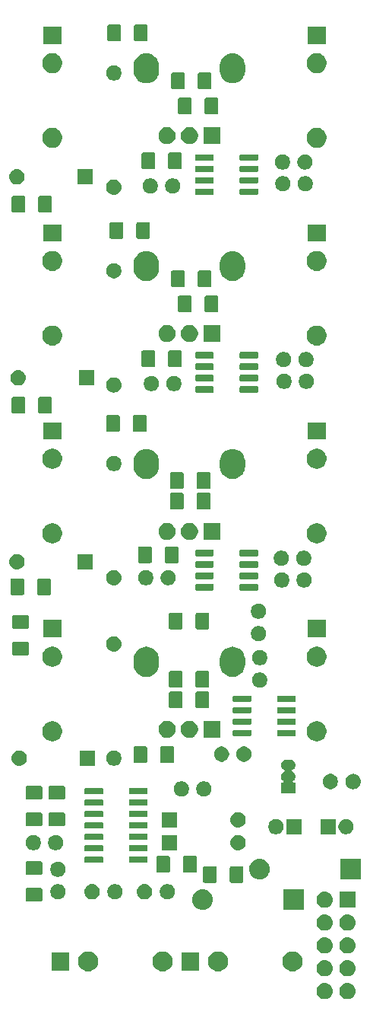
<source format=gbr>
G04 #@! TF.GenerationSoftware,KiCad,Pcbnew,5.1.4*
G04 #@! TF.CreationDate,2019-09-28T21:29:46+01:00*
G04 #@! TF.ProjectId,attenuverter_mixer,61747465-6e75-4766-9572-7465725f6d69,rev?*
G04 #@! TF.SameCoordinates,Original*
G04 #@! TF.FileFunction,Soldermask,Top*
G04 #@! TF.FilePolarity,Negative*
%FSLAX46Y46*%
G04 Gerber Fmt 4.6, Leading zero omitted, Abs format (unit mm)*
G04 Created by KiCad (PCBNEW 5.1.4) date 2019-09-28 21:29:46*
%MOMM*%
%LPD*%
G04 APERTURE LIST*
%ADD10C,0.100000*%
G04 APERTURE END LIST*
D10*
G36*
X68182442Y-147060518D02*
G01*
X68248627Y-147067037D01*
X68418466Y-147118557D01*
X68574991Y-147202222D01*
X68610729Y-147231552D01*
X68712186Y-147314814D01*
X68795448Y-147416271D01*
X68824778Y-147452009D01*
X68908443Y-147608534D01*
X68959963Y-147778373D01*
X68977359Y-147955000D01*
X68959963Y-148131627D01*
X68908443Y-148301466D01*
X68824778Y-148457991D01*
X68795448Y-148493729D01*
X68712186Y-148595186D01*
X68610729Y-148678448D01*
X68574991Y-148707778D01*
X68418466Y-148791443D01*
X68248627Y-148842963D01*
X68182443Y-148849481D01*
X68116260Y-148856000D01*
X68027740Y-148856000D01*
X67961557Y-148849481D01*
X67895373Y-148842963D01*
X67725534Y-148791443D01*
X67569009Y-148707778D01*
X67533271Y-148678448D01*
X67431814Y-148595186D01*
X67348552Y-148493729D01*
X67319222Y-148457991D01*
X67235557Y-148301466D01*
X67184037Y-148131627D01*
X67166641Y-147955000D01*
X67184037Y-147778373D01*
X67235557Y-147608534D01*
X67319222Y-147452009D01*
X67348552Y-147416271D01*
X67431814Y-147314814D01*
X67533271Y-147231552D01*
X67569009Y-147202222D01*
X67725534Y-147118557D01*
X67895373Y-147067037D01*
X67961558Y-147060518D01*
X68027740Y-147054000D01*
X68116260Y-147054000D01*
X68182442Y-147060518D01*
X68182442Y-147060518D01*
G37*
G36*
X65642442Y-147060518D02*
G01*
X65708627Y-147067037D01*
X65878466Y-147118557D01*
X66034991Y-147202222D01*
X66070729Y-147231552D01*
X66172186Y-147314814D01*
X66255448Y-147416271D01*
X66284778Y-147452009D01*
X66368443Y-147608534D01*
X66419963Y-147778373D01*
X66437359Y-147955000D01*
X66419963Y-148131627D01*
X66368443Y-148301466D01*
X66284778Y-148457991D01*
X66255448Y-148493729D01*
X66172186Y-148595186D01*
X66070729Y-148678448D01*
X66034991Y-148707778D01*
X65878466Y-148791443D01*
X65708627Y-148842963D01*
X65642443Y-148849481D01*
X65576260Y-148856000D01*
X65487740Y-148856000D01*
X65421557Y-148849481D01*
X65355373Y-148842963D01*
X65185534Y-148791443D01*
X65029009Y-148707778D01*
X64993271Y-148678448D01*
X64891814Y-148595186D01*
X64808552Y-148493729D01*
X64779222Y-148457991D01*
X64695557Y-148301466D01*
X64644037Y-148131627D01*
X64626641Y-147955000D01*
X64644037Y-147778373D01*
X64695557Y-147608534D01*
X64779222Y-147452009D01*
X64808552Y-147416271D01*
X64891814Y-147314814D01*
X64993271Y-147231552D01*
X65029009Y-147202222D01*
X65185534Y-147118557D01*
X65355373Y-147067037D01*
X65421558Y-147060518D01*
X65487740Y-147054000D01*
X65576260Y-147054000D01*
X65642442Y-147060518D01*
X65642442Y-147060518D01*
G37*
G36*
X65642442Y-144520518D02*
G01*
X65708627Y-144527037D01*
X65878466Y-144578557D01*
X66034991Y-144662222D01*
X66070729Y-144691552D01*
X66172186Y-144774814D01*
X66255448Y-144876271D01*
X66284778Y-144912009D01*
X66368443Y-145068534D01*
X66419963Y-145238373D01*
X66437359Y-145415000D01*
X66419963Y-145591627D01*
X66368443Y-145761466D01*
X66284778Y-145917991D01*
X66255448Y-145953729D01*
X66172186Y-146055186D01*
X66070729Y-146138448D01*
X66034991Y-146167778D01*
X65878466Y-146251443D01*
X65708627Y-146302963D01*
X65642442Y-146309482D01*
X65576260Y-146316000D01*
X65487740Y-146316000D01*
X65421558Y-146309482D01*
X65355373Y-146302963D01*
X65185534Y-146251443D01*
X65029009Y-146167778D01*
X64993271Y-146138448D01*
X64891814Y-146055186D01*
X64808552Y-145953729D01*
X64779222Y-145917991D01*
X64695557Y-145761466D01*
X64644037Y-145591627D01*
X64626641Y-145415000D01*
X64644037Y-145238373D01*
X64695557Y-145068534D01*
X64779222Y-144912009D01*
X64808552Y-144876271D01*
X64891814Y-144774814D01*
X64993271Y-144691552D01*
X65029009Y-144662222D01*
X65185534Y-144578557D01*
X65355373Y-144527037D01*
X65421558Y-144520518D01*
X65487740Y-144514000D01*
X65576260Y-144514000D01*
X65642442Y-144520518D01*
X65642442Y-144520518D01*
G37*
G36*
X68182442Y-144520518D02*
G01*
X68248627Y-144527037D01*
X68418466Y-144578557D01*
X68574991Y-144662222D01*
X68610729Y-144691552D01*
X68712186Y-144774814D01*
X68795448Y-144876271D01*
X68824778Y-144912009D01*
X68908443Y-145068534D01*
X68959963Y-145238373D01*
X68977359Y-145415000D01*
X68959963Y-145591627D01*
X68908443Y-145761466D01*
X68824778Y-145917991D01*
X68795448Y-145953729D01*
X68712186Y-146055186D01*
X68610729Y-146138448D01*
X68574991Y-146167778D01*
X68418466Y-146251443D01*
X68248627Y-146302963D01*
X68182442Y-146309482D01*
X68116260Y-146316000D01*
X68027740Y-146316000D01*
X67961558Y-146309482D01*
X67895373Y-146302963D01*
X67725534Y-146251443D01*
X67569009Y-146167778D01*
X67533271Y-146138448D01*
X67431814Y-146055186D01*
X67348552Y-145953729D01*
X67319222Y-145917991D01*
X67235557Y-145761466D01*
X67184037Y-145591627D01*
X67166641Y-145415000D01*
X67184037Y-145238373D01*
X67235557Y-145068534D01*
X67319222Y-144912009D01*
X67348552Y-144876271D01*
X67431814Y-144774814D01*
X67533271Y-144691552D01*
X67569009Y-144662222D01*
X67725534Y-144578557D01*
X67895373Y-144527037D01*
X67961558Y-144520518D01*
X68027740Y-144514000D01*
X68116260Y-144514000D01*
X68182442Y-144520518D01*
X68182442Y-144520518D01*
G37*
G36*
X62199655Y-143565591D02*
G01*
X62271525Y-143579887D01*
X62474624Y-143664013D01*
X62657409Y-143786146D01*
X62812854Y-143941591D01*
X62934987Y-144124376D01*
X62934987Y-144124377D01*
X63019113Y-144327476D01*
X63062000Y-144543082D01*
X63062000Y-144762918D01*
X63033409Y-144906655D01*
X63019113Y-144978525D01*
X62934987Y-145181624D01*
X62812854Y-145364409D01*
X62657409Y-145519854D01*
X62474624Y-145641987D01*
X62271525Y-145726113D01*
X62199655Y-145740409D01*
X62055918Y-145769000D01*
X61836082Y-145769000D01*
X61692345Y-145740409D01*
X61620475Y-145726113D01*
X61417376Y-145641987D01*
X61234591Y-145519854D01*
X61079146Y-145364409D01*
X60957013Y-145181624D01*
X60872887Y-144978525D01*
X60858591Y-144906655D01*
X60830000Y-144762918D01*
X60830000Y-144543082D01*
X60872887Y-144327476D01*
X60957013Y-144124377D01*
X60957013Y-144124376D01*
X61079146Y-143941591D01*
X61234591Y-143786146D01*
X61417376Y-143664013D01*
X61620475Y-143579887D01*
X61692345Y-143565591D01*
X61836082Y-143537000D01*
X62055918Y-143537000D01*
X62199655Y-143565591D01*
X62199655Y-143565591D01*
G37*
G36*
X47721655Y-143565591D02*
G01*
X47793525Y-143579887D01*
X47996624Y-143664013D01*
X48179409Y-143786146D01*
X48334854Y-143941591D01*
X48456987Y-144124376D01*
X48456987Y-144124377D01*
X48541113Y-144327476D01*
X48584000Y-144543082D01*
X48584000Y-144762918D01*
X48555409Y-144906655D01*
X48541113Y-144978525D01*
X48456987Y-145181624D01*
X48334854Y-145364409D01*
X48179409Y-145519854D01*
X47996624Y-145641987D01*
X47793525Y-145726113D01*
X47721655Y-145740409D01*
X47577918Y-145769000D01*
X47358082Y-145769000D01*
X47214345Y-145740409D01*
X47142475Y-145726113D01*
X46939376Y-145641987D01*
X46756591Y-145519854D01*
X46601146Y-145364409D01*
X46479013Y-145181624D01*
X46394887Y-144978525D01*
X46380591Y-144906655D01*
X46352000Y-144762918D01*
X46352000Y-144543082D01*
X46394887Y-144327476D01*
X46479013Y-144124377D01*
X46479013Y-144124376D01*
X46601146Y-143941591D01*
X46756591Y-143786146D01*
X46939376Y-143664013D01*
X47142475Y-143579887D01*
X47214345Y-143565591D01*
X47358082Y-143537000D01*
X47577918Y-143537000D01*
X47721655Y-143565591D01*
X47721655Y-143565591D01*
G37*
G36*
X53899655Y-143565591D02*
G01*
X53971525Y-143579887D01*
X54174624Y-143664013D01*
X54357409Y-143786146D01*
X54512854Y-143941591D01*
X54634987Y-144124376D01*
X54634987Y-144124377D01*
X54719113Y-144327476D01*
X54762000Y-144543082D01*
X54762000Y-144762918D01*
X54733409Y-144906655D01*
X54719113Y-144978525D01*
X54634987Y-145181624D01*
X54512854Y-145364409D01*
X54357409Y-145519854D01*
X54174624Y-145641987D01*
X53971525Y-145726113D01*
X53899655Y-145740409D01*
X53755918Y-145769000D01*
X53536082Y-145769000D01*
X53392345Y-145740409D01*
X53320475Y-145726113D01*
X53117376Y-145641987D01*
X52934591Y-145519854D01*
X52779146Y-145364409D01*
X52657013Y-145181624D01*
X52572887Y-144978525D01*
X52558591Y-144906655D01*
X52530000Y-144762918D01*
X52530000Y-144543082D01*
X52572887Y-144327476D01*
X52657013Y-144124377D01*
X52657013Y-144124376D01*
X52779146Y-143941591D01*
X52934591Y-143786146D01*
X53117376Y-143664013D01*
X53320475Y-143579887D01*
X53392345Y-143565591D01*
X53536082Y-143537000D01*
X53755918Y-143537000D01*
X53899655Y-143565591D01*
X53899655Y-143565591D01*
G37*
G36*
X39421655Y-143565591D02*
G01*
X39493525Y-143579887D01*
X39696624Y-143664013D01*
X39879409Y-143786146D01*
X40034854Y-143941591D01*
X40156987Y-144124376D01*
X40156987Y-144124377D01*
X40241113Y-144327476D01*
X40284000Y-144543082D01*
X40284000Y-144762918D01*
X40255409Y-144906655D01*
X40241113Y-144978525D01*
X40156987Y-145181624D01*
X40034854Y-145364409D01*
X39879409Y-145519854D01*
X39696624Y-145641987D01*
X39493525Y-145726113D01*
X39421655Y-145740409D01*
X39277918Y-145769000D01*
X39058082Y-145769000D01*
X38914345Y-145740409D01*
X38842475Y-145726113D01*
X38639376Y-145641987D01*
X38456591Y-145519854D01*
X38301146Y-145364409D01*
X38179013Y-145181624D01*
X38094887Y-144978525D01*
X38080591Y-144906655D01*
X38052000Y-144762918D01*
X38052000Y-144543082D01*
X38094887Y-144327476D01*
X38179013Y-144124377D01*
X38179013Y-144124376D01*
X38301146Y-143941591D01*
X38456591Y-143786146D01*
X38639376Y-143664013D01*
X38842475Y-143579887D01*
X38914345Y-143565591D01*
X39058082Y-143537000D01*
X39277918Y-143537000D01*
X39421655Y-143565591D01*
X39421655Y-143565591D01*
G37*
G36*
X51512000Y-145669000D02*
G01*
X49580000Y-145669000D01*
X49580000Y-143637000D01*
X51512000Y-143637000D01*
X51512000Y-145669000D01*
X51512000Y-145669000D01*
G37*
G36*
X37034000Y-145669000D02*
G01*
X35102000Y-145669000D01*
X35102000Y-143637000D01*
X37034000Y-143637000D01*
X37034000Y-145669000D01*
X37034000Y-145669000D01*
G37*
G36*
X68182443Y-141980519D02*
G01*
X68248627Y-141987037D01*
X68418466Y-142038557D01*
X68574991Y-142122222D01*
X68610729Y-142151552D01*
X68712186Y-142234814D01*
X68795448Y-142336271D01*
X68824778Y-142372009D01*
X68908443Y-142528534D01*
X68959963Y-142698373D01*
X68977359Y-142875000D01*
X68959963Y-143051627D01*
X68908443Y-143221466D01*
X68824778Y-143377991D01*
X68795448Y-143413729D01*
X68712186Y-143515186D01*
X68633346Y-143579887D01*
X68574991Y-143627778D01*
X68418466Y-143711443D01*
X68248627Y-143762963D01*
X68182442Y-143769482D01*
X68116260Y-143776000D01*
X68027740Y-143776000D01*
X67961558Y-143769482D01*
X67895373Y-143762963D01*
X67725534Y-143711443D01*
X67569009Y-143627778D01*
X67510654Y-143579887D01*
X67431814Y-143515186D01*
X67348552Y-143413729D01*
X67319222Y-143377991D01*
X67235557Y-143221466D01*
X67184037Y-143051627D01*
X67166641Y-142875000D01*
X67184037Y-142698373D01*
X67235557Y-142528534D01*
X67319222Y-142372009D01*
X67348552Y-142336271D01*
X67431814Y-142234814D01*
X67533271Y-142151552D01*
X67569009Y-142122222D01*
X67725534Y-142038557D01*
X67895373Y-141987037D01*
X67961557Y-141980519D01*
X68027740Y-141974000D01*
X68116260Y-141974000D01*
X68182443Y-141980519D01*
X68182443Y-141980519D01*
G37*
G36*
X65642443Y-141980519D02*
G01*
X65708627Y-141987037D01*
X65878466Y-142038557D01*
X66034991Y-142122222D01*
X66070729Y-142151552D01*
X66172186Y-142234814D01*
X66255448Y-142336271D01*
X66284778Y-142372009D01*
X66368443Y-142528534D01*
X66419963Y-142698373D01*
X66437359Y-142875000D01*
X66419963Y-143051627D01*
X66368443Y-143221466D01*
X66284778Y-143377991D01*
X66255448Y-143413729D01*
X66172186Y-143515186D01*
X66093346Y-143579887D01*
X66034991Y-143627778D01*
X65878466Y-143711443D01*
X65708627Y-143762963D01*
X65642442Y-143769482D01*
X65576260Y-143776000D01*
X65487740Y-143776000D01*
X65421558Y-143769482D01*
X65355373Y-143762963D01*
X65185534Y-143711443D01*
X65029009Y-143627778D01*
X64970654Y-143579887D01*
X64891814Y-143515186D01*
X64808552Y-143413729D01*
X64779222Y-143377991D01*
X64695557Y-143221466D01*
X64644037Y-143051627D01*
X64626641Y-142875000D01*
X64644037Y-142698373D01*
X64695557Y-142528534D01*
X64779222Y-142372009D01*
X64808552Y-142336271D01*
X64891814Y-142234814D01*
X64993271Y-142151552D01*
X65029009Y-142122222D01*
X65185534Y-142038557D01*
X65355373Y-141987037D01*
X65421557Y-141980519D01*
X65487740Y-141974000D01*
X65576260Y-141974000D01*
X65642443Y-141980519D01*
X65642443Y-141980519D01*
G37*
G36*
X65642443Y-139440519D02*
G01*
X65708627Y-139447037D01*
X65878466Y-139498557D01*
X66034991Y-139582222D01*
X66070729Y-139611552D01*
X66172186Y-139694814D01*
X66255448Y-139796271D01*
X66284778Y-139832009D01*
X66368443Y-139988534D01*
X66419963Y-140158373D01*
X66437359Y-140335000D01*
X66419963Y-140511627D01*
X66368443Y-140681466D01*
X66284778Y-140837991D01*
X66255448Y-140873729D01*
X66172186Y-140975186D01*
X66070729Y-141058448D01*
X66034991Y-141087778D01*
X65878466Y-141171443D01*
X65708627Y-141222963D01*
X65642442Y-141229482D01*
X65576260Y-141236000D01*
X65487740Y-141236000D01*
X65421558Y-141229482D01*
X65355373Y-141222963D01*
X65185534Y-141171443D01*
X65029009Y-141087778D01*
X64993271Y-141058448D01*
X64891814Y-140975186D01*
X64808552Y-140873729D01*
X64779222Y-140837991D01*
X64695557Y-140681466D01*
X64644037Y-140511627D01*
X64626641Y-140335000D01*
X64644037Y-140158373D01*
X64695557Y-139988534D01*
X64779222Y-139832009D01*
X64808552Y-139796271D01*
X64891814Y-139694814D01*
X64993271Y-139611552D01*
X65029009Y-139582222D01*
X65185534Y-139498557D01*
X65355373Y-139447037D01*
X65421557Y-139440519D01*
X65487740Y-139434000D01*
X65576260Y-139434000D01*
X65642443Y-139440519D01*
X65642443Y-139440519D01*
G37*
G36*
X68182443Y-139440519D02*
G01*
X68248627Y-139447037D01*
X68418466Y-139498557D01*
X68574991Y-139582222D01*
X68610729Y-139611552D01*
X68712186Y-139694814D01*
X68795448Y-139796271D01*
X68824778Y-139832009D01*
X68908443Y-139988534D01*
X68959963Y-140158373D01*
X68977359Y-140335000D01*
X68959963Y-140511627D01*
X68908443Y-140681466D01*
X68824778Y-140837991D01*
X68795448Y-140873729D01*
X68712186Y-140975186D01*
X68610729Y-141058448D01*
X68574991Y-141087778D01*
X68418466Y-141171443D01*
X68248627Y-141222963D01*
X68182442Y-141229482D01*
X68116260Y-141236000D01*
X68027740Y-141236000D01*
X67961558Y-141229482D01*
X67895373Y-141222963D01*
X67725534Y-141171443D01*
X67569009Y-141087778D01*
X67533271Y-141058448D01*
X67431814Y-140975186D01*
X67348552Y-140873729D01*
X67319222Y-140837991D01*
X67235557Y-140681466D01*
X67184037Y-140511627D01*
X67166641Y-140335000D01*
X67184037Y-140158373D01*
X67235557Y-139988534D01*
X67319222Y-139832009D01*
X67348552Y-139796271D01*
X67431814Y-139694814D01*
X67533271Y-139611552D01*
X67569009Y-139582222D01*
X67725534Y-139498557D01*
X67895373Y-139447037D01*
X67961557Y-139440519D01*
X68027740Y-139434000D01*
X68116260Y-139434000D01*
X68182443Y-139440519D01*
X68182443Y-139440519D01*
G37*
G36*
X63254000Y-138946000D02*
G01*
X60952000Y-138946000D01*
X60952000Y-136644000D01*
X63254000Y-136644000D01*
X63254000Y-138946000D01*
X63254000Y-138946000D01*
G37*
G36*
X52084587Y-136652376D02*
G01*
X52168635Y-136660654D01*
X52385600Y-136726470D01*
X52385602Y-136726471D01*
X52585555Y-136833347D01*
X52760818Y-136977182D01*
X52904653Y-137152445D01*
X52988384Y-137309097D01*
X53011530Y-137352400D01*
X53077346Y-137569365D01*
X53099569Y-137795000D01*
X53078507Y-138008852D01*
X53077346Y-138020634D01*
X53011529Y-138237602D01*
X52904653Y-138437555D01*
X52760818Y-138612818D01*
X52585555Y-138756653D01*
X52385602Y-138863529D01*
X52385600Y-138863530D01*
X52168635Y-138929346D01*
X52112271Y-138934897D01*
X51999545Y-138946000D01*
X51886455Y-138946000D01*
X51773729Y-138934897D01*
X51717365Y-138929346D01*
X51500400Y-138863530D01*
X51500398Y-138863529D01*
X51300445Y-138756653D01*
X51125182Y-138612818D01*
X50981347Y-138437555D01*
X50874471Y-138237602D01*
X50808654Y-138020634D01*
X50807494Y-138008852D01*
X50786431Y-137795000D01*
X50808654Y-137569365D01*
X50874470Y-137352400D01*
X50897616Y-137309097D01*
X50981347Y-137152445D01*
X51125182Y-136977182D01*
X51300445Y-136833347D01*
X51500398Y-136726471D01*
X51500400Y-136726470D01*
X51717365Y-136660654D01*
X51801413Y-136652376D01*
X51886455Y-136644000D01*
X51999545Y-136644000D01*
X52084587Y-136652376D01*
X52084587Y-136652376D01*
G37*
G36*
X68973000Y-138696000D02*
G01*
X67171000Y-138696000D01*
X67171000Y-136894000D01*
X68973000Y-136894000D01*
X68973000Y-138696000D01*
X68973000Y-138696000D01*
G37*
G36*
X65642442Y-136900518D02*
G01*
X65708627Y-136907037D01*
X65878466Y-136958557D01*
X66034991Y-137042222D01*
X66070729Y-137071552D01*
X66172186Y-137154814D01*
X66236549Y-137233242D01*
X66284778Y-137292009D01*
X66368443Y-137448534D01*
X66419963Y-137618373D01*
X66437359Y-137795000D01*
X66419963Y-137971627D01*
X66368443Y-138141466D01*
X66284778Y-138297991D01*
X66255448Y-138333729D01*
X66172186Y-138435186D01*
X66070729Y-138518448D01*
X66034991Y-138547778D01*
X65878466Y-138631443D01*
X65708627Y-138682963D01*
X65642443Y-138689481D01*
X65576260Y-138696000D01*
X65487740Y-138696000D01*
X65421557Y-138689481D01*
X65355373Y-138682963D01*
X65185534Y-138631443D01*
X65029009Y-138547778D01*
X64993271Y-138518448D01*
X64891814Y-138435186D01*
X64808552Y-138333729D01*
X64779222Y-138297991D01*
X64695557Y-138141466D01*
X64644037Y-137971627D01*
X64626641Y-137795000D01*
X64644037Y-137618373D01*
X64695557Y-137448534D01*
X64779222Y-137292009D01*
X64827451Y-137233242D01*
X64891814Y-137154814D01*
X64993271Y-137071552D01*
X65029009Y-137042222D01*
X65185534Y-136958557D01*
X65355373Y-136907037D01*
X65421558Y-136900518D01*
X65487740Y-136894000D01*
X65576260Y-136894000D01*
X65642442Y-136900518D01*
X65642442Y-136900518D01*
G37*
G36*
X33922562Y-136491181D02*
G01*
X33957481Y-136501774D01*
X33989663Y-136518976D01*
X34017873Y-136542127D01*
X34041024Y-136570337D01*
X34058226Y-136602519D01*
X34068819Y-136637438D01*
X34073000Y-136679895D01*
X34073000Y-137821105D01*
X34068819Y-137863562D01*
X34058226Y-137898481D01*
X34041024Y-137930663D01*
X34017873Y-137958873D01*
X33989663Y-137982024D01*
X33957481Y-137999226D01*
X33922562Y-138009819D01*
X33880105Y-138014000D01*
X32413895Y-138014000D01*
X32371438Y-138009819D01*
X32336519Y-137999226D01*
X32304337Y-137982024D01*
X32276127Y-137958873D01*
X32252976Y-137930663D01*
X32235774Y-137898481D01*
X32225181Y-137863562D01*
X32221000Y-137821105D01*
X32221000Y-136679895D01*
X32225181Y-136637438D01*
X32235774Y-136602519D01*
X32252976Y-136570337D01*
X32276127Y-136542127D01*
X32304337Y-136518976D01*
X32336519Y-136501774D01*
X32371438Y-136491181D01*
X32413895Y-136487000D01*
X33880105Y-136487000D01*
X33922562Y-136491181D01*
X33922562Y-136491181D01*
G37*
G36*
X48254228Y-136087703D02*
G01*
X48409100Y-136151853D01*
X48548481Y-136244985D01*
X48667015Y-136363519D01*
X48760147Y-136502900D01*
X48824297Y-136657772D01*
X48857000Y-136822184D01*
X48857000Y-136989816D01*
X48824297Y-137154228D01*
X48760147Y-137309100D01*
X48667015Y-137448481D01*
X48548481Y-137567015D01*
X48409100Y-137660147D01*
X48254228Y-137724297D01*
X48089816Y-137757000D01*
X47922184Y-137757000D01*
X47757772Y-137724297D01*
X47602900Y-137660147D01*
X47463519Y-137567015D01*
X47344985Y-137448481D01*
X47251853Y-137309100D01*
X47187703Y-137154228D01*
X47155000Y-136989816D01*
X47155000Y-136822184D01*
X47187703Y-136657772D01*
X47251853Y-136502900D01*
X47344985Y-136363519D01*
X47463519Y-136244985D01*
X47602900Y-136151853D01*
X47757772Y-136087703D01*
X47922184Y-136055000D01*
X48089816Y-136055000D01*
X48254228Y-136087703D01*
X48254228Y-136087703D01*
G37*
G36*
X36062228Y-136087703D02*
G01*
X36217100Y-136151853D01*
X36356481Y-136244985D01*
X36475015Y-136363519D01*
X36568147Y-136502900D01*
X36632297Y-136657772D01*
X36665000Y-136822184D01*
X36665000Y-136989816D01*
X36632297Y-137154228D01*
X36568147Y-137309100D01*
X36475015Y-137448481D01*
X36356481Y-137567015D01*
X36217100Y-137660147D01*
X36062228Y-137724297D01*
X35897816Y-137757000D01*
X35730184Y-137757000D01*
X35565772Y-137724297D01*
X35410900Y-137660147D01*
X35271519Y-137567015D01*
X35152985Y-137448481D01*
X35059853Y-137309100D01*
X34995703Y-137154228D01*
X34963000Y-136989816D01*
X34963000Y-136822184D01*
X34995703Y-136657772D01*
X35059853Y-136502900D01*
X35152985Y-136363519D01*
X35271519Y-136244985D01*
X35410900Y-136151853D01*
X35565772Y-136087703D01*
X35730184Y-136055000D01*
X35897816Y-136055000D01*
X36062228Y-136087703D01*
X36062228Y-136087703D01*
G37*
G36*
X42412228Y-136087703D02*
G01*
X42567100Y-136151853D01*
X42706481Y-136244985D01*
X42825015Y-136363519D01*
X42918147Y-136502900D01*
X42982297Y-136657772D01*
X43015000Y-136822184D01*
X43015000Y-136989816D01*
X42982297Y-137154228D01*
X42918147Y-137309100D01*
X42825015Y-137448481D01*
X42706481Y-137567015D01*
X42567100Y-137660147D01*
X42412228Y-137724297D01*
X42247816Y-137757000D01*
X42080184Y-137757000D01*
X41915772Y-137724297D01*
X41760900Y-137660147D01*
X41621519Y-137567015D01*
X41502985Y-137448481D01*
X41409853Y-137309100D01*
X41345703Y-137154228D01*
X41313000Y-136989816D01*
X41313000Y-136822184D01*
X41345703Y-136657772D01*
X41409853Y-136502900D01*
X41502985Y-136363519D01*
X41621519Y-136244985D01*
X41760900Y-136151853D01*
X41915772Y-136087703D01*
X42080184Y-136055000D01*
X42247816Y-136055000D01*
X42412228Y-136087703D01*
X42412228Y-136087703D01*
G37*
G36*
X39790823Y-136067313D02*
G01*
X39951242Y-136115976D01*
X40018361Y-136151852D01*
X40099078Y-136194996D01*
X40228659Y-136301341D01*
X40335004Y-136430922D01*
X40335005Y-136430924D01*
X40414024Y-136578758D01*
X40462687Y-136739177D01*
X40479117Y-136906000D01*
X40462687Y-137072823D01*
X40414024Y-137233242D01*
X40373477Y-137309100D01*
X40335004Y-137381078D01*
X40228659Y-137510659D01*
X40099078Y-137617004D01*
X40099076Y-137617005D01*
X39951242Y-137696024D01*
X39790823Y-137744687D01*
X39665804Y-137757000D01*
X39582196Y-137757000D01*
X39457177Y-137744687D01*
X39296758Y-137696024D01*
X39148924Y-137617005D01*
X39148922Y-137617004D01*
X39019341Y-137510659D01*
X38912996Y-137381078D01*
X38874523Y-137309100D01*
X38833976Y-137233242D01*
X38785313Y-137072823D01*
X38768883Y-136906000D01*
X38785313Y-136739177D01*
X38833976Y-136578758D01*
X38912995Y-136430924D01*
X38912996Y-136430922D01*
X39019341Y-136301341D01*
X39148922Y-136194996D01*
X39229639Y-136151852D01*
X39296758Y-136115976D01*
X39457177Y-136067313D01*
X39582196Y-136055000D01*
X39665804Y-136055000D01*
X39790823Y-136067313D01*
X39790823Y-136067313D01*
G37*
G36*
X45632823Y-136067313D02*
G01*
X45793242Y-136115976D01*
X45860361Y-136151852D01*
X45941078Y-136194996D01*
X46070659Y-136301341D01*
X46177004Y-136430922D01*
X46177005Y-136430924D01*
X46256024Y-136578758D01*
X46304687Y-136739177D01*
X46321117Y-136906000D01*
X46304687Y-137072823D01*
X46256024Y-137233242D01*
X46215477Y-137309100D01*
X46177004Y-137381078D01*
X46070659Y-137510659D01*
X45941078Y-137617004D01*
X45941076Y-137617005D01*
X45793242Y-137696024D01*
X45632823Y-137744687D01*
X45507804Y-137757000D01*
X45424196Y-137757000D01*
X45299177Y-137744687D01*
X45138758Y-137696024D01*
X44990924Y-137617005D01*
X44990922Y-137617004D01*
X44861341Y-137510659D01*
X44754996Y-137381078D01*
X44716523Y-137309100D01*
X44675976Y-137233242D01*
X44627313Y-137072823D01*
X44610883Y-136906000D01*
X44627313Y-136739177D01*
X44675976Y-136578758D01*
X44754995Y-136430924D01*
X44754996Y-136430922D01*
X44861341Y-136301341D01*
X44990922Y-136194996D01*
X45071639Y-136151852D01*
X45138758Y-136115976D01*
X45299177Y-136067313D01*
X45424196Y-136055000D01*
X45507804Y-136055000D01*
X45632823Y-136067313D01*
X45632823Y-136067313D01*
G37*
G36*
X53354562Y-134079181D02*
G01*
X53389481Y-134089774D01*
X53421663Y-134106976D01*
X53449873Y-134130127D01*
X53473024Y-134158337D01*
X53490226Y-134190519D01*
X53500819Y-134225438D01*
X53505000Y-134267895D01*
X53505000Y-135734105D01*
X53500819Y-135776562D01*
X53490226Y-135811481D01*
X53473024Y-135843663D01*
X53449873Y-135871873D01*
X53421663Y-135895024D01*
X53389481Y-135912226D01*
X53354562Y-135922819D01*
X53312105Y-135927000D01*
X52170895Y-135927000D01*
X52128438Y-135922819D01*
X52093519Y-135912226D01*
X52061337Y-135895024D01*
X52033127Y-135871873D01*
X52009976Y-135843663D01*
X51992774Y-135811481D01*
X51982181Y-135776562D01*
X51978000Y-135734105D01*
X51978000Y-134267895D01*
X51982181Y-134225438D01*
X51992774Y-134190519D01*
X52009976Y-134158337D01*
X52033127Y-134130127D01*
X52061337Y-134106976D01*
X52093519Y-134089774D01*
X52128438Y-134079181D01*
X52170895Y-134075000D01*
X53312105Y-134075000D01*
X53354562Y-134079181D01*
X53354562Y-134079181D01*
G37*
G36*
X56329562Y-134079181D02*
G01*
X56364481Y-134089774D01*
X56396663Y-134106976D01*
X56424873Y-134130127D01*
X56448024Y-134158337D01*
X56465226Y-134190519D01*
X56475819Y-134225438D01*
X56480000Y-134267895D01*
X56480000Y-135734105D01*
X56475819Y-135776562D01*
X56465226Y-135811481D01*
X56448024Y-135843663D01*
X56424873Y-135871873D01*
X56396663Y-135895024D01*
X56364481Y-135912226D01*
X56329562Y-135922819D01*
X56287105Y-135927000D01*
X55145895Y-135927000D01*
X55103438Y-135922819D01*
X55068519Y-135912226D01*
X55036337Y-135895024D01*
X55008127Y-135871873D01*
X54984976Y-135843663D01*
X54967774Y-135811481D01*
X54957181Y-135776562D01*
X54953000Y-135734105D01*
X54953000Y-134267895D01*
X54957181Y-134225438D01*
X54967774Y-134190519D01*
X54984976Y-134158337D01*
X55008127Y-134130127D01*
X55036337Y-134106976D01*
X55068519Y-134089774D01*
X55103438Y-134079181D01*
X55145895Y-134075000D01*
X56287105Y-134075000D01*
X56329562Y-134079181D01*
X56329562Y-134079181D01*
G37*
G36*
X69604000Y-135517000D02*
G01*
X67302000Y-135517000D01*
X67302000Y-133215000D01*
X69604000Y-133215000D01*
X69604000Y-135517000D01*
X69604000Y-135517000D01*
G37*
G36*
X58462271Y-133226103D02*
G01*
X58518635Y-133231654D01*
X58735600Y-133297470D01*
X58735602Y-133297471D01*
X58935555Y-133404347D01*
X59110818Y-133548182D01*
X59254653Y-133723445D01*
X59329523Y-133863519D01*
X59361530Y-133923400D01*
X59427346Y-134140365D01*
X59449569Y-134366000D01*
X59427346Y-134591635D01*
X59370261Y-134779819D01*
X59361529Y-134808602D01*
X59254653Y-135008555D01*
X59110818Y-135183818D01*
X58935555Y-135327653D01*
X58735602Y-135434529D01*
X58735600Y-135434530D01*
X58518635Y-135500346D01*
X58462271Y-135505897D01*
X58349545Y-135517000D01*
X58236455Y-135517000D01*
X58123729Y-135505897D01*
X58067365Y-135500346D01*
X57850400Y-135434530D01*
X57850398Y-135434529D01*
X57650445Y-135327653D01*
X57475182Y-135183818D01*
X57331347Y-135008555D01*
X57224471Y-134808602D01*
X57215740Y-134779819D01*
X57158654Y-134591635D01*
X57136431Y-134366000D01*
X57158654Y-134140365D01*
X57224470Y-133923400D01*
X57256477Y-133863519D01*
X57331347Y-133723445D01*
X57475182Y-133548182D01*
X57650445Y-133404347D01*
X57850398Y-133297471D01*
X57850400Y-133297470D01*
X58067365Y-133231654D01*
X58123729Y-133226103D01*
X58236455Y-133215000D01*
X58349545Y-133215000D01*
X58462271Y-133226103D01*
X58462271Y-133226103D01*
G37*
G36*
X36062228Y-133587703D02*
G01*
X36217100Y-133651853D01*
X36356481Y-133744985D01*
X36475015Y-133863519D01*
X36568147Y-134002900D01*
X36632297Y-134157772D01*
X36665000Y-134322184D01*
X36665000Y-134489816D01*
X36632297Y-134654228D01*
X36568147Y-134809100D01*
X36475015Y-134948481D01*
X36356481Y-135067015D01*
X36217100Y-135160147D01*
X36062228Y-135224297D01*
X35897816Y-135257000D01*
X35730184Y-135257000D01*
X35565772Y-135224297D01*
X35410900Y-135160147D01*
X35271519Y-135067015D01*
X35152985Y-134948481D01*
X35059853Y-134809100D01*
X34995703Y-134654228D01*
X34963000Y-134489816D01*
X34963000Y-134322184D01*
X34995703Y-134157772D01*
X35059853Y-134002900D01*
X35152985Y-133863519D01*
X35271519Y-133744985D01*
X35410900Y-133651853D01*
X35565772Y-133587703D01*
X35730184Y-133555000D01*
X35897816Y-133555000D01*
X36062228Y-133587703D01*
X36062228Y-133587703D01*
G37*
G36*
X33922562Y-133516181D02*
G01*
X33957481Y-133526774D01*
X33989663Y-133543976D01*
X34017873Y-133567127D01*
X34041024Y-133595337D01*
X34058226Y-133627519D01*
X34068819Y-133662438D01*
X34073000Y-133704895D01*
X34073000Y-134846105D01*
X34068819Y-134888562D01*
X34058226Y-134923481D01*
X34041024Y-134955663D01*
X34017873Y-134983873D01*
X33989663Y-135007024D01*
X33957481Y-135024226D01*
X33922562Y-135034819D01*
X33880105Y-135039000D01*
X32413895Y-135039000D01*
X32371438Y-135034819D01*
X32336519Y-135024226D01*
X32304337Y-135007024D01*
X32276127Y-134983873D01*
X32252976Y-134955663D01*
X32235774Y-134923481D01*
X32225181Y-134888562D01*
X32221000Y-134846105D01*
X32221000Y-133704895D01*
X32225181Y-133662438D01*
X32235774Y-133627519D01*
X32252976Y-133595337D01*
X32276127Y-133567127D01*
X32304337Y-133543976D01*
X32336519Y-133526774D01*
X32371438Y-133516181D01*
X32413895Y-133512000D01*
X33880105Y-133512000D01*
X33922562Y-133516181D01*
X33922562Y-133516181D01*
G37*
G36*
X48147562Y-132936181D02*
G01*
X48182481Y-132946774D01*
X48214663Y-132963976D01*
X48242873Y-132987127D01*
X48266024Y-133015337D01*
X48283226Y-133047519D01*
X48293819Y-133082438D01*
X48298000Y-133124895D01*
X48298000Y-134591105D01*
X48293819Y-134633562D01*
X48283226Y-134668481D01*
X48266024Y-134700663D01*
X48242873Y-134728873D01*
X48214663Y-134752024D01*
X48182481Y-134769226D01*
X48147562Y-134779819D01*
X48105105Y-134784000D01*
X46963895Y-134784000D01*
X46921438Y-134779819D01*
X46886519Y-134769226D01*
X46854337Y-134752024D01*
X46826127Y-134728873D01*
X46802976Y-134700663D01*
X46785774Y-134668481D01*
X46775181Y-134633562D01*
X46771000Y-134591105D01*
X46771000Y-133124895D01*
X46775181Y-133082438D01*
X46785774Y-133047519D01*
X46802976Y-133015337D01*
X46826127Y-132987127D01*
X46854337Y-132963976D01*
X46886519Y-132946774D01*
X46921438Y-132936181D01*
X46963895Y-132932000D01*
X48105105Y-132932000D01*
X48147562Y-132936181D01*
X48147562Y-132936181D01*
G37*
G36*
X51122562Y-132936181D02*
G01*
X51157481Y-132946774D01*
X51189663Y-132963976D01*
X51217873Y-132987127D01*
X51241024Y-133015337D01*
X51258226Y-133047519D01*
X51268819Y-133082438D01*
X51273000Y-133124895D01*
X51273000Y-134591105D01*
X51268819Y-134633562D01*
X51258226Y-134668481D01*
X51241024Y-134700663D01*
X51217873Y-134728873D01*
X51189663Y-134752024D01*
X51157481Y-134769226D01*
X51122562Y-134779819D01*
X51080105Y-134784000D01*
X49938895Y-134784000D01*
X49896438Y-134779819D01*
X49861519Y-134769226D01*
X49829337Y-134752024D01*
X49801127Y-134728873D01*
X49777976Y-134700663D01*
X49760774Y-134668481D01*
X49750181Y-134633562D01*
X49746000Y-134591105D01*
X49746000Y-133124895D01*
X49750181Y-133082438D01*
X49760774Y-133047519D01*
X49777976Y-133015337D01*
X49801127Y-132987127D01*
X49829337Y-132963976D01*
X49861519Y-132946774D01*
X49896438Y-132936181D01*
X49938895Y-132932000D01*
X51080105Y-132932000D01*
X51122562Y-132936181D01*
X51122562Y-132936181D01*
G37*
G36*
X40750928Y-133001764D02*
G01*
X40772009Y-133008160D01*
X40791445Y-133018548D01*
X40808476Y-133032524D01*
X40822452Y-133049555D01*
X40832840Y-133068991D01*
X40839236Y-133090072D01*
X40842000Y-133118140D01*
X40842000Y-133581860D01*
X40839236Y-133609928D01*
X40832840Y-133631009D01*
X40822452Y-133650445D01*
X40808476Y-133667476D01*
X40791445Y-133681452D01*
X40772009Y-133691840D01*
X40750928Y-133698236D01*
X40722860Y-133701000D01*
X38909140Y-133701000D01*
X38881072Y-133698236D01*
X38859991Y-133691840D01*
X38840555Y-133681452D01*
X38823524Y-133667476D01*
X38809548Y-133650445D01*
X38799160Y-133631009D01*
X38792764Y-133609928D01*
X38790000Y-133581860D01*
X38790000Y-133118140D01*
X38792764Y-133090072D01*
X38799160Y-133068991D01*
X38809548Y-133049555D01*
X38823524Y-133032524D01*
X38840555Y-133018548D01*
X38859991Y-133008160D01*
X38881072Y-133001764D01*
X38909140Y-132999000D01*
X40722860Y-132999000D01*
X40750928Y-133001764D01*
X40750928Y-133001764D01*
G37*
G36*
X45700928Y-133001764D02*
G01*
X45722009Y-133008160D01*
X45741445Y-133018548D01*
X45758476Y-133032524D01*
X45772452Y-133049555D01*
X45782840Y-133068991D01*
X45789236Y-133090072D01*
X45792000Y-133118140D01*
X45792000Y-133581860D01*
X45789236Y-133609928D01*
X45782840Y-133631009D01*
X45772452Y-133650445D01*
X45758476Y-133667476D01*
X45741445Y-133681452D01*
X45722009Y-133691840D01*
X45700928Y-133698236D01*
X45672860Y-133701000D01*
X43859140Y-133701000D01*
X43831072Y-133698236D01*
X43809991Y-133691840D01*
X43790555Y-133681452D01*
X43773524Y-133667476D01*
X43759548Y-133650445D01*
X43749160Y-133631009D01*
X43742764Y-133609928D01*
X43740000Y-133581860D01*
X43740000Y-133118140D01*
X43742764Y-133090072D01*
X43749160Y-133068991D01*
X43759548Y-133049555D01*
X43773524Y-133032524D01*
X43790555Y-133018548D01*
X43809991Y-133008160D01*
X43831072Y-133001764D01*
X43859140Y-132999000D01*
X45672860Y-132999000D01*
X45700928Y-133001764D01*
X45700928Y-133001764D01*
G37*
G36*
X45700928Y-131731764D02*
G01*
X45722009Y-131738160D01*
X45741445Y-131748548D01*
X45758476Y-131762524D01*
X45772452Y-131779555D01*
X45782840Y-131798991D01*
X45789236Y-131820072D01*
X45792000Y-131848140D01*
X45792000Y-132311860D01*
X45789236Y-132339928D01*
X45782840Y-132361009D01*
X45772452Y-132380445D01*
X45758476Y-132397476D01*
X45741445Y-132411452D01*
X45722009Y-132421840D01*
X45700928Y-132428236D01*
X45672860Y-132431000D01*
X43859140Y-132431000D01*
X43831072Y-132428236D01*
X43809991Y-132421840D01*
X43790555Y-132411452D01*
X43773524Y-132397476D01*
X43759548Y-132380445D01*
X43749160Y-132361009D01*
X43742764Y-132339928D01*
X43740000Y-132311860D01*
X43740000Y-131848140D01*
X43742764Y-131820072D01*
X43749160Y-131798991D01*
X43759548Y-131779555D01*
X43773524Y-131762524D01*
X43790555Y-131748548D01*
X43809991Y-131738160D01*
X43831072Y-131731764D01*
X43859140Y-131729000D01*
X45672860Y-131729000D01*
X45700928Y-131731764D01*
X45700928Y-131731764D01*
G37*
G36*
X40750928Y-131731764D02*
G01*
X40772009Y-131738160D01*
X40791445Y-131748548D01*
X40808476Y-131762524D01*
X40822452Y-131779555D01*
X40832840Y-131798991D01*
X40839236Y-131820072D01*
X40842000Y-131848140D01*
X40842000Y-132311860D01*
X40839236Y-132339928D01*
X40832840Y-132361009D01*
X40822452Y-132380445D01*
X40808476Y-132397476D01*
X40791445Y-132411452D01*
X40772009Y-132421840D01*
X40750928Y-132428236D01*
X40722860Y-132431000D01*
X38909140Y-132431000D01*
X38881072Y-132428236D01*
X38859991Y-132421840D01*
X38840555Y-132411452D01*
X38823524Y-132397476D01*
X38809548Y-132380445D01*
X38799160Y-132361009D01*
X38792764Y-132339928D01*
X38790000Y-132311860D01*
X38790000Y-131848140D01*
X38792764Y-131820072D01*
X38799160Y-131798991D01*
X38809548Y-131779555D01*
X38823524Y-131762524D01*
X38840555Y-131748548D01*
X38859991Y-131738160D01*
X38881072Y-131731764D01*
X38909140Y-131729000D01*
X40722860Y-131729000D01*
X40750928Y-131731764D01*
X40750928Y-131731764D01*
G37*
G36*
X56046823Y-130606313D02*
G01*
X56207242Y-130654976D01*
X56274361Y-130690852D01*
X56355078Y-130733996D01*
X56484659Y-130840341D01*
X56591004Y-130969922D01*
X56591005Y-130969924D01*
X56670024Y-131117758D01*
X56718687Y-131278177D01*
X56735117Y-131445000D01*
X56718687Y-131611823D01*
X56670024Y-131772242D01*
X56617631Y-131870262D01*
X56591004Y-131920078D01*
X56484659Y-132049659D01*
X56355078Y-132156004D01*
X56355076Y-132156005D01*
X56207242Y-132235024D01*
X56046823Y-132283687D01*
X55921804Y-132296000D01*
X55838196Y-132296000D01*
X55713177Y-132283687D01*
X55552758Y-132235024D01*
X55404924Y-132156005D01*
X55404922Y-132156004D01*
X55275341Y-132049659D01*
X55168996Y-131920078D01*
X55142369Y-131870262D01*
X55089976Y-131772242D01*
X55041313Y-131611823D01*
X55024883Y-131445000D01*
X55041313Y-131278177D01*
X55089976Y-131117758D01*
X55168995Y-130969924D01*
X55168996Y-130969922D01*
X55275341Y-130840341D01*
X55404922Y-130733996D01*
X55485639Y-130690852D01*
X55552758Y-130654976D01*
X55713177Y-130606313D01*
X55838196Y-130594000D01*
X55921804Y-130594000D01*
X56046823Y-130606313D01*
X56046823Y-130606313D01*
G37*
G36*
X49111000Y-132296000D02*
G01*
X47409000Y-132296000D01*
X47409000Y-130594000D01*
X49111000Y-130594000D01*
X49111000Y-132296000D01*
X49111000Y-132296000D01*
G37*
G36*
X33308228Y-130626703D02*
G01*
X33463100Y-130690853D01*
X33602481Y-130783985D01*
X33721015Y-130902519D01*
X33814147Y-131041900D01*
X33878297Y-131196772D01*
X33911000Y-131361184D01*
X33911000Y-131528816D01*
X33878297Y-131693228D01*
X33814147Y-131848100D01*
X33721015Y-131987481D01*
X33602481Y-132106015D01*
X33463100Y-132199147D01*
X33308228Y-132263297D01*
X33143816Y-132296000D01*
X32976184Y-132296000D01*
X32811772Y-132263297D01*
X32656900Y-132199147D01*
X32517519Y-132106015D01*
X32398985Y-131987481D01*
X32305853Y-131848100D01*
X32241703Y-131693228D01*
X32209000Y-131528816D01*
X32209000Y-131361184D01*
X32241703Y-131196772D01*
X32305853Y-131041900D01*
X32398985Y-130902519D01*
X32517519Y-130783985D01*
X32656900Y-130690853D01*
X32811772Y-130626703D01*
X32976184Y-130594000D01*
X33143816Y-130594000D01*
X33308228Y-130626703D01*
X33308228Y-130626703D01*
G37*
G36*
X35808228Y-130626703D02*
G01*
X35963100Y-130690853D01*
X36102481Y-130783985D01*
X36221015Y-130902519D01*
X36314147Y-131041900D01*
X36378297Y-131196772D01*
X36411000Y-131361184D01*
X36411000Y-131528816D01*
X36378297Y-131693228D01*
X36314147Y-131848100D01*
X36221015Y-131987481D01*
X36102481Y-132106015D01*
X35963100Y-132199147D01*
X35808228Y-132263297D01*
X35643816Y-132296000D01*
X35476184Y-132296000D01*
X35311772Y-132263297D01*
X35156900Y-132199147D01*
X35017519Y-132106015D01*
X34898985Y-131987481D01*
X34805853Y-131848100D01*
X34741703Y-131693228D01*
X34709000Y-131528816D01*
X34709000Y-131361184D01*
X34741703Y-131196772D01*
X34805853Y-131041900D01*
X34898985Y-130902519D01*
X35017519Y-130783985D01*
X35156900Y-130690853D01*
X35311772Y-130626703D01*
X35476184Y-130594000D01*
X35643816Y-130594000D01*
X35808228Y-130626703D01*
X35808228Y-130626703D01*
G37*
G36*
X45700928Y-130461764D02*
G01*
X45722009Y-130468160D01*
X45741445Y-130478548D01*
X45758476Y-130492524D01*
X45772452Y-130509555D01*
X45782840Y-130528991D01*
X45789236Y-130550072D01*
X45792000Y-130578140D01*
X45792000Y-131041860D01*
X45789236Y-131069928D01*
X45782840Y-131091009D01*
X45772452Y-131110445D01*
X45758476Y-131127476D01*
X45741445Y-131141452D01*
X45722009Y-131151840D01*
X45700928Y-131158236D01*
X45672860Y-131161000D01*
X43859140Y-131161000D01*
X43831072Y-131158236D01*
X43809991Y-131151840D01*
X43790555Y-131141452D01*
X43773524Y-131127476D01*
X43759548Y-131110445D01*
X43749160Y-131091009D01*
X43742764Y-131069928D01*
X43740000Y-131041860D01*
X43740000Y-130578140D01*
X43742764Y-130550072D01*
X43749160Y-130528991D01*
X43759548Y-130509555D01*
X43773524Y-130492524D01*
X43790555Y-130478548D01*
X43809991Y-130468160D01*
X43831072Y-130461764D01*
X43859140Y-130459000D01*
X45672860Y-130459000D01*
X45700928Y-130461764D01*
X45700928Y-130461764D01*
G37*
G36*
X40750928Y-130461764D02*
G01*
X40772009Y-130468160D01*
X40791445Y-130478548D01*
X40808476Y-130492524D01*
X40822452Y-130509555D01*
X40832840Y-130528991D01*
X40839236Y-130550072D01*
X40842000Y-130578140D01*
X40842000Y-131041860D01*
X40839236Y-131069928D01*
X40832840Y-131091009D01*
X40822452Y-131110445D01*
X40808476Y-131127476D01*
X40791445Y-131141452D01*
X40772009Y-131151840D01*
X40750928Y-131158236D01*
X40722860Y-131161000D01*
X38909140Y-131161000D01*
X38881072Y-131158236D01*
X38859991Y-131151840D01*
X38840555Y-131141452D01*
X38823524Y-131127476D01*
X38809548Y-131110445D01*
X38799160Y-131091009D01*
X38792764Y-131069928D01*
X38790000Y-131041860D01*
X38790000Y-130578140D01*
X38792764Y-130550072D01*
X38799160Y-130528991D01*
X38809548Y-130509555D01*
X38823524Y-130492524D01*
X38840555Y-130478548D01*
X38859991Y-130468160D01*
X38881072Y-130461764D01*
X38909140Y-130459000D01*
X40722860Y-130459000D01*
X40750928Y-130461764D01*
X40750928Y-130461764D01*
G37*
G36*
X68161228Y-128848703D02*
G01*
X68316100Y-128912853D01*
X68455481Y-129005985D01*
X68574015Y-129124519D01*
X68667147Y-129263900D01*
X68731297Y-129418772D01*
X68764000Y-129583184D01*
X68764000Y-129750816D01*
X68731297Y-129915228D01*
X68667147Y-130070100D01*
X68574015Y-130209481D01*
X68455481Y-130328015D01*
X68316100Y-130421147D01*
X68161228Y-130485297D01*
X67996816Y-130518000D01*
X67829184Y-130518000D01*
X67664772Y-130485297D01*
X67509900Y-130421147D01*
X67370519Y-130328015D01*
X67251985Y-130209481D01*
X67158853Y-130070100D01*
X67094703Y-129915228D01*
X67062000Y-129750816D01*
X67062000Y-129583184D01*
X67094703Y-129418772D01*
X67158853Y-129263900D01*
X67251985Y-129124519D01*
X67370519Y-129005985D01*
X67509900Y-128912853D01*
X67664772Y-128848703D01*
X67829184Y-128816000D01*
X67996816Y-128816000D01*
X68161228Y-128848703D01*
X68161228Y-128848703D01*
G37*
G36*
X66764000Y-130518000D02*
G01*
X65062000Y-130518000D01*
X65062000Y-128816000D01*
X66764000Y-128816000D01*
X66764000Y-130518000D01*
X66764000Y-130518000D01*
G37*
G36*
X60351228Y-128848703D02*
G01*
X60506100Y-128912853D01*
X60645481Y-129005985D01*
X60764015Y-129124519D01*
X60857147Y-129263900D01*
X60921297Y-129418772D01*
X60954000Y-129583184D01*
X60954000Y-129750816D01*
X60921297Y-129915228D01*
X60857147Y-130070100D01*
X60764015Y-130209481D01*
X60645481Y-130328015D01*
X60506100Y-130421147D01*
X60351228Y-130485297D01*
X60186816Y-130518000D01*
X60019184Y-130518000D01*
X59854772Y-130485297D01*
X59699900Y-130421147D01*
X59560519Y-130328015D01*
X59441985Y-130209481D01*
X59348853Y-130070100D01*
X59284703Y-129915228D01*
X59252000Y-129750816D01*
X59252000Y-129583184D01*
X59284703Y-129418772D01*
X59348853Y-129263900D01*
X59441985Y-129124519D01*
X59560519Y-129005985D01*
X59699900Y-128912853D01*
X59854772Y-128848703D01*
X60019184Y-128816000D01*
X60186816Y-128816000D01*
X60351228Y-128848703D01*
X60351228Y-128848703D01*
G37*
G36*
X62954000Y-130518000D02*
G01*
X61252000Y-130518000D01*
X61252000Y-128816000D01*
X62954000Y-128816000D01*
X62954000Y-130518000D01*
X62954000Y-130518000D01*
G37*
G36*
X40750928Y-129191764D02*
G01*
X40772009Y-129198160D01*
X40791445Y-129208548D01*
X40808476Y-129222524D01*
X40822452Y-129239555D01*
X40832840Y-129258991D01*
X40839236Y-129280072D01*
X40842000Y-129308140D01*
X40842000Y-129771860D01*
X40839236Y-129799928D01*
X40832840Y-129821009D01*
X40822452Y-129840445D01*
X40808476Y-129857476D01*
X40791445Y-129871452D01*
X40772009Y-129881840D01*
X40750928Y-129888236D01*
X40722860Y-129891000D01*
X38909140Y-129891000D01*
X38881072Y-129888236D01*
X38859991Y-129881840D01*
X38840555Y-129871452D01*
X38823524Y-129857476D01*
X38809548Y-129840445D01*
X38799160Y-129821009D01*
X38792764Y-129799928D01*
X38790000Y-129771860D01*
X38790000Y-129308140D01*
X38792764Y-129280072D01*
X38799160Y-129258991D01*
X38809548Y-129239555D01*
X38823524Y-129222524D01*
X38840555Y-129208548D01*
X38859991Y-129198160D01*
X38881072Y-129191764D01*
X38909140Y-129189000D01*
X40722860Y-129189000D01*
X40750928Y-129191764D01*
X40750928Y-129191764D01*
G37*
G36*
X45700928Y-129191764D02*
G01*
X45722009Y-129198160D01*
X45741445Y-129208548D01*
X45758476Y-129222524D01*
X45772452Y-129239555D01*
X45782840Y-129258991D01*
X45789236Y-129280072D01*
X45792000Y-129308140D01*
X45792000Y-129771860D01*
X45789236Y-129799928D01*
X45782840Y-129821009D01*
X45772452Y-129840445D01*
X45758476Y-129857476D01*
X45741445Y-129871452D01*
X45722009Y-129881840D01*
X45700928Y-129888236D01*
X45672860Y-129891000D01*
X43859140Y-129891000D01*
X43831072Y-129888236D01*
X43809991Y-129881840D01*
X43790555Y-129871452D01*
X43773524Y-129857476D01*
X43759548Y-129840445D01*
X43749160Y-129821009D01*
X43742764Y-129799928D01*
X43740000Y-129771860D01*
X43740000Y-129308140D01*
X43742764Y-129280072D01*
X43749160Y-129258991D01*
X43759548Y-129239555D01*
X43773524Y-129222524D01*
X43790555Y-129208548D01*
X43809991Y-129198160D01*
X43831072Y-129191764D01*
X43859140Y-129189000D01*
X45672860Y-129189000D01*
X45700928Y-129191764D01*
X45700928Y-129191764D01*
G37*
G36*
X56046823Y-128066313D02*
G01*
X56207242Y-128114976D01*
X56273044Y-128150148D01*
X56355078Y-128193996D01*
X56484659Y-128300341D01*
X56591004Y-128429922D01*
X56591005Y-128429924D01*
X56670024Y-128577758D01*
X56718687Y-128738177D01*
X56735117Y-128905000D01*
X56718687Y-129071823D01*
X56670024Y-129232242D01*
X56617631Y-129330262D01*
X56591004Y-129380078D01*
X56484659Y-129509659D01*
X56355078Y-129616004D01*
X56355076Y-129616005D01*
X56207242Y-129695024D01*
X56046823Y-129743687D01*
X55921804Y-129756000D01*
X55838196Y-129756000D01*
X55713177Y-129743687D01*
X55552758Y-129695024D01*
X55404924Y-129616005D01*
X55404922Y-129616004D01*
X55275341Y-129509659D01*
X55168996Y-129380078D01*
X55142369Y-129330262D01*
X55089976Y-129232242D01*
X55041313Y-129071823D01*
X55024883Y-128905000D01*
X55041313Y-128738177D01*
X55089976Y-128577758D01*
X55168995Y-128429924D01*
X55168996Y-128429922D01*
X55275341Y-128300341D01*
X55404922Y-128193996D01*
X55486956Y-128150148D01*
X55552758Y-128114976D01*
X55713177Y-128066313D01*
X55838196Y-128054000D01*
X55921804Y-128054000D01*
X56046823Y-128066313D01*
X56046823Y-128066313D01*
G37*
G36*
X49111000Y-129756000D02*
G01*
X47409000Y-129756000D01*
X47409000Y-128054000D01*
X49111000Y-128054000D01*
X49111000Y-129756000D01*
X49111000Y-129756000D01*
G37*
G36*
X36462562Y-128109181D02*
G01*
X36497481Y-128119774D01*
X36529663Y-128136976D01*
X36557873Y-128160127D01*
X36581024Y-128188337D01*
X36598226Y-128220519D01*
X36608819Y-128255438D01*
X36613000Y-128297895D01*
X36613000Y-129439105D01*
X36608819Y-129481562D01*
X36598226Y-129516481D01*
X36581024Y-129548663D01*
X36557873Y-129576873D01*
X36529663Y-129600024D01*
X36497481Y-129617226D01*
X36462562Y-129627819D01*
X36420105Y-129632000D01*
X34953895Y-129632000D01*
X34911438Y-129627819D01*
X34876519Y-129617226D01*
X34844337Y-129600024D01*
X34816127Y-129576873D01*
X34792976Y-129548663D01*
X34775774Y-129516481D01*
X34765181Y-129481562D01*
X34761000Y-129439105D01*
X34761000Y-128297895D01*
X34765181Y-128255438D01*
X34775774Y-128220519D01*
X34792976Y-128188337D01*
X34816127Y-128160127D01*
X34844337Y-128136976D01*
X34876519Y-128119774D01*
X34911438Y-128109181D01*
X34953895Y-128105000D01*
X36420105Y-128105000D01*
X36462562Y-128109181D01*
X36462562Y-128109181D01*
G37*
G36*
X33922562Y-128109181D02*
G01*
X33957481Y-128119774D01*
X33989663Y-128136976D01*
X34017873Y-128160127D01*
X34041024Y-128188337D01*
X34058226Y-128220519D01*
X34068819Y-128255438D01*
X34073000Y-128297895D01*
X34073000Y-129439105D01*
X34068819Y-129481562D01*
X34058226Y-129516481D01*
X34041024Y-129548663D01*
X34017873Y-129576873D01*
X33989663Y-129600024D01*
X33957481Y-129617226D01*
X33922562Y-129627819D01*
X33880105Y-129632000D01*
X32413895Y-129632000D01*
X32371438Y-129627819D01*
X32336519Y-129617226D01*
X32304337Y-129600024D01*
X32276127Y-129576873D01*
X32252976Y-129548663D01*
X32235774Y-129516481D01*
X32225181Y-129481562D01*
X32221000Y-129439105D01*
X32221000Y-128297895D01*
X32225181Y-128255438D01*
X32235774Y-128220519D01*
X32252976Y-128188337D01*
X32276127Y-128160127D01*
X32304337Y-128136976D01*
X32336519Y-128119774D01*
X32371438Y-128109181D01*
X32413895Y-128105000D01*
X33880105Y-128105000D01*
X33922562Y-128109181D01*
X33922562Y-128109181D01*
G37*
G36*
X45700928Y-127921764D02*
G01*
X45722009Y-127928160D01*
X45741445Y-127938548D01*
X45758476Y-127952524D01*
X45772452Y-127969555D01*
X45782840Y-127988991D01*
X45789236Y-128010072D01*
X45792000Y-128038140D01*
X45792000Y-128501860D01*
X45789236Y-128529928D01*
X45782840Y-128551009D01*
X45772452Y-128570445D01*
X45758476Y-128587476D01*
X45741445Y-128601452D01*
X45722009Y-128611840D01*
X45700928Y-128618236D01*
X45672860Y-128621000D01*
X43859140Y-128621000D01*
X43831072Y-128618236D01*
X43809991Y-128611840D01*
X43790555Y-128601452D01*
X43773524Y-128587476D01*
X43759548Y-128570445D01*
X43749160Y-128551009D01*
X43742764Y-128529928D01*
X43740000Y-128501860D01*
X43740000Y-128038140D01*
X43742764Y-128010072D01*
X43749160Y-127988991D01*
X43759548Y-127969555D01*
X43773524Y-127952524D01*
X43790555Y-127938548D01*
X43809991Y-127928160D01*
X43831072Y-127921764D01*
X43859140Y-127919000D01*
X45672860Y-127919000D01*
X45700928Y-127921764D01*
X45700928Y-127921764D01*
G37*
G36*
X40750928Y-127921764D02*
G01*
X40772009Y-127928160D01*
X40791445Y-127938548D01*
X40808476Y-127952524D01*
X40822452Y-127969555D01*
X40832840Y-127988991D01*
X40839236Y-128010072D01*
X40842000Y-128038140D01*
X40842000Y-128501860D01*
X40839236Y-128529928D01*
X40832840Y-128551009D01*
X40822452Y-128570445D01*
X40808476Y-128587476D01*
X40791445Y-128601452D01*
X40772009Y-128611840D01*
X40750928Y-128618236D01*
X40722860Y-128621000D01*
X38909140Y-128621000D01*
X38881072Y-128618236D01*
X38859991Y-128611840D01*
X38840555Y-128601452D01*
X38823524Y-128587476D01*
X38809548Y-128570445D01*
X38799160Y-128551009D01*
X38792764Y-128529928D01*
X38790000Y-128501860D01*
X38790000Y-128038140D01*
X38792764Y-128010072D01*
X38799160Y-127988991D01*
X38809548Y-127969555D01*
X38823524Y-127952524D01*
X38840555Y-127938548D01*
X38859991Y-127928160D01*
X38881072Y-127921764D01*
X38909140Y-127919000D01*
X40722860Y-127919000D01*
X40750928Y-127921764D01*
X40750928Y-127921764D01*
G37*
G36*
X45700928Y-126651764D02*
G01*
X45722009Y-126658160D01*
X45741445Y-126668548D01*
X45758476Y-126682524D01*
X45772452Y-126699555D01*
X45782840Y-126718991D01*
X45789236Y-126740072D01*
X45792000Y-126768140D01*
X45792000Y-127231860D01*
X45789236Y-127259928D01*
X45782840Y-127281009D01*
X45772452Y-127300445D01*
X45758476Y-127317476D01*
X45741445Y-127331452D01*
X45722009Y-127341840D01*
X45700928Y-127348236D01*
X45672860Y-127351000D01*
X43859140Y-127351000D01*
X43831072Y-127348236D01*
X43809991Y-127341840D01*
X43790555Y-127331452D01*
X43773524Y-127317476D01*
X43759548Y-127300445D01*
X43749160Y-127281009D01*
X43742764Y-127259928D01*
X43740000Y-127231860D01*
X43740000Y-126768140D01*
X43742764Y-126740072D01*
X43749160Y-126718991D01*
X43759548Y-126699555D01*
X43773524Y-126682524D01*
X43790555Y-126668548D01*
X43809991Y-126658160D01*
X43831072Y-126651764D01*
X43859140Y-126649000D01*
X45672860Y-126649000D01*
X45700928Y-126651764D01*
X45700928Y-126651764D01*
G37*
G36*
X40750928Y-126651764D02*
G01*
X40772009Y-126658160D01*
X40791445Y-126668548D01*
X40808476Y-126682524D01*
X40822452Y-126699555D01*
X40832840Y-126718991D01*
X40839236Y-126740072D01*
X40842000Y-126768140D01*
X40842000Y-127231860D01*
X40839236Y-127259928D01*
X40832840Y-127281009D01*
X40822452Y-127300445D01*
X40808476Y-127317476D01*
X40791445Y-127331452D01*
X40772009Y-127341840D01*
X40750928Y-127348236D01*
X40722860Y-127351000D01*
X38909140Y-127351000D01*
X38881072Y-127348236D01*
X38859991Y-127341840D01*
X38840555Y-127331452D01*
X38823524Y-127317476D01*
X38809548Y-127300445D01*
X38799160Y-127281009D01*
X38792764Y-127259928D01*
X38790000Y-127231860D01*
X38790000Y-126768140D01*
X38792764Y-126740072D01*
X38799160Y-126718991D01*
X38809548Y-126699555D01*
X38823524Y-126682524D01*
X38840555Y-126668548D01*
X38859991Y-126658160D01*
X38881072Y-126651764D01*
X38909140Y-126649000D01*
X40722860Y-126649000D01*
X40750928Y-126651764D01*
X40750928Y-126651764D01*
G37*
G36*
X33922562Y-125134181D02*
G01*
X33957481Y-125144774D01*
X33989663Y-125161976D01*
X34017873Y-125185127D01*
X34041024Y-125213337D01*
X34058226Y-125245519D01*
X34068819Y-125280438D01*
X34073000Y-125322895D01*
X34073000Y-126464105D01*
X34068819Y-126506562D01*
X34058226Y-126541481D01*
X34041024Y-126573663D01*
X34017873Y-126601873D01*
X33989663Y-126625024D01*
X33957481Y-126642226D01*
X33922562Y-126652819D01*
X33880105Y-126657000D01*
X32413895Y-126657000D01*
X32371438Y-126652819D01*
X32336519Y-126642226D01*
X32304337Y-126625024D01*
X32276127Y-126601873D01*
X32252976Y-126573663D01*
X32235774Y-126541481D01*
X32225181Y-126506562D01*
X32221000Y-126464105D01*
X32221000Y-125322895D01*
X32225181Y-125280438D01*
X32235774Y-125245519D01*
X32252976Y-125213337D01*
X32276127Y-125185127D01*
X32304337Y-125161976D01*
X32336519Y-125144774D01*
X32371438Y-125134181D01*
X32413895Y-125130000D01*
X33880105Y-125130000D01*
X33922562Y-125134181D01*
X33922562Y-125134181D01*
G37*
G36*
X36462562Y-125134181D02*
G01*
X36497481Y-125144774D01*
X36529663Y-125161976D01*
X36557873Y-125185127D01*
X36581024Y-125213337D01*
X36598226Y-125245519D01*
X36608819Y-125280438D01*
X36613000Y-125322895D01*
X36613000Y-126464105D01*
X36608819Y-126506562D01*
X36598226Y-126541481D01*
X36581024Y-126573663D01*
X36557873Y-126601873D01*
X36529663Y-126625024D01*
X36497481Y-126642226D01*
X36462562Y-126652819D01*
X36420105Y-126657000D01*
X34953895Y-126657000D01*
X34911438Y-126652819D01*
X34876519Y-126642226D01*
X34844337Y-126625024D01*
X34816127Y-126601873D01*
X34792976Y-126573663D01*
X34775774Y-126541481D01*
X34765181Y-126506562D01*
X34761000Y-126464105D01*
X34761000Y-125322895D01*
X34765181Y-125280438D01*
X34775774Y-125245519D01*
X34792976Y-125213337D01*
X34816127Y-125185127D01*
X34844337Y-125161976D01*
X34876519Y-125144774D01*
X34911438Y-125134181D01*
X34953895Y-125130000D01*
X36420105Y-125130000D01*
X36462562Y-125134181D01*
X36462562Y-125134181D01*
G37*
G36*
X52318228Y-124657703D02*
G01*
X52473100Y-124721853D01*
X52612481Y-124814985D01*
X52731015Y-124933519D01*
X52824147Y-125072900D01*
X52888297Y-125227772D01*
X52921000Y-125392184D01*
X52921000Y-125559816D01*
X52888297Y-125724228D01*
X52824147Y-125879100D01*
X52731015Y-126018481D01*
X52612481Y-126137015D01*
X52473100Y-126230147D01*
X52318228Y-126294297D01*
X52153816Y-126327000D01*
X51986184Y-126327000D01*
X51821772Y-126294297D01*
X51666900Y-126230147D01*
X51527519Y-126137015D01*
X51408985Y-126018481D01*
X51315853Y-125879100D01*
X51251703Y-125724228D01*
X51219000Y-125559816D01*
X51219000Y-125392184D01*
X51251703Y-125227772D01*
X51315853Y-125072900D01*
X51408985Y-124933519D01*
X51527519Y-124814985D01*
X51666900Y-124721853D01*
X51821772Y-124657703D01*
X51986184Y-124625000D01*
X52153816Y-124625000D01*
X52318228Y-124657703D01*
X52318228Y-124657703D01*
G37*
G36*
X49818228Y-124657703D02*
G01*
X49973100Y-124721853D01*
X50112481Y-124814985D01*
X50231015Y-124933519D01*
X50324147Y-125072900D01*
X50388297Y-125227772D01*
X50421000Y-125392184D01*
X50421000Y-125559816D01*
X50388297Y-125724228D01*
X50324147Y-125879100D01*
X50231015Y-126018481D01*
X50112481Y-126137015D01*
X49973100Y-126230147D01*
X49818228Y-126294297D01*
X49653816Y-126327000D01*
X49486184Y-126327000D01*
X49321772Y-126294297D01*
X49166900Y-126230147D01*
X49027519Y-126137015D01*
X48908985Y-126018481D01*
X48815853Y-125879100D01*
X48751703Y-125724228D01*
X48719000Y-125559816D01*
X48719000Y-125392184D01*
X48751703Y-125227772D01*
X48815853Y-125072900D01*
X48908985Y-124933519D01*
X49027519Y-124814985D01*
X49166900Y-124721853D01*
X49321772Y-124657703D01*
X49486184Y-124625000D01*
X49653816Y-124625000D01*
X49818228Y-124657703D01*
X49818228Y-124657703D01*
G37*
G36*
X45700928Y-125381764D02*
G01*
X45722009Y-125388160D01*
X45741445Y-125398548D01*
X45758476Y-125412524D01*
X45772452Y-125429555D01*
X45782840Y-125448991D01*
X45789236Y-125470072D01*
X45792000Y-125498140D01*
X45792000Y-125961860D01*
X45789236Y-125989928D01*
X45782840Y-126011009D01*
X45772452Y-126030445D01*
X45758476Y-126047476D01*
X45741445Y-126061452D01*
X45722009Y-126071840D01*
X45700928Y-126078236D01*
X45672860Y-126081000D01*
X43859140Y-126081000D01*
X43831072Y-126078236D01*
X43809991Y-126071840D01*
X43790555Y-126061452D01*
X43773524Y-126047476D01*
X43759548Y-126030445D01*
X43749160Y-126011009D01*
X43742764Y-125989928D01*
X43740000Y-125961860D01*
X43740000Y-125498140D01*
X43742764Y-125470072D01*
X43749160Y-125448991D01*
X43759548Y-125429555D01*
X43773524Y-125412524D01*
X43790555Y-125398548D01*
X43809991Y-125388160D01*
X43831072Y-125381764D01*
X43859140Y-125379000D01*
X45672860Y-125379000D01*
X45700928Y-125381764D01*
X45700928Y-125381764D01*
G37*
G36*
X40750928Y-125381764D02*
G01*
X40772009Y-125388160D01*
X40791445Y-125398548D01*
X40808476Y-125412524D01*
X40822452Y-125429555D01*
X40832840Y-125448991D01*
X40839236Y-125470072D01*
X40842000Y-125498140D01*
X40842000Y-125961860D01*
X40839236Y-125989928D01*
X40832840Y-126011009D01*
X40822452Y-126030445D01*
X40808476Y-126047476D01*
X40791445Y-126061452D01*
X40772009Y-126071840D01*
X40750928Y-126078236D01*
X40722860Y-126081000D01*
X38909140Y-126081000D01*
X38881072Y-126078236D01*
X38859991Y-126071840D01*
X38840555Y-126061452D01*
X38823524Y-126047476D01*
X38809548Y-126030445D01*
X38799160Y-126011009D01*
X38792764Y-125989928D01*
X38790000Y-125961860D01*
X38790000Y-125498140D01*
X38792764Y-125470072D01*
X38799160Y-125448991D01*
X38809548Y-125429555D01*
X38823524Y-125412524D01*
X38840555Y-125398548D01*
X38859991Y-125388160D01*
X38881072Y-125381764D01*
X38909140Y-125379000D01*
X40722860Y-125379000D01*
X40750928Y-125381764D01*
X40750928Y-125381764D01*
G37*
G36*
X61805916Y-122241334D02*
G01*
X61914492Y-122274271D01*
X61914495Y-122274272D01*
X61950601Y-122293571D01*
X62014557Y-122327756D01*
X62102264Y-122399736D01*
X62174244Y-122487443D01*
X62188190Y-122513535D01*
X62227728Y-122587505D01*
X62227729Y-122587508D01*
X62260666Y-122696084D01*
X62271787Y-122809000D01*
X62260666Y-122921916D01*
X62227729Y-123030492D01*
X62227728Y-123030495D01*
X62208429Y-123066601D01*
X62174244Y-123130557D01*
X62102264Y-123218264D01*
X62014557Y-123290244D01*
X61933141Y-123333761D01*
X61912766Y-123347375D01*
X61895439Y-123364702D01*
X61881826Y-123385076D01*
X61872448Y-123407715D01*
X61867668Y-123431748D01*
X61867668Y-123456252D01*
X61872448Y-123480285D01*
X61881826Y-123502924D01*
X61895440Y-123523299D01*
X61912767Y-123540626D01*
X61933141Y-123554239D01*
X62014557Y-123597756D01*
X62102264Y-123669736D01*
X62174244Y-123757443D01*
X62203305Y-123811813D01*
X62227728Y-123857505D01*
X62227729Y-123857508D01*
X62260666Y-123966084D01*
X62271787Y-124079000D01*
X62260666Y-124191916D01*
X62227729Y-124300492D01*
X62227728Y-124300495D01*
X62215561Y-124323258D01*
X62174244Y-124400557D01*
X62102264Y-124488264D01*
X62025354Y-124551383D01*
X62008035Y-124568702D01*
X61994421Y-124589077D01*
X61985043Y-124611716D01*
X61980263Y-124635749D01*
X61980263Y-124660253D01*
X61985043Y-124684286D01*
X61994421Y-124706925D01*
X62008034Y-124727299D01*
X62025361Y-124744626D01*
X62045736Y-124758240D01*
X62068375Y-124767618D01*
X62092408Y-124772398D01*
X62104660Y-124773000D01*
X62269000Y-124773000D01*
X62269000Y-125925000D01*
X60667000Y-125925000D01*
X60667000Y-124773000D01*
X60831340Y-124773000D01*
X60855726Y-124770598D01*
X60879175Y-124763485D01*
X60900786Y-124751934D01*
X60919728Y-124736389D01*
X60935273Y-124717447D01*
X60946824Y-124695836D01*
X60953937Y-124672387D01*
X60956339Y-124648001D01*
X60953937Y-124623615D01*
X60946824Y-124600166D01*
X60935273Y-124578555D01*
X60919728Y-124559613D01*
X60910655Y-124551391D01*
X60833736Y-124488264D01*
X60761756Y-124400557D01*
X60720439Y-124323258D01*
X60708272Y-124300495D01*
X60708271Y-124300492D01*
X60675334Y-124191916D01*
X60664213Y-124079000D01*
X60675334Y-123966084D01*
X60708271Y-123857508D01*
X60708272Y-123857505D01*
X60732695Y-123811813D01*
X60761756Y-123757443D01*
X60833736Y-123669736D01*
X60921443Y-123597756D01*
X61002859Y-123554239D01*
X61023234Y-123540625D01*
X61040561Y-123523298D01*
X61054174Y-123502924D01*
X61063552Y-123480285D01*
X61068332Y-123456252D01*
X61068332Y-123431748D01*
X61063552Y-123407715D01*
X61054174Y-123385076D01*
X61040560Y-123364701D01*
X61023233Y-123347374D01*
X61002859Y-123333761D01*
X60921443Y-123290244D01*
X60833736Y-123218264D01*
X60761756Y-123130557D01*
X60727571Y-123066601D01*
X60708272Y-123030495D01*
X60708271Y-123030492D01*
X60675334Y-122921916D01*
X60664213Y-122809000D01*
X60675334Y-122696084D01*
X60708271Y-122587508D01*
X60708272Y-122587505D01*
X60747810Y-122513535D01*
X60761756Y-122487443D01*
X60833736Y-122399736D01*
X60921443Y-122327756D01*
X60985399Y-122293571D01*
X61021505Y-122274272D01*
X61021508Y-122274271D01*
X61130084Y-122241334D01*
X61214702Y-122233000D01*
X61721298Y-122233000D01*
X61805916Y-122241334D01*
X61805916Y-122241334D01*
G37*
G36*
X66415228Y-123832203D02*
G01*
X66570100Y-123896353D01*
X66709481Y-123989485D01*
X66828015Y-124108019D01*
X66921147Y-124247400D01*
X66985297Y-124402272D01*
X67018000Y-124566684D01*
X67018000Y-124734316D01*
X66985297Y-124898728D01*
X66921147Y-125053600D01*
X66828015Y-125192981D01*
X66709481Y-125311515D01*
X66570100Y-125404647D01*
X66415228Y-125468797D01*
X66250816Y-125501500D01*
X66083184Y-125501500D01*
X65918772Y-125468797D01*
X65763900Y-125404647D01*
X65624519Y-125311515D01*
X65505985Y-125192981D01*
X65412853Y-125053600D01*
X65348703Y-124898728D01*
X65316000Y-124734316D01*
X65316000Y-124566684D01*
X65348703Y-124402272D01*
X65412853Y-124247400D01*
X65505985Y-124108019D01*
X65624519Y-123989485D01*
X65763900Y-123896353D01*
X65918772Y-123832203D01*
X66083184Y-123799500D01*
X66250816Y-123799500D01*
X66415228Y-123832203D01*
X66415228Y-123832203D01*
G37*
G36*
X68873823Y-123811813D02*
G01*
X69034242Y-123860476D01*
X69101361Y-123896352D01*
X69182078Y-123939496D01*
X69311659Y-124045841D01*
X69418004Y-124175422D01*
X69418005Y-124175424D01*
X69497024Y-124323258D01*
X69545687Y-124483677D01*
X69562117Y-124650500D01*
X69545687Y-124817323D01*
X69497024Y-124977742D01*
X69456477Y-125053600D01*
X69418004Y-125125578D01*
X69311659Y-125255159D01*
X69182078Y-125361504D01*
X69182076Y-125361505D01*
X69034242Y-125440524D01*
X68873823Y-125489187D01*
X68748804Y-125501500D01*
X68665196Y-125501500D01*
X68540177Y-125489187D01*
X68379758Y-125440524D01*
X68231924Y-125361505D01*
X68231922Y-125361504D01*
X68102341Y-125255159D01*
X67995996Y-125125578D01*
X67957523Y-125053600D01*
X67916976Y-124977742D01*
X67868313Y-124817323D01*
X67851883Y-124650500D01*
X67868313Y-124483677D01*
X67916976Y-124323258D01*
X67995995Y-124175424D01*
X67995996Y-124175422D01*
X68102341Y-124045841D01*
X68231922Y-123939496D01*
X68312639Y-123896352D01*
X68379758Y-123860476D01*
X68540177Y-123811813D01*
X68665196Y-123799500D01*
X68748804Y-123799500D01*
X68873823Y-123811813D01*
X68873823Y-123811813D01*
G37*
G36*
X42285228Y-121228703D02*
G01*
X42440100Y-121292853D01*
X42579481Y-121385985D01*
X42698015Y-121504519D01*
X42791147Y-121643900D01*
X42855297Y-121798772D01*
X42888000Y-121963184D01*
X42888000Y-122130816D01*
X42855297Y-122295228D01*
X42791147Y-122450100D01*
X42698015Y-122589481D01*
X42579481Y-122708015D01*
X42440100Y-122801147D01*
X42285228Y-122865297D01*
X42120816Y-122898000D01*
X41953184Y-122898000D01*
X41788772Y-122865297D01*
X41633900Y-122801147D01*
X41494519Y-122708015D01*
X41375985Y-122589481D01*
X41282853Y-122450100D01*
X41218703Y-122295228D01*
X41186000Y-122130816D01*
X41186000Y-121963184D01*
X41218703Y-121798772D01*
X41282853Y-121643900D01*
X41375985Y-121504519D01*
X41494519Y-121385985D01*
X41633900Y-121292853D01*
X41788772Y-121228703D01*
X41953184Y-121196000D01*
X42120816Y-121196000D01*
X42285228Y-121228703D01*
X42285228Y-121228703D01*
G37*
G36*
X39967000Y-122898000D02*
G01*
X38265000Y-122898000D01*
X38265000Y-121196000D01*
X39967000Y-121196000D01*
X39967000Y-122898000D01*
X39967000Y-122898000D01*
G37*
G36*
X31662823Y-121208313D02*
G01*
X31823242Y-121256976D01*
X31890361Y-121292852D01*
X31971078Y-121335996D01*
X32100659Y-121442341D01*
X32207004Y-121571922D01*
X32207005Y-121571924D01*
X32286024Y-121719758D01*
X32334687Y-121880177D01*
X32351117Y-122047000D01*
X32334687Y-122213823D01*
X32286024Y-122374242D01*
X32233269Y-122472939D01*
X32207004Y-122522078D01*
X32100659Y-122651659D01*
X31971078Y-122758004D01*
X31971076Y-122758005D01*
X31823242Y-122837024D01*
X31662823Y-122885687D01*
X31537804Y-122898000D01*
X31454196Y-122898000D01*
X31329177Y-122885687D01*
X31168758Y-122837024D01*
X31020924Y-122758005D01*
X31020922Y-122758004D01*
X30891341Y-122651659D01*
X30784996Y-122522078D01*
X30758731Y-122472939D01*
X30705976Y-122374242D01*
X30657313Y-122213823D01*
X30640883Y-122047000D01*
X30657313Y-121880177D01*
X30705976Y-121719758D01*
X30784995Y-121571924D01*
X30784996Y-121571922D01*
X30891341Y-121442341D01*
X31020922Y-121335996D01*
X31101639Y-121292852D01*
X31168758Y-121256976D01*
X31329177Y-121208313D01*
X31454196Y-121196000D01*
X31537804Y-121196000D01*
X31662823Y-121208313D01*
X31662823Y-121208313D01*
G37*
G36*
X45607562Y-120744181D02*
G01*
X45642481Y-120754774D01*
X45674663Y-120771976D01*
X45702873Y-120795127D01*
X45726024Y-120823337D01*
X45743226Y-120855519D01*
X45753819Y-120890438D01*
X45758000Y-120932895D01*
X45758000Y-122399105D01*
X45753819Y-122441562D01*
X45743226Y-122476481D01*
X45726024Y-122508663D01*
X45702873Y-122536873D01*
X45674663Y-122560024D01*
X45642481Y-122577226D01*
X45607562Y-122587819D01*
X45565105Y-122592000D01*
X44423895Y-122592000D01*
X44381438Y-122587819D01*
X44346519Y-122577226D01*
X44314337Y-122560024D01*
X44286127Y-122536873D01*
X44262976Y-122508663D01*
X44245774Y-122476481D01*
X44235181Y-122441562D01*
X44231000Y-122399105D01*
X44231000Y-120932895D01*
X44235181Y-120890438D01*
X44245774Y-120855519D01*
X44262976Y-120823337D01*
X44286127Y-120795127D01*
X44314337Y-120771976D01*
X44346519Y-120754774D01*
X44381438Y-120744181D01*
X44423895Y-120740000D01*
X45565105Y-120740000D01*
X45607562Y-120744181D01*
X45607562Y-120744181D01*
G37*
G36*
X48582562Y-120744181D02*
G01*
X48617481Y-120754774D01*
X48649663Y-120771976D01*
X48677873Y-120795127D01*
X48701024Y-120823337D01*
X48718226Y-120855519D01*
X48728819Y-120890438D01*
X48733000Y-120932895D01*
X48733000Y-122399105D01*
X48728819Y-122441562D01*
X48718226Y-122476481D01*
X48701024Y-122508663D01*
X48677873Y-122536873D01*
X48649663Y-122560024D01*
X48617481Y-122577226D01*
X48582562Y-122587819D01*
X48540105Y-122592000D01*
X47398895Y-122592000D01*
X47356438Y-122587819D01*
X47321519Y-122577226D01*
X47289337Y-122560024D01*
X47261127Y-122536873D01*
X47237976Y-122508663D01*
X47220774Y-122476481D01*
X47210181Y-122441562D01*
X47206000Y-122399105D01*
X47206000Y-120932895D01*
X47210181Y-120890438D01*
X47220774Y-120855519D01*
X47237976Y-120823337D01*
X47261127Y-120795127D01*
X47289337Y-120771976D01*
X47321519Y-120754774D01*
X47356438Y-120744181D01*
X47398895Y-120740000D01*
X48540105Y-120740000D01*
X48582562Y-120744181D01*
X48582562Y-120744181D01*
G37*
G36*
X56786728Y-120784203D02*
G01*
X56941600Y-120848353D01*
X57080981Y-120941485D01*
X57199515Y-121060019D01*
X57292647Y-121199400D01*
X57356797Y-121354272D01*
X57389500Y-121518684D01*
X57389500Y-121686316D01*
X57356797Y-121850728D01*
X57292647Y-122005600D01*
X57199515Y-122144981D01*
X57080981Y-122263515D01*
X56941600Y-122356647D01*
X56786728Y-122420797D01*
X56622316Y-122453500D01*
X56454684Y-122453500D01*
X56290272Y-122420797D01*
X56135400Y-122356647D01*
X55996019Y-122263515D01*
X55877485Y-122144981D01*
X55784353Y-122005600D01*
X55720203Y-121850728D01*
X55687500Y-121686316D01*
X55687500Y-121518684D01*
X55720203Y-121354272D01*
X55784353Y-121199400D01*
X55877485Y-121060019D01*
X55996019Y-120941485D01*
X56135400Y-120848353D01*
X56290272Y-120784203D01*
X56454684Y-120751500D01*
X56622316Y-120751500D01*
X56786728Y-120784203D01*
X56786728Y-120784203D01*
G37*
G36*
X54286728Y-120784203D02*
G01*
X54441600Y-120848353D01*
X54580981Y-120941485D01*
X54699515Y-121060019D01*
X54792647Y-121199400D01*
X54856797Y-121354272D01*
X54889500Y-121518684D01*
X54889500Y-121686316D01*
X54856797Y-121850728D01*
X54792647Y-122005600D01*
X54699515Y-122144981D01*
X54580981Y-122263515D01*
X54441600Y-122356647D01*
X54286728Y-122420797D01*
X54122316Y-122453500D01*
X53954684Y-122453500D01*
X53790272Y-122420797D01*
X53635400Y-122356647D01*
X53496019Y-122263515D01*
X53377485Y-122144981D01*
X53284353Y-122005600D01*
X53220203Y-121850728D01*
X53187500Y-121686316D01*
X53187500Y-121518684D01*
X53220203Y-121354272D01*
X53284353Y-121199400D01*
X53377485Y-121060019D01*
X53496019Y-120941485D01*
X53635400Y-120848353D01*
X53790272Y-120784203D01*
X53954684Y-120751500D01*
X54122316Y-120751500D01*
X54286728Y-120784203D01*
X54286728Y-120784203D01*
G37*
G36*
X64896655Y-117968591D02*
G01*
X64968525Y-117982887D01*
X65171624Y-118067013D01*
X65354409Y-118189146D01*
X65509854Y-118344591D01*
X65631987Y-118527376D01*
X65716113Y-118730475D01*
X65716113Y-118730476D01*
X65756900Y-118935524D01*
X65759000Y-118946084D01*
X65759000Y-119165916D01*
X65716113Y-119381525D01*
X65631987Y-119584624D01*
X65509854Y-119767409D01*
X65354409Y-119922854D01*
X65171624Y-120044987D01*
X64968525Y-120129113D01*
X64896655Y-120143409D01*
X64752918Y-120172000D01*
X64533082Y-120172000D01*
X64389345Y-120143409D01*
X64317475Y-120129113D01*
X64114376Y-120044987D01*
X63931591Y-119922854D01*
X63776146Y-119767409D01*
X63654013Y-119584624D01*
X63569887Y-119381525D01*
X63527000Y-119165916D01*
X63527000Y-118946084D01*
X63529101Y-118935524D01*
X63569887Y-118730476D01*
X63569887Y-118730475D01*
X63654013Y-118527376D01*
X63776146Y-118344591D01*
X63931591Y-118189146D01*
X64114376Y-118067013D01*
X64317475Y-117982887D01*
X64389345Y-117968591D01*
X64533082Y-117940000D01*
X64752918Y-117940000D01*
X64896655Y-117968591D01*
X64896655Y-117968591D01*
G37*
G36*
X35432655Y-117968591D02*
G01*
X35504525Y-117982887D01*
X35707624Y-118067013D01*
X35890409Y-118189146D01*
X36045854Y-118344591D01*
X36167987Y-118527376D01*
X36252113Y-118730475D01*
X36252113Y-118730476D01*
X36292900Y-118935524D01*
X36295000Y-118946084D01*
X36295000Y-119165916D01*
X36252113Y-119381525D01*
X36167987Y-119584624D01*
X36045854Y-119767409D01*
X35890409Y-119922854D01*
X35707624Y-120044987D01*
X35504525Y-120129113D01*
X35432655Y-120143409D01*
X35288918Y-120172000D01*
X35069082Y-120172000D01*
X34925345Y-120143409D01*
X34853475Y-120129113D01*
X34650376Y-120044987D01*
X34467591Y-119922854D01*
X34312146Y-119767409D01*
X34190013Y-119584624D01*
X34105887Y-119381525D01*
X34063000Y-119165916D01*
X34063000Y-118946084D01*
X34065101Y-118935524D01*
X34105887Y-118730476D01*
X34105887Y-118730475D01*
X34190013Y-118527376D01*
X34312146Y-118344591D01*
X34467591Y-118189146D01*
X34650376Y-118067013D01*
X34853475Y-117982887D01*
X34925345Y-117968591D01*
X35069082Y-117940000D01*
X35288918Y-117940000D01*
X35432655Y-117968591D01*
X35432655Y-117968591D01*
G37*
G36*
X53910000Y-119783000D02*
G01*
X52008000Y-119783000D01*
X52008000Y-117881000D01*
X53910000Y-117881000D01*
X53910000Y-119783000D01*
X53910000Y-119783000D01*
G37*
G36*
X50736395Y-117917546D02*
G01*
X50909466Y-117989234D01*
X50909467Y-117989235D01*
X51065227Y-118093310D01*
X51197690Y-118225773D01*
X51217889Y-118256003D01*
X51301766Y-118381534D01*
X51373454Y-118554605D01*
X51410000Y-118738333D01*
X51410000Y-118925667D01*
X51373454Y-119109395D01*
X51301766Y-119282466D01*
X51301765Y-119282467D01*
X51197690Y-119438227D01*
X51065227Y-119570690D01*
X51044373Y-119584624D01*
X50909466Y-119674766D01*
X50736395Y-119746454D01*
X50552667Y-119783000D01*
X50365333Y-119783000D01*
X50181605Y-119746454D01*
X50008534Y-119674766D01*
X49873627Y-119584624D01*
X49852773Y-119570690D01*
X49720310Y-119438227D01*
X49616235Y-119282467D01*
X49616234Y-119282466D01*
X49544546Y-119109395D01*
X49508000Y-118925667D01*
X49508000Y-118738333D01*
X49544546Y-118554605D01*
X49616234Y-118381534D01*
X49700111Y-118256003D01*
X49720310Y-118225773D01*
X49852773Y-118093310D01*
X50008533Y-117989235D01*
X50008534Y-117989234D01*
X50181605Y-117917546D01*
X50365333Y-117881000D01*
X50552667Y-117881000D01*
X50736395Y-117917546D01*
X50736395Y-117917546D01*
G37*
G36*
X48236395Y-117917546D02*
G01*
X48409466Y-117989234D01*
X48409467Y-117989235D01*
X48565227Y-118093310D01*
X48697690Y-118225773D01*
X48717889Y-118256003D01*
X48801766Y-118381534D01*
X48873454Y-118554605D01*
X48910000Y-118738333D01*
X48910000Y-118925667D01*
X48873454Y-119109395D01*
X48801766Y-119282466D01*
X48801765Y-119282467D01*
X48697690Y-119438227D01*
X48565227Y-119570690D01*
X48544373Y-119584624D01*
X48409466Y-119674766D01*
X48236395Y-119746454D01*
X48052667Y-119783000D01*
X47865333Y-119783000D01*
X47681605Y-119746454D01*
X47508534Y-119674766D01*
X47373627Y-119584624D01*
X47352773Y-119570690D01*
X47220310Y-119438227D01*
X47116235Y-119282467D01*
X47116234Y-119282466D01*
X47044546Y-119109395D01*
X47008000Y-118925667D01*
X47008000Y-118738333D01*
X47044546Y-118554605D01*
X47116234Y-118381534D01*
X47200111Y-118256003D01*
X47220310Y-118225773D01*
X47352773Y-118093310D01*
X47508533Y-117989235D01*
X47508534Y-117989234D01*
X47681605Y-117917546D01*
X47865333Y-117881000D01*
X48052667Y-117881000D01*
X48236395Y-117917546D01*
X48236395Y-117917546D01*
G37*
G36*
X62210928Y-118904764D02*
G01*
X62232009Y-118911160D01*
X62251445Y-118921548D01*
X62268476Y-118935524D01*
X62282452Y-118952555D01*
X62292840Y-118971991D01*
X62299236Y-118993072D01*
X62302000Y-119021140D01*
X62302000Y-119484860D01*
X62299236Y-119512928D01*
X62292840Y-119534009D01*
X62282452Y-119553445D01*
X62268476Y-119570476D01*
X62251445Y-119584452D01*
X62232009Y-119594840D01*
X62210928Y-119601236D01*
X62182860Y-119604000D01*
X60369140Y-119604000D01*
X60341072Y-119601236D01*
X60319991Y-119594840D01*
X60300555Y-119584452D01*
X60283524Y-119570476D01*
X60269548Y-119553445D01*
X60259160Y-119534009D01*
X60252764Y-119512928D01*
X60250000Y-119484860D01*
X60250000Y-119021140D01*
X60252764Y-118993072D01*
X60259160Y-118971991D01*
X60269548Y-118952555D01*
X60283524Y-118935524D01*
X60300555Y-118921548D01*
X60319991Y-118911160D01*
X60341072Y-118904764D01*
X60369140Y-118902000D01*
X62182860Y-118902000D01*
X62210928Y-118904764D01*
X62210928Y-118904764D01*
G37*
G36*
X57260928Y-118904764D02*
G01*
X57282009Y-118911160D01*
X57301445Y-118921548D01*
X57318476Y-118935524D01*
X57332452Y-118952555D01*
X57342840Y-118971991D01*
X57349236Y-118993072D01*
X57352000Y-119021140D01*
X57352000Y-119484860D01*
X57349236Y-119512928D01*
X57342840Y-119534009D01*
X57332452Y-119553445D01*
X57318476Y-119570476D01*
X57301445Y-119584452D01*
X57282009Y-119594840D01*
X57260928Y-119601236D01*
X57232860Y-119604000D01*
X55419140Y-119604000D01*
X55391072Y-119601236D01*
X55369991Y-119594840D01*
X55350555Y-119584452D01*
X55333524Y-119570476D01*
X55319548Y-119553445D01*
X55309160Y-119534009D01*
X55302764Y-119512928D01*
X55300000Y-119484860D01*
X55300000Y-119021140D01*
X55302764Y-118993072D01*
X55309160Y-118971991D01*
X55319548Y-118952555D01*
X55333524Y-118935524D01*
X55350555Y-118921548D01*
X55369991Y-118911160D01*
X55391072Y-118904764D01*
X55419140Y-118902000D01*
X57232860Y-118902000D01*
X57260928Y-118904764D01*
X57260928Y-118904764D01*
G37*
G36*
X57260928Y-117634764D02*
G01*
X57282009Y-117641160D01*
X57301445Y-117651548D01*
X57318476Y-117665524D01*
X57332452Y-117682555D01*
X57342840Y-117701991D01*
X57349236Y-117723072D01*
X57352000Y-117751140D01*
X57352000Y-118214860D01*
X57349236Y-118242928D01*
X57342840Y-118264009D01*
X57332452Y-118283445D01*
X57318476Y-118300476D01*
X57301445Y-118314452D01*
X57282009Y-118324840D01*
X57260928Y-118331236D01*
X57232860Y-118334000D01*
X55419140Y-118334000D01*
X55391072Y-118331236D01*
X55369991Y-118324840D01*
X55350555Y-118314452D01*
X55333524Y-118300476D01*
X55319548Y-118283445D01*
X55309160Y-118264009D01*
X55302764Y-118242928D01*
X55300000Y-118214860D01*
X55300000Y-117751140D01*
X55302764Y-117723072D01*
X55309160Y-117701991D01*
X55319548Y-117682555D01*
X55333524Y-117665524D01*
X55350555Y-117651548D01*
X55369991Y-117641160D01*
X55391072Y-117634764D01*
X55419140Y-117632000D01*
X57232860Y-117632000D01*
X57260928Y-117634764D01*
X57260928Y-117634764D01*
G37*
G36*
X62210928Y-117634764D02*
G01*
X62232009Y-117641160D01*
X62251445Y-117651548D01*
X62268476Y-117665524D01*
X62282452Y-117682555D01*
X62292840Y-117701991D01*
X62299236Y-117723072D01*
X62302000Y-117751140D01*
X62302000Y-118214860D01*
X62299236Y-118242928D01*
X62292840Y-118264009D01*
X62282452Y-118283445D01*
X62268476Y-118300476D01*
X62251445Y-118314452D01*
X62232009Y-118324840D01*
X62210928Y-118331236D01*
X62182860Y-118334000D01*
X60369140Y-118334000D01*
X60341072Y-118331236D01*
X60319991Y-118324840D01*
X60300555Y-118314452D01*
X60283524Y-118300476D01*
X60269548Y-118283445D01*
X60259160Y-118264009D01*
X60252764Y-118242928D01*
X60250000Y-118214860D01*
X60250000Y-117751140D01*
X60252764Y-117723072D01*
X60259160Y-117701991D01*
X60269548Y-117682555D01*
X60283524Y-117665524D01*
X60300555Y-117651548D01*
X60319991Y-117641160D01*
X60341072Y-117634764D01*
X60369140Y-117632000D01*
X62182860Y-117632000D01*
X62210928Y-117634764D01*
X62210928Y-117634764D01*
G37*
G36*
X57260928Y-116364764D02*
G01*
X57282009Y-116371160D01*
X57301445Y-116381548D01*
X57318476Y-116395524D01*
X57332452Y-116412555D01*
X57342840Y-116431991D01*
X57349236Y-116453072D01*
X57352000Y-116481140D01*
X57352000Y-116944860D01*
X57349236Y-116972928D01*
X57342840Y-116994009D01*
X57332452Y-117013445D01*
X57318476Y-117030476D01*
X57301445Y-117044452D01*
X57282009Y-117054840D01*
X57260928Y-117061236D01*
X57232860Y-117064000D01*
X55419140Y-117064000D01*
X55391072Y-117061236D01*
X55369991Y-117054840D01*
X55350555Y-117044452D01*
X55333524Y-117030476D01*
X55319548Y-117013445D01*
X55309160Y-116994009D01*
X55302764Y-116972928D01*
X55300000Y-116944860D01*
X55300000Y-116481140D01*
X55302764Y-116453072D01*
X55309160Y-116431991D01*
X55319548Y-116412555D01*
X55333524Y-116395524D01*
X55350555Y-116381548D01*
X55369991Y-116371160D01*
X55391072Y-116364764D01*
X55419140Y-116362000D01*
X57232860Y-116362000D01*
X57260928Y-116364764D01*
X57260928Y-116364764D01*
G37*
G36*
X62210928Y-116364764D02*
G01*
X62232009Y-116371160D01*
X62251445Y-116381548D01*
X62268476Y-116395524D01*
X62282452Y-116412555D01*
X62292840Y-116431991D01*
X62299236Y-116453072D01*
X62302000Y-116481140D01*
X62302000Y-116944860D01*
X62299236Y-116972928D01*
X62292840Y-116994009D01*
X62282452Y-117013445D01*
X62268476Y-117030476D01*
X62251445Y-117044452D01*
X62232009Y-117054840D01*
X62210928Y-117061236D01*
X62182860Y-117064000D01*
X60369140Y-117064000D01*
X60341072Y-117061236D01*
X60319991Y-117054840D01*
X60300555Y-117044452D01*
X60283524Y-117030476D01*
X60269548Y-117013445D01*
X60259160Y-116994009D01*
X60252764Y-116972928D01*
X60250000Y-116944860D01*
X60250000Y-116481140D01*
X60252764Y-116453072D01*
X60259160Y-116431991D01*
X60269548Y-116412555D01*
X60283524Y-116395524D01*
X60300555Y-116381548D01*
X60319991Y-116371160D01*
X60341072Y-116364764D01*
X60369140Y-116362000D01*
X62182860Y-116362000D01*
X62210928Y-116364764D01*
X62210928Y-116364764D01*
G37*
G36*
X49544562Y-114648181D02*
G01*
X49579481Y-114658774D01*
X49611663Y-114675976D01*
X49639873Y-114699127D01*
X49663024Y-114727337D01*
X49680226Y-114759519D01*
X49690819Y-114794438D01*
X49695000Y-114836895D01*
X49695000Y-116303105D01*
X49690819Y-116345562D01*
X49680226Y-116380481D01*
X49663024Y-116412663D01*
X49639873Y-116440873D01*
X49611663Y-116464024D01*
X49579481Y-116481226D01*
X49544562Y-116491819D01*
X49502105Y-116496000D01*
X48360895Y-116496000D01*
X48318438Y-116491819D01*
X48283519Y-116481226D01*
X48251337Y-116464024D01*
X48223127Y-116440873D01*
X48199976Y-116412663D01*
X48182774Y-116380481D01*
X48172181Y-116345562D01*
X48168000Y-116303105D01*
X48168000Y-114836895D01*
X48172181Y-114794438D01*
X48182774Y-114759519D01*
X48199976Y-114727337D01*
X48223127Y-114699127D01*
X48251337Y-114675976D01*
X48283519Y-114658774D01*
X48318438Y-114648181D01*
X48360895Y-114644000D01*
X49502105Y-114644000D01*
X49544562Y-114648181D01*
X49544562Y-114648181D01*
G37*
G36*
X52519562Y-114648181D02*
G01*
X52554481Y-114658774D01*
X52586663Y-114675976D01*
X52614873Y-114699127D01*
X52638024Y-114727337D01*
X52655226Y-114759519D01*
X52665819Y-114794438D01*
X52670000Y-114836895D01*
X52670000Y-116303105D01*
X52665819Y-116345562D01*
X52655226Y-116380481D01*
X52638024Y-116412663D01*
X52614873Y-116440873D01*
X52586663Y-116464024D01*
X52554481Y-116481226D01*
X52519562Y-116491819D01*
X52477105Y-116496000D01*
X51335895Y-116496000D01*
X51293438Y-116491819D01*
X51258519Y-116481226D01*
X51226337Y-116464024D01*
X51198127Y-116440873D01*
X51174976Y-116412663D01*
X51157774Y-116380481D01*
X51147181Y-116345562D01*
X51143000Y-116303105D01*
X51143000Y-114836895D01*
X51147181Y-114794438D01*
X51157774Y-114759519D01*
X51174976Y-114727337D01*
X51198127Y-114699127D01*
X51226337Y-114675976D01*
X51258519Y-114658774D01*
X51293438Y-114648181D01*
X51335895Y-114644000D01*
X52477105Y-114644000D01*
X52519562Y-114648181D01*
X52519562Y-114648181D01*
G37*
G36*
X62210928Y-115094764D02*
G01*
X62232009Y-115101160D01*
X62251445Y-115111548D01*
X62268476Y-115125524D01*
X62282452Y-115142555D01*
X62292840Y-115161991D01*
X62299236Y-115183072D01*
X62302000Y-115211140D01*
X62302000Y-115674860D01*
X62299236Y-115702928D01*
X62292840Y-115724009D01*
X62282452Y-115743445D01*
X62268476Y-115760476D01*
X62251445Y-115774452D01*
X62232009Y-115784840D01*
X62210928Y-115791236D01*
X62182860Y-115794000D01*
X60369140Y-115794000D01*
X60341072Y-115791236D01*
X60319991Y-115784840D01*
X60300555Y-115774452D01*
X60283524Y-115760476D01*
X60269548Y-115743445D01*
X60259160Y-115724009D01*
X60252764Y-115702928D01*
X60250000Y-115674860D01*
X60250000Y-115211140D01*
X60252764Y-115183072D01*
X60259160Y-115161991D01*
X60269548Y-115142555D01*
X60283524Y-115125524D01*
X60300555Y-115111548D01*
X60319991Y-115101160D01*
X60341072Y-115094764D01*
X60369140Y-115092000D01*
X62182860Y-115092000D01*
X62210928Y-115094764D01*
X62210928Y-115094764D01*
G37*
G36*
X57260928Y-115094764D02*
G01*
X57282009Y-115101160D01*
X57301445Y-115111548D01*
X57318476Y-115125524D01*
X57332452Y-115142555D01*
X57342840Y-115161991D01*
X57349236Y-115183072D01*
X57352000Y-115211140D01*
X57352000Y-115674860D01*
X57349236Y-115702928D01*
X57342840Y-115724009D01*
X57332452Y-115743445D01*
X57318476Y-115760476D01*
X57301445Y-115774452D01*
X57282009Y-115784840D01*
X57260928Y-115791236D01*
X57232860Y-115794000D01*
X55419140Y-115794000D01*
X55391072Y-115791236D01*
X55369991Y-115784840D01*
X55350555Y-115774452D01*
X55333524Y-115760476D01*
X55319548Y-115743445D01*
X55309160Y-115724009D01*
X55302764Y-115702928D01*
X55300000Y-115674860D01*
X55300000Y-115211140D01*
X55302764Y-115183072D01*
X55309160Y-115161991D01*
X55319548Y-115142555D01*
X55333524Y-115125524D01*
X55350555Y-115111548D01*
X55369991Y-115101160D01*
X55391072Y-115094764D01*
X55419140Y-115092000D01*
X57232860Y-115092000D01*
X57260928Y-115094764D01*
X57260928Y-115094764D01*
G37*
G36*
X58541228Y-112552703D02*
G01*
X58696100Y-112616853D01*
X58835481Y-112709985D01*
X58954015Y-112828519D01*
X59047147Y-112967900D01*
X59111297Y-113122772D01*
X59144000Y-113287184D01*
X59144000Y-113454816D01*
X59111297Y-113619228D01*
X59047147Y-113774100D01*
X58954015Y-113913481D01*
X58835481Y-114032015D01*
X58696100Y-114125147D01*
X58541228Y-114189297D01*
X58376816Y-114222000D01*
X58209184Y-114222000D01*
X58044772Y-114189297D01*
X57889900Y-114125147D01*
X57750519Y-114032015D01*
X57631985Y-113913481D01*
X57538853Y-113774100D01*
X57474703Y-113619228D01*
X57442000Y-113454816D01*
X57442000Y-113287184D01*
X57474703Y-113122772D01*
X57538853Y-112967900D01*
X57631985Y-112828519D01*
X57750519Y-112709985D01*
X57889900Y-112616853D01*
X58044772Y-112552703D01*
X58209184Y-112520000D01*
X58376816Y-112520000D01*
X58541228Y-112552703D01*
X58541228Y-112552703D01*
G37*
G36*
X52519562Y-112362181D02*
G01*
X52554481Y-112372774D01*
X52586663Y-112389976D01*
X52614873Y-112413127D01*
X52638024Y-112441337D01*
X52655226Y-112473519D01*
X52665819Y-112508438D01*
X52670000Y-112550895D01*
X52670000Y-114017105D01*
X52665819Y-114059562D01*
X52655226Y-114094481D01*
X52638024Y-114126663D01*
X52614873Y-114154873D01*
X52586663Y-114178024D01*
X52554481Y-114195226D01*
X52519562Y-114205819D01*
X52477105Y-114210000D01*
X51335895Y-114210000D01*
X51293438Y-114205819D01*
X51258519Y-114195226D01*
X51226337Y-114178024D01*
X51198127Y-114154873D01*
X51174976Y-114126663D01*
X51157774Y-114094481D01*
X51147181Y-114059562D01*
X51143000Y-114017105D01*
X51143000Y-112550895D01*
X51147181Y-112508438D01*
X51157774Y-112473519D01*
X51174976Y-112441337D01*
X51198127Y-112413127D01*
X51226337Y-112389976D01*
X51258519Y-112372774D01*
X51293438Y-112362181D01*
X51335895Y-112358000D01*
X52477105Y-112358000D01*
X52519562Y-112362181D01*
X52519562Y-112362181D01*
G37*
G36*
X49544562Y-112362181D02*
G01*
X49579481Y-112372774D01*
X49611663Y-112389976D01*
X49639873Y-112413127D01*
X49663024Y-112441337D01*
X49680226Y-112473519D01*
X49690819Y-112508438D01*
X49695000Y-112550895D01*
X49695000Y-114017105D01*
X49690819Y-114059562D01*
X49680226Y-114094481D01*
X49663024Y-114126663D01*
X49639873Y-114154873D01*
X49611663Y-114178024D01*
X49579481Y-114195226D01*
X49544562Y-114205819D01*
X49502105Y-114210000D01*
X48360895Y-114210000D01*
X48318438Y-114205819D01*
X48283519Y-114195226D01*
X48251337Y-114178024D01*
X48223127Y-114154873D01*
X48199976Y-114126663D01*
X48182774Y-114094481D01*
X48172181Y-114059562D01*
X48168000Y-114017105D01*
X48168000Y-112550895D01*
X48172181Y-112508438D01*
X48182774Y-112473519D01*
X48199976Y-112441337D01*
X48223127Y-112413127D01*
X48251337Y-112389976D01*
X48283519Y-112372774D01*
X48318438Y-112362181D01*
X48360895Y-112358000D01*
X49502105Y-112358000D01*
X49544562Y-112362181D01*
X49544562Y-112362181D01*
G37*
G36*
X45935603Y-109681416D02*
G01*
X46201578Y-109762099D01*
X46201580Y-109762100D01*
X46446700Y-109893119D01*
X46661556Y-110069444D01*
X46837881Y-110284299D01*
X46936019Y-110467903D01*
X46968901Y-110529421D01*
X47049584Y-110795396D01*
X47070000Y-111002684D01*
X47070000Y-111661315D01*
X47049584Y-111868603D01*
X46968901Y-112134579D01*
X46968900Y-112134582D01*
X46837881Y-112379701D01*
X46661556Y-112594556D01*
X46446701Y-112770881D01*
X46201581Y-112901900D01*
X46201579Y-112901901D01*
X45935604Y-112982584D01*
X45659000Y-113009827D01*
X45382397Y-112982584D01*
X45116422Y-112901901D01*
X45116420Y-112901900D01*
X44871300Y-112770881D01*
X44656444Y-112594556D01*
X44480119Y-112379701D01*
X44349100Y-112134581D01*
X44349099Y-112134579D01*
X44268416Y-111868604D01*
X44248000Y-111661316D01*
X44248000Y-111002685D01*
X44268416Y-110795397D01*
X44349099Y-110529422D01*
X44375449Y-110480124D01*
X44480119Y-110284300D01*
X44656444Y-110069444D01*
X44871299Y-109893119D01*
X45116419Y-109762100D01*
X45116421Y-109762099D01*
X45382396Y-109681416D01*
X45659000Y-109654173D01*
X45935603Y-109681416D01*
X45935603Y-109681416D01*
G37*
G36*
X55535603Y-109681416D02*
G01*
X55801578Y-109762099D01*
X55801580Y-109762100D01*
X56046700Y-109893119D01*
X56261556Y-110069444D01*
X56437881Y-110284299D01*
X56536019Y-110467903D01*
X56568901Y-110529421D01*
X56649584Y-110795396D01*
X56670000Y-111002684D01*
X56670000Y-111661315D01*
X56649584Y-111868603D01*
X56568901Y-112134579D01*
X56568900Y-112134582D01*
X56437881Y-112379701D01*
X56261556Y-112594556D01*
X56046701Y-112770881D01*
X55801581Y-112901900D01*
X55801579Y-112901901D01*
X55535604Y-112982584D01*
X55259000Y-113009827D01*
X54982397Y-112982584D01*
X54716422Y-112901901D01*
X54716420Y-112901900D01*
X54471300Y-112770881D01*
X54256444Y-112594556D01*
X54080119Y-112379701D01*
X53949100Y-112134581D01*
X53949099Y-112134579D01*
X53868416Y-111868604D01*
X53848000Y-111661316D01*
X53848000Y-111002685D01*
X53868416Y-110795397D01*
X53949099Y-110529422D01*
X53975449Y-110480124D01*
X54080119Y-110284300D01*
X54256444Y-110069444D01*
X54471299Y-109893119D01*
X54716419Y-109762100D01*
X54716421Y-109762099D01*
X54982396Y-109681416D01*
X55259000Y-109654173D01*
X55535603Y-109681416D01*
X55535603Y-109681416D01*
G37*
G36*
X35432655Y-109668591D02*
G01*
X35504525Y-109682887D01*
X35707624Y-109767013D01*
X35890409Y-109889146D01*
X36045854Y-110044591D01*
X36167987Y-110227376D01*
X36251862Y-110429869D01*
X36252113Y-110430476D01*
X36294053Y-110641319D01*
X36295000Y-110646084D01*
X36295000Y-110865916D01*
X36252113Y-111081525D01*
X36167987Y-111284624D01*
X36045854Y-111467409D01*
X35890409Y-111622854D01*
X35707624Y-111744987D01*
X35504525Y-111829113D01*
X35432655Y-111843409D01*
X35288918Y-111872000D01*
X35069082Y-111872000D01*
X34925345Y-111843409D01*
X34853475Y-111829113D01*
X34650376Y-111744987D01*
X34467591Y-111622854D01*
X34312146Y-111467409D01*
X34190013Y-111284624D01*
X34105887Y-111081525D01*
X34063000Y-110865916D01*
X34063000Y-110646084D01*
X34063948Y-110641319D01*
X34105887Y-110430476D01*
X34106138Y-110429869D01*
X34190013Y-110227376D01*
X34312146Y-110044591D01*
X34467591Y-109889146D01*
X34650376Y-109767013D01*
X34853475Y-109682887D01*
X34925345Y-109668591D01*
X35069082Y-109640000D01*
X35288918Y-109640000D01*
X35432655Y-109668591D01*
X35432655Y-109668591D01*
G37*
G36*
X64896655Y-109668591D02*
G01*
X64968525Y-109682887D01*
X65171624Y-109767013D01*
X65354409Y-109889146D01*
X65509854Y-110044591D01*
X65631987Y-110227376D01*
X65715862Y-110429869D01*
X65716113Y-110430476D01*
X65758053Y-110641319D01*
X65759000Y-110646084D01*
X65759000Y-110865916D01*
X65716113Y-111081525D01*
X65631987Y-111284624D01*
X65509854Y-111467409D01*
X65354409Y-111622854D01*
X65171624Y-111744987D01*
X64968525Y-111829113D01*
X64896655Y-111843409D01*
X64752918Y-111872000D01*
X64533082Y-111872000D01*
X64389345Y-111843409D01*
X64317475Y-111829113D01*
X64114376Y-111744987D01*
X63931591Y-111622854D01*
X63776146Y-111467409D01*
X63654013Y-111284624D01*
X63569887Y-111081525D01*
X63527000Y-110865916D01*
X63527000Y-110646084D01*
X63527948Y-110641319D01*
X63569887Y-110430476D01*
X63570138Y-110429869D01*
X63654013Y-110227376D01*
X63776146Y-110044591D01*
X63931591Y-109889146D01*
X64114376Y-109767013D01*
X64317475Y-109682887D01*
X64389345Y-109668591D01*
X64533082Y-109640000D01*
X64752918Y-109640000D01*
X64896655Y-109668591D01*
X64896655Y-109668591D01*
G37*
G36*
X58541228Y-110052703D02*
G01*
X58696100Y-110116853D01*
X58835481Y-110209985D01*
X58954015Y-110328519D01*
X59047147Y-110467900D01*
X59111297Y-110622772D01*
X59144000Y-110787184D01*
X59144000Y-110954816D01*
X59111297Y-111119228D01*
X59047147Y-111274100D01*
X58954015Y-111413481D01*
X58835481Y-111532015D01*
X58696100Y-111625147D01*
X58541228Y-111689297D01*
X58376816Y-111722000D01*
X58209184Y-111722000D01*
X58044772Y-111689297D01*
X57889900Y-111625147D01*
X57750519Y-111532015D01*
X57631985Y-111413481D01*
X57538853Y-111274100D01*
X57474703Y-111119228D01*
X57442000Y-110954816D01*
X57442000Y-110787184D01*
X57474703Y-110622772D01*
X57538853Y-110467900D01*
X57631985Y-110328519D01*
X57750519Y-110209985D01*
X57889900Y-110116853D01*
X58044772Y-110052703D01*
X58209184Y-110020000D01*
X58376816Y-110020000D01*
X58541228Y-110052703D01*
X58541228Y-110052703D01*
G37*
G36*
X32398562Y-109122681D02*
G01*
X32433481Y-109133274D01*
X32465663Y-109150476D01*
X32493873Y-109173627D01*
X32517024Y-109201837D01*
X32534226Y-109234019D01*
X32544819Y-109268938D01*
X32549000Y-109311395D01*
X32549000Y-110452605D01*
X32544819Y-110495062D01*
X32534226Y-110529981D01*
X32517024Y-110562163D01*
X32493873Y-110590373D01*
X32465663Y-110613524D01*
X32433481Y-110630726D01*
X32398562Y-110641319D01*
X32356105Y-110645500D01*
X30889895Y-110645500D01*
X30847438Y-110641319D01*
X30812519Y-110630726D01*
X30780337Y-110613524D01*
X30752127Y-110590373D01*
X30728976Y-110562163D01*
X30711774Y-110529981D01*
X30701181Y-110495062D01*
X30697000Y-110452605D01*
X30697000Y-109311395D01*
X30701181Y-109268938D01*
X30711774Y-109234019D01*
X30728976Y-109201837D01*
X30752127Y-109173627D01*
X30780337Y-109150476D01*
X30812519Y-109133274D01*
X30847438Y-109122681D01*
X30889895Y-109118500D01*
X32356105Y-109118500D01*
X32398562Y-109122681D01*
X32398562Y-109122681D01*
G37*
G36*
X42203823Y-108508313D02*
G01*
X42364242Y-108556976D01*
X42458017Y-108607100D01*
X42512078Y-108635996D01*
X42641659Y-108742341D01*
X42748004Y-108871922D01*
X42748005Y-108871924D01*
X42827024Y-109019758D01*
X42875687Y-109180177D01*
X42892117Y-109347000D01*
X42875687Y-109513823D01*
X42827024Y-109674242D01*
X42823189Y-109681416D01*
X42748004Y-109822078D01*
X42641659Y-109951659D01*
X42512078Y-110058004D01*
X42512076Y-110058005D01*
X42364242Y-110137024D01*
X42203823Y-110185687D01*
X42078804Y-110198000D01*
X41995196Y-110198000D01*
X41870177Y-110185687D01*
X41709758Y-110137024D01*
X41561924Y-110058005D01*
X41561922Y-110058004D01*
X41432341Y-109951659D01*
X41325996Y-109822078D01*
X41250811Y-109681416D01*
X41246976Y-109674242D01*
X41198313Y-109513823D01*
X41181883Y-109347000D01*
X41198313Y-109180177D01*
X41246976Y-109019758D01*
X41325995Y-108871924D01*
X41325996Y-108871922D01*
X41432341Y-108742341D01*
X41561922Y-108635996D01*
X41615983Y-108607100D01*
X41709758Y-108556976D01*
X41870177Y-108508313D01*
X41995196Y-108496000D01*
X42078804Y-108496000D01*
X42203823Y-108508313D01*
X42203823Y-108508313D01*
G37*
G36*
X58414228Y-107385703D02*
G01*
X58569100Y-107449853D01*
X58708481Y-107542985D01*
X58827015Y-107661519D01*
X58920147Y-107800900D01*
X58984297Y-107955772D01*
X59017000Y-108120184D01*
X59017000Y-108287816D01*
X58984297Y-108452228D01*
X58920147Y-108607100D01*
X58827015Y-108746481D01*
X58708481Y-108865015D01*
X58569100Y-108958147D01*
X58414228Y-109022297D01*
X58249816Y-109055000D01*
X58082184Y-109055000D01*
X57917772Y-109022297D01*
X57762900Y-108958147D01*
X57623519Y-108865015D01*
X57504985Y-108746481D01*
X57411853Y-108607100D01*
X57347703Y-108452228D01*
X57315000Y-108287816D01*
X57315000Y-108120184D01*
X57347703Y-107955772D01*
X57411853Y-107800900D01*
X57504985Y-107661519D01*
X57623519Y-107542985D01*
X57762900Y-107449853D01*
X57917772Y-107385703D01*
X58082184Y-107353000D01*
X58249816Y-107353000D01*
X58414228Y-107385703D01*
X58414228Y-107385703D01*
G37*
G36*
X36195000Y-108622000D02*
G01*
X34163000Y-108622000D01*
X34163000Y-106690000D01*
X36195000Y-106690000D01*
X36195000Y-108622000D01*
X36195000Y-108622000D01*
G37*
G36*
X65659000Y-108622000D02*
G01*
X63627000Y-108622000D01*
X63627000Y-106690000D01*
X65659000Y-106690000D01*
X65659000Y-108622000D01*
X65659000Y-108622000D01*
G37*
G36*
X49544562Y-105885181D02*
G01*
X49579481Y-105895774D01*
X49611663Y-105912976D01*
X49639873Y-105936127D01*
X49663024Y-105964337D01*
X49680226Y-105996519D01*
X49690819Y-106031438D01*
X49695000Y-106073895D01*
X49695000Y-107540105D01*
X49690819Y-107582562D01*
X49680226Y-107617481D01*
X49663024Y-107649663D01*
X49639873Y-107677873D01*
X49611663Y-107701024D01*
X49579481Y-107718226D01*
X49544562Y-107728819D01*
X49502105Y-107733000D01*
X48360895Y-107733000D01*
X48318438Y-107728819D01*
X48283519Y-107718226D01*
X48251337Y-107701024D01*
X48223127Y-107677873D01*
X48199976Y-107649663D01*
X48182774Y-107617481D01*
X48172181Y-107582562D01*
X48168000Y-107540105D01*
X48168000Y-106073895D01*
X48172181Y-106031438D01*
X48182774Y-105996519D01*
X48199976Y-105964337D01*
X48223127Y-105936127D01*
X48251337Y-105912976D01*
X48283519Y-105895774D01*
X48318438Y-105885181D01*
X48360895Y-105881000D01*
X49502105Y-105881000D01*
X49544562Y-105885181D01*
X49544562Y-105885181D01*
G37*
G36*
X52519562Y-105885181D02*
G01*
X52554481Y-105895774D01*
X52586663Y-105912976D01*
X52614873Y-105936127D01*
X52638024Y-105964337D01*
X52655226Y-105996519D01*
X52665819Y-106031438D01*
X52670000Y-106073895D01*
X52670000Y-107540105D01*
X52665819Y-107582562D01*
X52655226Y-107617481D01*
X52638024Y-107649663D01*
X52614873Y-107677873D01*
X52586663Y-107701024D01*
X52554481Y-107718226D01*
X52519562Y-107728819D01*
X52477105Y-107733000D01*
X51335895Y-107733000D01*
X51293438Y-107728819D01*
X51258519Y-107718226D01*
X51226337Y-107701024D01*
X51198127Y-107677873D01*
X51174976Y-107649663D01*
X51157774Y-107617481D01*
X51147181Y-107582562D01*
X51143000Y-107540105D01*
X51143000Y-106073895D01*
X51147181Y-106031438D01*
X51157774Y-105996519D01*
X51174976Y-105964337D01*
X51198127Y-105936127D01*
X51226337Y-105912976D01*
X51258519Y-105895774D01*
X51293438Y-105885181D01*
X51335895Y-105881000D01*
X52477105Y-105881000D01*
X52519562Y-105885181D01*
X52519562Y-105885181D01*
G37*
G36*
X32398562Y-106147681D02*
G01*
X32433481Y-106158274D01*
X32465663Y-106175476D01*
X32493873Y-106198627D01*
X32517024Y-106226837D01*
X32534226Y-106259019D01*
X32544819Y-106293938D01*
X32549000Y-106336395D01*
X32549000Y-107477605D01*
X32544819Y-107520062D01*
X32534226Y-107554981D01*
X32517024Y-107587163D01*
X32493873Y-107615373D01*
X32465663Y-107638524D01*
X32433481Y-107655726D01*
X32398562Y-107666319D01*
X32356105Y-107670500D01*
X30889895Y-107670500D01*
X30847438Y-107666319D01*
X30812519Y-107655726D01*
X30780337Y-107638524D01*
X30752127Y-107615373D01*
X30728976Y-107587163D01*
X30711774Y-107554981D01*
X30701181Y-107520062D01*
X30697000Y-107477605D01*
X30697000Y-106336395D01*
X30701181Y-106293938D01*
X30711774Y-106259019D01*
X30728976Y-106226837D01*
X30752127Y-106198627D01*
X30780337Y-106175476D01*
X30812519Y-106158274D01*
X30847438Y-106147681D01*
X30889895Y-106143500D01*
X32356105Y-106143500D01*
X32398562Y-106147681D01*
X32398562Y-106147681D01*
G37*
G36*
X58414228Y-104885703D02*
G01*
X58569100Y-104949853D01*
X58708481Y-105042985D01*
X58827015Y-105161519D01*
X58920147Y-105300900D01*
X58984297Y-105455772D01*
X59017000Y-105620184D01*
X59017000Y-105787816D01*
X58984297Y-105952228D01*
X58920147Y-106107100D01*
X58827015Y-106246481D01*
X58708481Y-106365015D01*
X58569100Y-106458147D01*
X58414228Y-106522297D01*
X58249816Y-106555000D01*
X58082184Y-106555000D01*
X57917772Y-106522297D01*
X57762900Y-106458147D01*
X57623519Y-106365015D01*
X57504985Y-106246481D01*
X57411853Y-106107100D01*
X57347703Y-105952228D01*
X57315000Y-105787816D01*
X57315000Y-105620184D01*
X57347703Y-105455772D01*
X57411853Y-105300900D01*
X57504985Y-105161519D01*
X57623519Y-105042985D01*
X57762900Y-104949853D01*
X57917772Y-104885703D01*
X58082184Y-104853000D01*
X58249816Y-104853000D01*
X58414228Y-104885703D01*
X58414228Y-104885703D01*
G37*
G36*
X34866562Y-102075181D02*
G01*
X34901481Y-102085774D01*
X34933663Y-102102976D01*
X34961873Y-102126127D01*
X34985024Y-102154337D01*
X35002226Y-102186519D01*
X35012819Y-102221438D01*
X35017000Y-102263895D01*
X35017000Y-103730105D01*
X35012819Y-103772562D01*
X35002226Y-103807481D01*
X34985024Y-103839663D01*
X34961873Y-103867873D01*
X34933663Y-103891024D01*
X34901481Y-103908226D01*
X34866562Y-103918819D01*
X34824105Y-103923000D01*
X33682895Y-103923000D01*
X33640438Y-103918819D01*
X33605519Y-103908226D01*
X33573337Y-103891024D01*
X33545127Y-103867873D01*
X33521976Y-103839663D01*
X33504774Y-103807481D01*
X33494181Y-103772562D01*
X33490000Y-103730105D01*
X33490000Y-102263895D01*
X33494181Y-102221438D01*
X33504774Y-102186519D01*
X33521976Y-102154337D01*
X33545127Y-102126127D01*
X33573337Y-102102976D01*
X33605519Y-102085774D01*
X33640438Y-102075181D01*
X33682895Y-102071000D01*
X34824105Y-102071000D01*
X34866562Y-102075181D01*
X34866562Y-102075181D01*
G37*
G36*
X31891562Y-102075181D02*
G01*
X31926481Y-102085774D01*
X31958663Y-102102976D01*
X31986873Y-102126127D01*
X32010024Y-102154337D01*
X32027226Y-102186519D01*
X32037819Y-102221438D01*
X32042000Y-102263895D01*
X32042000Y-103730105D01*
X32037819Y-103772562D01*
X32027226Y-103807481D01*
X32010024Y-103839663D01*
X31986873Y-103867873D01*
X31958663Y-103891024D01*
X31926481Y-103908226D01*
X31891562Y-103918819D01*
X31849105Y-103923000D01*
X30707895Y-103923000D01*
X30665438Y-103918819D01*
X30630519Y-103908226D01*
X30598337Y-103891024D01*
X30570127Y-103867873D01*
X30546976Y-103839663D01*
X30529774Y-103807481D01*
X30519181Y-103772562D01*
X30515000Y-103730105D01*
X30515000Y-102263895D01*
X30519181Y-102221438D01*
X30529774Y-102186519D01*
X30546976Y-102154337D01*
X30570127Y-102126127D01*
X30598337Y-102102976D01*
X30630519Y-102085774D01*
X30665438Y-102075181D01*
X30707895Y-102071000D01*
X31849105Y-102071000D01*
X31891562Y-102075181D01*
X31891562Y-102075181D01*
G37*
G36*
X58019928Y-102706764D02*
G01*
X58041009Y-102713160D01*
X58060445Y-102723548D01*
X58077476Y-102737524D01*
X58091452Y-102754555D01*
X58101840Y-102773991D01*
X58108236Y-102795072D01*
X58111000Y-102823140D01*
X58111000Y-103286860D01*
X58108236Y-103314928D01*
X58101840Y-103336009D01*
X58091452Y-103355445D01*
X58077476Y-103372476D01*
X58060445Y-103386452D01*
X58041009Y-103396840D01*
X58019928Y-103403236D01*
X57991860Y-103406000D01*
X56178140Y-103406000D01*
X56150072Y-103403236D01*
X56128991Y-103396840D01*
X56109555Y-103386452D01*
X56092524Y-103372476D01*
X56078548Y-103355445D01*
X56068160Y-103336009D01*
X56061764Y-103314928D01*
X56059000Y-103286860D01*
X56059000Y-102823140D01*
X56061764Y-102795072D01*
X56068160Y-102773991D01*
X56078548Y-102754555D01*
X56092524Y-102737524D01*
X56109555Y-102723548D01*
X56128991Y-102713160D01*
X56150072Y-102706764D01*
X56178140Y-102704000D01*
X57991860Y-102704000D01*
X58019928Y-102706764D01*
X58019928Y-102706764D01*
G37*
G36*
X53069928Y-102706764D02*
G01*
X53091009Y-102713160D01*
X53110445Y-102723548D01*
X53127476Y-102737524D01*
X53141452Y-102754555D01*
X53151840Y-102773991D01*
X53158236Y-102795072D01*
X53161000Y-102823140D01*
X53161000Y-103286860D01*
X53158236Y-103314928D01*
X53151840Y-103336009D01*
X53141452Y-103355445D01*
X53127476Y-103372476D01*
X53110445Y-103386452D01*
X53091009Y-103396840D01*
X53069928Y-103403236D01*
X53041860Y-103406000D01*
X51228140Y-103406000D01*
X51200072Y-103403236D01*
X51178991Y-103396840D01*
X51159555Y-103386452D01*
X51142524Y-103372476D01*
X51128548Y-103355445D01*
X51118160Y-103336009D01*
X51111764Y-103314928D01*
X51109000Y-103286860D01*
X51109000Y-102823140D01*
X51111764Y-102795072D01*
X51118160Y-102773991D01*
X51128548Y-102754555D01*
X51142524Y-102737524D01*
X51159555Y-102723548D01*
X51178991Y-102713160D01*
X51200072Y-102706764D01*
X51228140Y-102704000D01*
X53041860Y-102704000D01*
X53069928Y-102706764D01*
X53069928Y-102706764D01*
G37*
G36*
X60994228Y-101416703D02*
G01*
X61149100Y-101480853D01*
X61288481Y-101573985D01*
X61407015Y-101692519D01*
X61500147Y-101831900D01*
X61564297Y-101986772D01*
X61597000Y-102151184D01*
X61597000Y-102318816D01*
X61564297Y-102483228D01*
X61500147Y-102638100D01*
X61407015Y-102777481D01*
X61288481Y-102896015D01*
X61149100Y-102989147D01*
X60994228Y-103053297D01*
X60829816Y-103086000D01*
X60662184Y-103086000D01*
X60497772Y-103053297D01*
X60342900Y-102989147D01*
X60203519Y-102896015D01*
X60084985Y-102777481D01*
X59991853Y-102638100D01*
X59927703Y-102483228D01*
X59895000Y-102318816D01*
X59895000Y-102151184D01*
X59927703Y-101986772D01*
X59991853Y-101831900D01*
X60084985Y-101692519D01*
X60203519Y-101573985D01*
X60342900Y-101480853D01*
X60497772Y-101416703D01*
X60662184Y-101384000D01*
X60829816Y-101384000D01*
X60994228Y-101416703D01*
X60994228Y-101416703D01*
G37*
G36*
X63494228Y-101416703D02*
G01*
X63649100Y-101480853D01*
X63788481Y-101573985D01*
X63907015Y-101692519D01*
X64000147Y-101831900D01*
X64064297Y-101986772D01*
X64097000Y-102151184D01*
X64097000Y-102318816D01*
X64064297Y-102483228D01*
X64000147Y-102638100D01*
X63907015Y-102777481D01*
X63788481Y-102896015D01*
X63649100Y-102989147D01*
X63494228Y-103053297D01*
X63329816Y-103086000D01*
X63162184Y-103086000D01*
X62997772Y-103053297D01*
X62842900Y-102989147D01*
X62703519Y-102896015D01*
X62584985Y-102777481D01*
X62491853Y-102638100D01*
X62427703Y-102483228D01*
X62395000Y-102318816D01*
X62395000Y-102151184D01*
X62427703Y-101986772D01*
X62491853Y-101831900D01*
X62584985Y-101692519D01*
X62703519Y-101573985D01*
X62842900Y-101480853D01*
X62997772Y-101416703D01*
X63162184Y-101384000D01*
X63329816Y-101384000D01*
X63494228Y-101416703D01*
X63494228Y-101416703D01*
G37*
G36*
X45841228Y-101162703D02*
G01*
X45996100Y-101226853D01*
X46135481Y-101319985D01*
X46254015Y-101438519D01*
X46347147Y-101577900D01*
X46411297Y-101732772D01*
X46444000Y-101897184D01*
X46444000Y-102064816D01*
X46411297Y-102229228D01*
X46347147Y-102384100D01*
X46254015Y-102523481D01*
X46135481Y-102642015D01*
X45996100Y-102735147D01*
X45841228Y-102799297D01*
X45676816Y-102832000D01*
X45509184Y-102832000D01*
X45344772Y-102799297D01*
X45189900Y-102735147D01*
X45050519Y-102642015D01*
X44931985Y-102523481D01*
X44838853Y-102384100D01*
X44774703Y-102229228D01*
X44742000Y-102064816D01*
X44742000Y-101897184D01*
X44774703Y-101732772D01*
X44838853Y-101577900D01*
X44931985Y-101438519D01*
X45050519Y-101319985D01*
X45189900Y-101226853D01*
X45344772Y-101162703D01*
X45509184Y-101130000D01*
X45676816Y-101130000D01*
X45841228Y-101162703D01*
X45841228Y-101162703D01*
G37*
G36*
X42203823Y-101142313D02*
G01*
X42364242Y-101190976D01*
X42431361Y-101226852D01*
X42512078Y-101269996D01*
X42641659Y-101376341D01*
X42748004Y-101505922D01*
X42748005Y-101505924D01*
X42827024Y-101653758D01*
X42875687Y-101814177D01*
X42892117Y-101981000D01*
X42875687Y-102147823D01*
X42827024Y-102308242D01*
X42786477Y-102384100D01*
X42748004Y-102456078D01*
X42641659Y-102585659D01*
X42512078Y-102692004D01*
X42512076Y-102692005D01*
X42364242Y-102771024D01*
X42203823Y-102819687D01*
X42078804Y-102832000D01*
X41995196Y-102832000D01*
X41870177Y-102819687D01*
X41709758Y-102771024D01*
X41561924Y-102692005D01*
X41561922Y-102692004D01*
X41432341Y-102585659D01*
X41325996Y-102456078D01*
X41287523Y-102384100D01*
X41246976Y-102308242D01*
X41198313Y-102147823D01*
X41181883Y-101981000D01*
X41198313Y-101814177D01*
X41246976Y-101653758D01*
X41325995Y-101505924D01*
X41325996Y-101505922D01*
X41432341Y-101376341D01*
X41561922Y-101269996D01*
X41642639Y-101226852D01*
X41709758Y-101190976D01*
X41870177Y-101142313D01*
X41995196Y-101130000D01*
X42078804Y-101130000D01*
X42203823Y-101142313D01*
X42203823Y-101142313D01*
G37*
G36*
X48341228Y-101162703D02*
G01*
X48496100Y-101226853D01*
X48635481Y-101319985D01*
X48754015Y-101438519D01*
X48847147Y-101577900D01*
X48911297Y-101732772D01*
X48944000Y-101897184D01*
X48944000Y-102064816D01*
X48911297Y-102229228D01*
X48847147Y-102384100D01*
X48754015Y-102523481D01*
X48635481Y-102642015D01*
X48496100Y-102735147D01*
X48341228Y-102799297D01*
X48176816Y-102832000D01*
X48009184Y-102832000D01*
X47844772Y-102799297D01*
X47689900Y-102735147D01*
X47550519Y-102642015D01*
X47431985Y-102523481D01*
X47338853Y-102384100D01*
X47274703Y-102229228D01*
X47242000Y-102064816D01*
X47242000Y-101897184D01*
X47274703Y-101732772D01*
X47338853Y-101577900D01*
X47431985Y-101438519D01*
X47550519Y-101319985D01*
X47689900Y-101226853D01*
X47844772Y-101162703D01*
X48009184Y-101130000D01*
X48176816Y-101130000D01*
X48341228Y-101162703D01*
X48341228Y-101162703D01*
G37*
G36*
X53069928Y-101436764D02*
G01*
X53091009Y-101443160D01*
X53110445Y-101453548D01*
X53127476Y-101467524D01*
X53141452Y-101484555D01*
X53151840Y-101503991D01*
X53158236Y-101525072D01*
X53161000Y-101553140D01*
X53161000Y-102016860D01*
X53158236Y-102044928D01*
X53151840Y-102066009D01*
X53141452Y-102085445D01*
X53127476Y-102102476D01*
X53110445Y-102116452D01*
X53091009Y-102126840D01*
X53069928Y-102133236D01*
X53041860Y-102136000D01*
X51228140Y-102136000D01*
X51200072Y-102133236D01*
X51178991Y-102126840D01*
X51159555Y-102116452D01*
X51142524Y-102102476D01*
X51128548Y-102085445D01*
X51118160Y-102066009D01*
X51111764Y-102044928D01*
X51109000Y-102016860D01*
X51109000Y-101553140D01*
X51111764Y-101525072D01*
X51118160Y-101503991D01*
X51128548Y-101484555D01*
X51142524Y-101467524D01*
X51159555Y-101453548D01*
X51178991Y-101443160D01*
X51200072Y-101436764D01*
X51228140Y-101434000D01*
X53041860Y-101434000D01*
X53069928Y-101436764D01*
X53069928Y-101436764D01*
G37*
G36*
X58019928Y-101436764D02*
G01*
X58041009Y-101443160D01*
X58060445Y-101453548D01*
X58077476Y-101467524D01*
X58091452Y-101484555D01*
X58101840Y-101503991D01*
X58108236Y-101525072D01*
X58111000Y-101553140D01*
X58111000Y-102016860D01*
X58108236Y-102044928D01*
X58101840Y-102066009D01*
X58091452Y-102085445D01*
X58077476Y-102102476D01*
X58060445Y-102116452D01*
X58041009Y-102126840D01*
X58019928Y-102133236D01*
X57991860Y-102136000D01*
X56178140Y-102136000D01*
X56150072Y-102133236D01*
X56128991Y-102126840D01*
X56109555Y-102116452D01*
X56092524Y-102102476D01*
X56078548Y-102085445D01*
X56068160Y-102066009D01*
X56061764Y-102044928D01*
X56059000Y-102016860D01*
X56059000Y-101553140D01*
X56061764Y-101525072D01*
X56068160Y-101503991D01*
X56078548Y-101484555D01*
X56092524Y-101467524D01*
X56109555Y-101453548D01*
X56128991Y-101443160D01*
X56150072Y-101436764D01*
X56178140Y-101434000D01*
X57991860Y-101434000D01*
X58019928Y-101436764D01*
X58019928Y-101436764D01*
G37*
G36*
X31408823Y-99364313D02*
G01*
X31569242Y-99412976D01*
X31647373Y-99454738D01*
X31717078Y-99491996D01*
X31846659Y-99598341D01*
X31953004Y-99727922D01*
X31953005Y-99727924D01*
X32032024Y-99875758D01*
X32080687Y-100036177D01*
X32097117Y-100203000D01*
X32080687Y-100369823D01*
X32032024Y-100530242D01*
X31973199Y-100640295D01*
X31953004Y-100678078D01*
X31846659Y-100807659D01*
X31717078Y-100914004D01*
X31717076Y-100914005D01*
X31569242Y-100993024D01*
X31408823Y-101041687D01*
X31283804Y-101054000D01*
X31200196Y-101054000D01*
X31075177Y-101041687D01*
X30914758Y-100993024D01*
X30766924Y-100914005D01*
X30766922Y-100914004D01*
X30637341Y-100807659D01*
X30530996Y-100678078D01*
X30510801Y-100640295D01*
X30451976Y-100530242D01*
X30403313Y-100369823D01*
X30386883Y-100203000D01*
X30403313Y-100036177D01*
X30451976Y-99875758D01*
X30530995Y-99727924D01*
X30530996Y-99727922D01*
X30637341Y-99598341D01*
X30766922Y-99491996D01*
X30836627Y-99454738D01*
X30914758Y-99412976D01*
X31075177Y-99364313D01*
X31200196Y-99352000D01*
X31283804Y-99352000D01*
X31408823Y-99364313D01*
X31408823Y-99364313D01*
G37*
G36*
X39713000Y-101054000D02*
G01*
X38011000Y-101054000D01*
X38011000Y-99352000D01*
X39713000Y-99352000D01*
X39713000Y-101054000D01*
X39713000Y-101054000D01*
G37*
G36*
X53069928Y-100166764D02*
G01*
X53091009Y-100173160D01*
X53110445Y-100183548D01*
X53127476Y-100197524D01*
X53141452Y-100214555D01*
X53151840Y-100233991D01*
X53158236Y-100255072D01*
X53161000Y-100283140D01*
X53161000Y-100746860D01*
X53158236Y-100774928D01*
X53151840Y-100796009D01*
X53141452Y-100815445D01*
X53127476Y-100832476D01*
X53110445Y-100846452D01*
X53091009Y-100856840D01*
X53069928Y-100863236D01*
X53041860Y-100866000D01*
X51228140Y-100866000D01*
X51200072Y-100863236D01*
X51178991Y-100856840D01*
X51159555Y-100846452D01*
X51142524Y-100832476D01*
X51128548Y-100815445D01*
X51118160Y-100796009D01*
X51111764Y-100774928D01*
X51109000Y-100746860D01*
X51109000Y-100283140D01*
X51111764Y-100255072D01*
X51118160Y-100233991D01*
X51128548Y-100214555D01*
X51142524Y-100197524D01*
X51159555Y-100183548D01*
X51178991Y-100173160D01*
X51200072Y-100166764D01*
X51228140Y-100164000D01*
X53041860Y-100164000D01*
X53069928Y-100166764D01*
X53069928Y-100166764D01*
G37*
G36*
X58019928Y-100166764D02*
G01*
X58041009Y-100173160D01*
X58060445Y-100183548D01*
X58077476Y-100197524D01*
X58091452Y-100214555D01*
X58101840Y-100233991D01*
X58108236Y-100255072D01*
X58111000Y-100283140D01*
X58111000Y-100746860D01*
X58108236Y-100774928D01*
X58101840Y-100796009D01*
X58091452Y-100815445D01*
X58077476Y-100832476D01*
X58060445Y-100846452D01*
X58041009Y-100856840D01*
X58019928Y-100863236D01*
X57991860Y-100866000D01*
X56178140Y-100866000D01*
X56150072Y-100863236D01*
X56128991Y-100856840D01*
X56109555Y-100846452D01*
X56092524Y-100832476D01*
X56078548Y-100815445D01*
X56068160Y-100796009D01*
X56061764Y-100774928D01*
X56059000Y-100746860D01*
X56059000Y-100283140D01*
X56061764Y-100255072D01*
X56068160Y-100233991D01*
X56078548Y-100214555D01*
X56092524Y-100197524D01*
X56109555Y-100183548D01*
X56128991Y-100173160D01*
X56150072Y-100166764D01*
X56178140Y-100164000D01*
X57991860Y-100164000D01*
X58019928Y-100166764D01*
X58019928Y-100166764D01*
G37*
G36*
X60954228Y-99003703D02*
G01*
X61109100Y-99067853D01*
X61248481Y-99160985D01*
X61367015Y-99279519D01*
X61460147Y-99418900D01*
X61524297Y-99573772D01*
X61557000Y-99738184D01*
X61557000Y-99905816D01*
X61524297Y-100070228D01*
X61460147Y-100225100D01*
X61367015Y-100364481D01*
X61248481Y-100483015D01*
X61109100Y-100576147D01*
X60954228Y-100640297D01*
X60789816Y-100673000D01*
X60622184Y-100673000D01*
X60457772Y-100640297D01*
X60302900Y-100576147D01*
X60163519Y-100483015D01*
X60044985Y-100364481D01*
X59951853Y-100225100D01*
X59887703Y-100070228D01*
X59855000Y-99905816D01*
X59855000Y-99738184D01*
X59887703Y-99573772D01*
X59951853Y-99418900D01*
X60044985Y-99279519D01*
X60163519Y-99160985D01*
X60302900Y-99067853D01*
X60457772Y-99003703D01*
X60622184Y-98971000D01*
X60789816Y-98971000D01*
X60954228Y-99003703D01*
X60954228Y-99003703D01*
G37*
G36*
X63454228Y-99003703D02*
G01*
X63609100Y-99067853D01*
X63748481Y-99160985D01*
X63867015Y-99279519D01*
X63960147Y-99418900D01*
X64024297Y-99573772D01*
X64057000Y-99738184D01*
X64057000Y-99905816D01*
X64024297Y-100070228D01*
X63960147Y-100225100D01*
X63867015Y-100364481D01*
X63748481Y-100483015D01*
X63609100Y-100576147D01*
X63454228Y-100640297D01*
X63289816Y-100673000D01*
X63122184Y-100673000D01*
X62957772Y-100640297D01*
X62802900Y-100576147D01*
X62663519Y-100483015D01*
X62544985Y-100364481D01*
X62451853Y-100225100D01*
X62387703Y-100070228D01*
X62355000Y-99905816D01*
X62355000Y-99738184D01*
X62387703Y-99573772D01*
X62451853Y-99418900D01*
X62544985Y-99279519D01*
X62663519Y-99160985D01*
X62802900Y-99067853D01*
X62957772Y-99003703D01*
X63122184Y-98971000D01*
X63289816Y-98971000D01*
X63454228Y-99003703D01*
X63454228Y-99003703D01*
G37*
G36*
X46115562Y-98519181D02*
G01*
X46150481Y-98529774D01*
X46182663Y-98546976D01*
X46210873Y-98570127D01*
X46234024Y-98598337D01*
X46251226Y-98630519D01*
X46261819Y-98665438D01*
X46266000Y-98707895D01*
X46266000Y-100174105D01*
X46261819Y-100216562D01*
X46251226Y-100251481D01*
X46234024Y-100283663D01*
X46210873Y-100311873D01*
X46182663Y-100335024D01*
X46150481Y-100352226D01*
X46115562Y-100362819D01*
X46073105Y-100367000D01*
X44931895Y-100367000D01*
X44889438Y-100362819D01*
X44854519Y-100352226D01*
X44822337Y-100335024D01*
X44794127Y-100311873D01*
X44770976Y-100283663D01*
X44753774Y-100251481D01*
X44743181Y-100216562D01*
X44739000Y-100174105D01*
X44739000Y-98707895D01*
X44743181Y-98665438D01*
X44753774Y-98630519D01*
X44770976Y-98598337D01*
X44794127Y-98570127D01*
X44822337Y-98546976D01*
X44854519Y-98529774D01*
X44889438Y-98519181D01*
X44931895Y-98515000D01*
X46073105Y-98515000D01*
X46115562Y-98519181D01*
X46115562Y-98519181D01*
G37*
G36*
X49090562Y-98519181D02*
G01*
X49125481Y-98529774D01*
X49157663Y-98546976D01*
X49185873Y-98570127D01*
X49209024Y-98598337D01*
X49226226Y-98630519D01*
X49236819Y-98665438D01*
X49241000Y-98707895D01*
X49241000Y-100174105D01*
X49236819Y-100216562D01*
X49226226Y-100251481D01*
X49209024Y-100283663D01*
X49185873Y-100311873D01*
X49157663Y-100335024D01*
X49125481Y-100352226D01*
X49090562Y-100362819D01*
X49048105Y-100367000D01*
X47906895Y-100367000D01*
X47864438Y-100362819D01*
X47829519Y-100352226D01*
X47797337Y-100335024D01*
X47769127Y-100311873D01*
X47745976Y-100283663D01*
X47728774Y-100251481D01*
X47718181Y-100216562D01*
X47714000Y-100174105D01*
X47714000Y-98707895D01*
X47718181Y-98665438D01*
X47728774Y-98630519D01*
X47745976Y-98598337D01*
X47769127Y-98570127D01*
X47797337Y-98546976D01*
X47829519Y-98529774D01*
X47864438Y-98519181D01*
X47906895Y-98515000D01*
X49048105Y-98515000D01*
X49090562Y-98519181D01*
X49090562Y-98519181D01*
G37*
G36*
X58019928Y-98896764D02*
G01*
X58041009Y-98903160D01*
X58060445Y-98913548D01*
X58077476Y-98927524D01*
X58091452Y-98944555D01*
X58101840Y-98963991D01*
X58108236Y-98985072D01*
X58111000Y-99013140D01*
X58111000Y-99476860D01*
X58108236Y-99504928D01*
X58101840Y-99526009D01*
X58091452Y-99545445D01*
X58077476Y-99562476D01*
X58060445Y-99576452D01*
X58041009Y-99586840D01*
X58019928Y-99593236D01*
X57991860Y-99596000D01*
X56178140Y-99596000D01*
X56150072Y-99593236D01*
X56128991Y-99586840D01*
X56109555Y-99576452D01*
X56092524Y-99562476D01*
X56078548Y-99545445D01*
X56068160Y-99526009D01*
X56061764Y-99504928D01*
X56059000Y-99476860D01*
X56059000Y-99013140D01*
X56061764Y-98985072D01*
X56068160Y-98963991D01*
X56078548Y-98944555D01*
X56092524Y-98927524D01*
X56109555Y-98913548D01*
X56128991Y-98903160D01*
X56150072Y-98896764D01*
X56178140Y-98894000D01*
X57991860Y-98894000D01*
X58019928Y-98896764D01*
X58019928Y-98896764D01*
G37*
G36*
X53069928Y-98896764D02*
G01*
X53091009Y-98903160D01*
X53110445Y-98913548D01*
X53127476Y-98927524D01*
X53141452Y-98944555D01*
X53151840Y-98963991D01*
X53158236Y-98985072D01*
X53161000Y-99013140D01*
X53161000Y-99476860D01*
X53158236Y-99504928D01*
X53151840Y-99526009D01*
X53141452Y-99545445D01*
X53127476Y-99562476D01*
X53110445Y-99576452D01*
X53091009Y-99586840D01*
X53069928Y-99593236D01*
X53041860Y-99596000D01*
X51228140Y-99596000D01*
X51200072Y-99593236D01*
X51178991Y-99586840D01*
X51159555Y-99576452D01*
X51142524Y-99562476D01*
X51128548Y-99545445D01*
X51118160Y-99526009D01*
X51111764Y-99504928D01*
X51109000Y-99476860D01*
X51109000Y-99013140D01*
X51111764Y-98985072D01*
X51118160Y-98963991D01*
X51128548Y-98944555D01*
X51142524Y-98927524D01*
X51159555Y-98913548D01*
X51178991Y-98903160D01*
X51200072Y-98896764D01*
X51228140Y-98894000D01*
X53041860Y-98894000D01*
X53069928Y-98896764D01*
X53069928Y-98896764D01*
G37*
G36*
X35432655Y-95968591D02*
G01*
X35504525Y-95982887D01*
X35707624Y-96067013D01*
X35890409Y-96189146D01*
X36045854Y-96344591D01*
X36167987Y-96527376D01*
X36252113Y-96730475D01*
X36252113Y-96730476D01*
X36290939Y-96925665D01*
X36295000Y-96946084D01*
X36295000Y-97165916D01*
X36252113Y-97381525D01*
X36167987Y-97584624D01*
X36045854Y-97767409D01*
X35890409Y-97922854D01*
X35707624Y-98044987D01*
X35504525Y-98129113D01*
X35432655Y-98143409D01*
X35288918Y-98172000D01*
X35069082Y-98172000D01*
X34925345Y-98143409D01*
X34853475Y-98129113D01*
X34650376Y-98044987D01*
X34467591Y-97922854D01*
X34312146Y-97767409D01*
X34190013Y-97584624D01*
X34105887Y-97381525D01*
X34063000Y-97165916D01*
X34063000Y-96946084D01*
X34067062Y-96925665D01*
X34105887Y-96730476D01*
X34105887Y-96730475D01*
X34190013Y-96527376D01*
X34312146Y-96344591D01*
X34467591Y-96189146D01*
X34650376Y-96067013D01*
X34853475Y-95982887D01*
X34925345Y-95968591D01*
X35069082Y-95940000D01*
X35288918Y-95940000D01*
X35432655Y-95968591D01*
X35432655Y-95968591D01*
G37*
G36*
X64896655Y-95968591D02*
G01*
X64968525Y-95982887D01*
X65171624Y-96067013D01*
X65354409Y-96189146D01*
X65509854Y-96344591D01*
X65631987Y-96527376D01*
X65716113Y-96730475D01*
X65716113Y-96730476D01*
X65754939Y-96925665D01*
X65759000Y-96946084D01*
X65759000Y-97165916D01*
X65716113Y-97381525D01*
X65631987Y-97584624D01*
X65509854Y-97767409D01*
X65354409Y-97922854D01*
X65171624Y-98044987D01*
X64968525Y-98129113D01*
X64896655Y-98143409D01*
X64752918Y-98172000D01*
X64533082Y-98172000D01*
X64389345Y-98143409D01*
X64317475Y-98129113D01*
X64114376Y-98044987D01*
X63931591Y-97922854D01*
X63776146Y-97767409D01*
X63654013Y-97584624D01*
X63569887Y-97381525D01*
X63527000Y-97165916D01*
X63527000Y-96946084D01*
X63531062Y-96925665D01*
X63569887Y-96730476D01*
X63569887Y-96730475D01*
X63654013Y-96527376D01*
X63776146Y-96344591D01*
X63931591Y-96189146D01*
X64114376Y-96067013D01*
X64317475Y-95982887D01*
X64389345Y-95968591D01*
X64533082Y-95940000D01*
X64752918Y-95940000D01*
X64896655Y-95968591D01*
X64896655Y-95968591D01*
G37*
G36*
X48236395Y-95917546D02*
G01*
X48409466Y-95989234D01*
X48409467Y-95989235D01*
X48565227Y-96093310D01*
X48697690Y-96225773D01*
X48697691Y-96225775D01*
X48801766Y-96381534D01*
X48873454Y-96554605D01*
X48910000Y-96738333D01*
X48910000Y-96925667D01*
X48873454Y-97109395D01*
X48801766Y-97282466D01*
X48801765Y-97282467D01*
X48697690Y-97438227D01*
X48565227Y-97570690D01*
X48544373Y-97584624D01*
X48409466Y-97674766D01*
X48236395Y-97746454D01*
X48052667Y-97783000D01*
X47865333Y-97783000D01*
X47681605Y-97746454D01*
X47508534Y-97674766D01*
X47373627Y-97584624D01*
X47352773Y-97570690D01*
X47220310Y-97438227D01*
X47116235Y-97282467D01*
X47116234Y-97282466D01*
X47044546Y-97109395D01*
X47008000Y-96925667D01*
X47008000Y-96738333D01*
X47044546Y-96554605D01*
X47116234Y-96381534D01*
X47220309Y-96225775D01*
X47220310Y-96225773D01*
X47352773Y-96093310D01*
X47508533Y-95989235D01*
X47508534Y-95989234D01*
X47681605Y-95917546D01*
X47865333Y-95881000D01*
X48052667Y-95881000D01*
X48236395Y-95917546D01*
X48236395Y-95917546D01*
G37*
G36*
X53910000Y-97783000D02*
G01*
X52008000Y-97783000D01*
X52008000Y-95881000D01*
X53910000Y-95881000D01*
X53910000Y-97783000D01*
X53910000Y-97783000D01*
G37*
G36*
X50736395Y-95917546D02*
G01*
X50909466Y-95989234D01*
X50909467Y-95989235D01*
X51065227Y-96093310D01*
X51197690Y-96225773D01*
X51197691Y-96225775D01*
X51301766Y-96381534D01*
X51373454Y-96554605D01*
X51410000Y-96738333D01*
X51410000Y-96925667D01*
X51373454Y-97109395D01*
X51301766Y-97282466D01*
X51301765Y-97282467D01*
X51197690Y-97438227D01*
X51065227Y-97570690D01*
X51044373Y-97584624D01*
X50909466Y-97674766D01*
X50736395Y-97746454D01*
X50552667Y-97783000D01*
X50365333Y-97783000D01*
X50181605Y-97746454D01*
X50008534Y-97674766D01*
X49873627Y-97584624D01*
X49852773Y-97570690D01*
X49720310Y-97438227D01*
X49616235Y-97282467D01*
X49616234Y-97282466D01*
X49544546Y-97109395D01*
X49508000Y-96925667D01*
X49508000Y-96738333D01*
X49544546Y-96554605D01*
X49616234Y-96381534D01*
X49720309Y-96225775D01*
X49720310Y-96225773D01*
X49852773Y-96093310D01*
X50008533Y-95989235D01*
X50008534Y-95989234D01*
X50181605Y-95917546D01*
X50365333Y-95881000D01*
X50552667Y-95881000D01*
X50736395Y-95917546D01*
X50736395Y-95917546D01*
G37*
G36*
X49671562Y-92550181D02*
G01*
X49706481Y-92560774D01*
X49738663Y-92577976D01*
X49766873Y-92601127D01*
X49790024Y-92629337D01*
X49807226Y-92661519D01*
X49817819Y-92696438D01*
X49822000Y-92738895D01*
X49822000Y-94205105D01*
X49817819Y-94247562D01*
X49807226Y-94282481D01*
X49790024Y-94314663D01*
X49766873Y-94342873D01*
X49738663Y-94366024D01*
X49706481Y-94383226D01*
X49671562Y-94393819D01*
X49629105Y-94398000D01*
X48487895Y-94398000D01*
X48445438Y-94393819D01*
X48410519Y-94383226D01*
X48378337Y-94366024D01*
X48350127Y-94342873D01*
X48326976Y-94314663D01*
X48309774Y-94282481D01*
X48299181Y-94247562D01*
X48295000Y-94205105D01*
X48295000Y-92738895D01*
X48299181Y-92696438D01*
X48309774Y-92661519D01*
X48326976Y-92629337D01*
X48350127Y-92601127D01*
X48378337Y-92577976D01*
X48410519Y-92560774D01*
X48445438Y-92550181D01*
X48487895Y-92546000D01*
X49629105Y-92546000D01*
X49671562Y-92550181D01*
X49671562Y-92550181D01*
G37*
G36*
X52646562Y-92550181D02*
G01*
X52681481Y-92560774D01*
X52713663Y-92577976D01*
X52741873Y-92601127D01*
X52765024Y-92629337D01*
X52782226Y-92661519D01*
X52792819Y-92696438D01*
X52797000Y-92738895D01*
X52797000Y-94205105D01*
X52792819Y-94247562D01*
X52782226Y-94282481D01*
X52765024Y-94314663D01*
X52741873Y-94342873D01*
X52713663Y-94366024D01*
X52681481Y-94383226D01*
X52646562Y-94393819D01*
X52604105Y-94398000D01*
X51462895Y-94398000D01*
X51420438Y-94393819D01*
X51385519Y-94383226D01*
X51353337Y-94366024D01*
X51325127Y-94342873D01*
X51301976Y-94314663D01*
X51284774Y-94282481D01*
X51274181Y-94247562D01*
X51270000Y-94205105D01*
X51270000Y-92738895D01*
X51274181Y-92696438D01*
X51284774Y-92661519D01*
X51301976Y-92629337D01*
X51325127Y-92601127D01*
X51353337Y-92577976D01*
X51385519Y-92560774D01*
X51420438Y-92550181D01*
X51462895Y-92546000D01*
X52604105Y-92546000D01*
X52646562Y-92550181D01*
X52646562Y-92550181D01*
G37*
G36*
X52646562Y-90264181D02*
G01*
X52681481Y-90274774D01*
X52713663Y-90291976D01*
X52741873Y-90315127D01*
X52765024Y-90343337D01*
X52782226Y-90375519D01*
X52792819Y-90410438D01*
X52797000Y-90452895D01*
X52797000Y-91919105D01*
X52792819Y-91961562D01*
X52782226Y-91996481D01*
X52765024Y-92028663D01*
X52741873Y-92056873D01*
X52713663Y-92080024D01*
X52681481Y-92097226D01*
X52646562Y-92107819D01*
X52604105Y-92112000D01*
X51462895Y-92112000D01*
X51420438Y-92107819D01*
X51385519Y-92097226D01*
X51353337Y-92080024D01*
X51325127Y-92056873D01*
X51301976Y-92028663D01*
X51284774Y-91996481D01*
X51274181Y-91961562D01*
X51270000Y-91919105D01*
X51270000Y-90452895D01*
X51274181Y-90410438D01*
X51284774Y-90375519D01*
X51301976Y-90343337D01*
X51325127Y-90315127D01*
X51353337Y-90291976D01*
X51385519Y-90274774D01*
X51420438Y-90264181D01*
X51462895Y-90260000D01*
X52604105Y-90260000D01*
X52646562Y-90264181D01*
X52646562Y-90264181D01*
G37*
G36*
X49671562Y-90264181D02*
G01*
X49706481Y-90274774D01*
X49738663Y-90291976D01*
X49766873Y-90315127D01*
X49790024Y-90343337D01*
X49807226Y-90375519D01*
X49817819Y-90410438D01*
X49822000Y-90452895D01*
X49822000Y-91919105D01*
X49817819Y-91961562D01*
X49807226Y-91996481D01*
X49790024Y-92028663D01*
X49766873Y-92056873D01*
X49738663Y-92080024D01*
X49706481Y-92097226D01*
X49671562Y-92107819D01*
X49629105Y-92112000D01*
X48487895Y-92112000D01*
X48445438Y-92107819D01*
X48410519Y-92097226D01*
X48378337Y-92080024D01*
X48350127Y-92056873D01*
X48326976Y-92028663D01*
X48309774Y-91996481D01*
X48299181Y-91961562D01*
X48295000Y-91919105D01*
X48295000Y-90452895D01*
X48299181Y-90410438D01*
X48309774Y-90375519D01*
X48326976Y-90343337D01*
X48350127Y-90315127D01*
X48378337Y-90291976D01*
X48410519Y-90274774D01*
X48445438Y-90264181D01*
X48487895Y-90260000D01*
X49629105Y-90260000D01*
X49671562Y-90264181D01*
X49671562Y-90264181D01*
G37*
G36*
X55535603Y-87681416D02*
G01*
X55801578Y-87762099D01*
X55801580Y-87762100D01*
X56046700Y-87893119D01*
X56261556Y-88069444D01*
X56437881Y-88284299D01*
X56533241Y-88462705D01*
X56568901Y-88529421D01*
X56649584Y-88795396D01*
X56670000Y-89002684D01*
X56670000Y-89661315D01*
X56649584Y-89868603D01*
X56599063Y-90035147D01*
X56568900Y-90134582D01*
X56437881Y-90379701D01*
X56261556Y-90594556D01*
X56046701Y-90770881D01*
X55801581Y-90901900D01*
X55801579Y-90901901D01*
X55535604Y-90982584D01*
X55259000Y-91009827D01*
X54982397Y-90982584D01*
X54716422Y-90901901D01*
X54716420Y-90901900D01*
X54471300Y-90770881D01*
X54256444Y-90594556D01*
X54080119Y-90379701D01*
X53949100Y-90134581D01*
X53948317Y-90132000D01*
X53868416Y-89868604D01*
X53848000Y-89661316D01*
X53848000Y-89002685D01*
X53868416Y-88795397D01*
X53949099Y-88529422D01*
X54080120Y-88284299D01*
X54080121Y-88284298D01*
X54256444Y-88069444D01*
X54471299Y-87893119D01*
X54716419Y-87762100D01*
X54716421Y-87762099D01*
X54982396Y-87681416D01*
X55259000Y-87654173D01*
X55535603Y-87681416D01*
X55535603Y-87681416D01*
G37*
G36*
X45935603Y-87681416D02*
G01*
X46201578Y-87762099D01*
X46201580Y-87762100D01*
X46446700Y-87893119D01*
X46661556Y-88069444D01*
X46837881Y-88284299D01*
X46933241Y-88462705D01*
X46968901Y-88529421D01*
X47049584Y-88795396D01*
X47070000Y-89002684D01*
X47070000Y-89661315D01*
X47049584Y-89868603D01*
X46999063Y-90035147D01*
X46968900Y-90134582D01*
X46837881Y-90379701D01*
X46661556Y-90594556D01*
X46446701Y-90770881D01*
X46201581Y-90901900D01*
X46201579Y-90901901D01*
X45935604Y-90982584D01*
X45659000Y-91009827D01*
X45382397Y-90982584D01*
X45116422Y-90901901D01*
X45116420Y-90901900D01*
X44871300Y-90770881D01*
X44656444Y-90594556D01*
X44480119Y-90379701D01*
X44349100Y-90134581D01*
X44348317Y-90132000D01*
X44268416Y-89868604D01*
X44248000Y-89661316D01*
X44248000Y-89002685D01*
X44268416Y-88795397D01*
X44349099Y-88529422D01*
X44480120Y-88284299D01*
X44480121Y-88284298D01*
X44656444Y-88069444D01*
X44871299Y-87893119D01*
X45116419Y-87762100D01*
X45116421Y-87762099D01*
X45382396Y-87681416D01*
X45659000Y-87654173D01*
X45935603Y-87681416D01*
X45935603Y-87681416D01*
G37*
G36*
X42285228Y-88462703D02*
G01*
X42440100Y-88526853D01*
X42579481Y-88619985D01*
X42698015Y-88738519D01*
X42791147Y-88877900D01*
X42855297Y-89032772D01*
X42888000Y-89197184D01*
X42888000Y-89364816D01*
X42855297Y-89529228D01*
X42791147Y-89684100D01*
X42698015Y-89823481D01*
X42579481Y-89942015D01*
X42440100Y-90035147D01*
X42285228Y-90099297D01*
X42120816Y-90132000D01*
X41953184Y-90132000D01*
X41788772Y-90099297D01*
X41633900Y-90035147D01*
X41494519Y-89942015D01*
X41375985Y-89823481D01*
X41282853Y-89684100D01*
X41218703Y-89529228D01*
X41186000Y-89364816D01*
X41186000Y-89197184D01*
X41218703Y-89032772D01*
X41282853Y-88877900D01*
X41375985Y-88738519D01*
X41494519Y-88619985D01*
X41633900Y-88526853D01*
X41788772Y-88462703D01*
X41953184Y-88430000D01*
X42120816Y-88430000D01*
X42285228Y-88462703D01*
X42285228Y-88462703D01*
G37*
G36*
X35432655Y-87668591D02*
G01*
X35504525Y-87682887D01*
X35707624Y-87767013D01*
X35890409Y-87889146D01*
X36045854Y-88044591D01*
X36167987Y-88227376D01*
X36252113Y-88430475D01*
X36258524Y-88462705D01*
X36295000Y-88646082D01*
X36295000Y-88865918D01*
X36292616Y-88877903D01*
X36252113Y-89081525D01*
X36167987Y-89284624D01*
X36045854Y-89467409D01*
X35890409Y-89622854D01*
X35707624Y-89744987D01*
X35504525Y-89829113D01*
X35432655Y-89843409D01*
X35288918Y-89872000D01*
X35069082Y-89872000D01*
X34925345Y-89843409D01*
X34853475Y-89829113D01*
X34650376Y-89744987D01*
X34467591Y-89622854D01*
X34312146Y-89467409D01*
X34190013Y-89284624D01*
X34105887Y-89081525D01*
X34065384Y-88877903D01*
X34063000Y-88865918D01*
X34063000Y-88646082D01*
X34099476Y-88462705D01*
X34105887Y-88430475D01*
X34190013Y-88227376D01*
X34312146Y-88044591D01*
X34467591Y-87889146D01*
X34650376Y-87767013D01*
X34853475Y-87682887D01*
X34925345Y-87668591D01*
X35069082Y-87640000D01*
X35288918Y-87640000D01*
X35432655Y-87668591D01*
X35432655Y-87668591D01*
G37*
G36*
X64896655Y-87668591D02*
G01*
X64968525Y-87682887D01*
X65171624Y-87767013D01*
X65354409Y-87889146D01*
X65509854Y-88044591D01*
X65631987Y-88227376D01*
X65716113Y-88430475D01*
X65722524Y-88462705D01*
X65759000Y-88646082D01*
X65759000Y-88865918D01*
X65756616Y-88877903D01*
X65716113Y-89081525D01*
X65631987Y-89284624D01*
X65509854Y-89467409D01*
X65354409Y-89622854D01*
X65171624Y-89744987D01*
X64968525Y-89829113D01*
X64896655Y-89843409D01*
X64752918Y-89872000D01*
X64533082Y-89872000D01*
X64389345Y-89843409D01*
X64317475Y-89829113D01*
X64114376Y-89744987D01*
X63931591Y-89622854D01*
X63776146Y-89467409D01*
X63654013Y-89284624D01*
X63569887Y-89081525D01*
X63529384Y-88877903D01*
X63527000Y-88865918D01*
X63527000Y-88646082D01*
X63563476Y-88462705D01*
X63569887Y-88430475D01*
X63654013Y-88227376D01*
X63776146Y-88044591D01*
X63931591Y-87889146D01*
X64114376Y-87767013D01*
X64317475Y-87682887D01*
X64389345Y-87668591D01*
X64533082Y-87640000D01*
X64752918Y-87640000D01*
X64896655Y-87668591D01*
X64896655Y-87668591D01*
G37*
G36*
X65659000Y-86622000D02*
G01*
X63627000Y-86622000D01*
X63627000Y-84690000D01*
X65659000Y-84690000D01*
X65659000Y-86622000D01*
X65659000Y-86622000D01*
G37*
G36*
X36195000Y-86622000D02*
G01*
X34163000Y-86622000D01*
X34163000Y-84690000D01*
X36195000Y-84690000D01*
X36195000Y-86622000D01*
X36195000Y-86622000D01*
G37*
G36*
X42559562Y-83914181D02*
G01*
X42594481Y-83924774D01*
X42626663Y-83941976D01*
X42654873Y-83965127D01*
X42678024Y-83993337D01*
X42695226Y-84025519D01*
X42705819Y-84060438D01*
X42710000Y-84102895D01*
X42710000Y-85569105D01*
X42705819Y-85611562D01*
X42695226Y-85646481D01*
X42678024Y-85678663D01*
X42654873Y-85706873D01*
X42626663Y-85730024D01*
X42594481Y-85747226D01*
X42559562Y-85757819D01*
X42517105Y-85762000D01*
X41375895Y-85762000D01*
X41333438Y-85757819D01*
X41298519Y-85747226D01*
X41266337Y-85730024D01*
X41238127Y-85706873D01*
X41214976Y-85678663D01*
X41197774Y-85646481D01*
X41187181Y-85611562D01*
X41183000Y-85569105D01*
X41183000Y-84102895D01*
X41187181Y-84060438D01*
X41197774Y-84025519D01*
X41214976Y-83993337D01*
X41238127Y-83965127D01*
X41266337Y-83941976D01*
X41298519Y-83924774D01*
X41333438Y-83914181D01*
X41375895Y-83910000D01*
X42517105Y-83910000D01*
X42559562Y-83914181D01*
X42559562Y-83914181D01*
G37*
G36*
X45534562Y-83914181D02*
G01*
X45569481Y-83924774D01*
X45601663Y-83941976D01*
X45629873Y-83965127D01*
X45653024Y-83993337D01*
X45670226Y-84025519D01*
X45680819Y-84060438D01*
X45685000Y-84102895D01*
X45685000Y-85569105D01*
X45680819Y-85611562D01*
X45670226Y-85646481D01*
X45653024Y-85678663D01*
X45629873Y-85706873D01*
X45601663Y-85730024D01*
X45569481Y-85747226D01*
X45534562Y-85757819D01*
X45492105Y-85762000D01*
X44350895Y-85762000D01*
X44308438Y-85757819D01*
X44273519Y-85747226D01*
X44241337Y-85730024D01*
X44213127Y-85706873D01*
X44189976Y-85678663D01*
X44172774Y-85646481D01*
X44162181Y-85611562D01*
X44158000Y-85569105D01*
X44158000Y-84102895D01*
X44162181Y-84060438D01*
X44172774Y-84025519D01*
X44189976Y-83993337D01*
X44213127Y-83965127D01*
X44241337Y-83941976D01*
X44273519Y-83924774D01*
X44308438Y-83914181D01*
X44350895Y-83910000D01*
X45492105Y-83910000D01*
X45534562Y-83914181D01*
X45534562Y-83914181D01*
G37*
G36*
X34993562Y-81882181D02*
G01*
X35028481Y-81892774D01*
X35060663Y-81909976D01*
X35088873Y-81933127D01*
X35112024Y-81961337D01*
X35129226Y-81993519D01*
X35139819Y-82028438D01*
X35144000Y-82070895D01*
X35144000Y-83537105D01*
X35139819Y-83579562D01*
X35129226Y-83614481D01*
X35112024Y-83646663D01*
X35088873Y-83674873D01*
X35060663Y-83698024D01*
X35028481Y-83715226D01*
X34993562Y-83725819D01*
X34951105Y-83730000D01*
X33809895Y-83730000D01*
X33767438Y-83725819D01*
X33732519Y-83715226D01*
X33700337Y-83698024D01*
X33672127Y-83674873D01*
X33648976Y-83646663D01*
X33631774Y-83614481D01*
X33621181Y-83579562D01*
X33617000Y-83537105D01*
X33617000Y-82070895D01*
X33621181Y-82028438D01*
X33631774Y-81993519D01*
X33648976Y-81961337D01*
X33672127Y-81933127D01*
X33700337Y-81909976D01*
X33732519Y-81892774D01*
X33767438Y-81882181D01*
X33809895Y-81878000D01*
X34951105Y-81878000D01*
X34993562Y-81882181D01*
X34993562Y-81882181D01*
G37*
G36*
X32018562Y-81882181D02*
G01*
X32053481Y-81892774D01*
X32085663Y-81909976D01*
X32113873Y-81933127D01*
X32137024Y-81961337D01*
X32154226Y-81993519D01*
X32164819Y-82028438D01*
X32169000Y-82070895D01*
X32169000Y-83537105D01*
X32164819Y-83579562D01*
X32154226Y-83614481D01*
X32137024Y-83646663D01*
X32113873Y-83674873D01*
X32085663Y-83698024D01*
X32053481Y-83715226D01*
X32018562Y-83725819D01*
X31976105Y-83730000D01*
X30834895Y-83730000D01*
X30792438Y-83725819D01*
X30757519Y-83715226D01*
X30725337Y-83698024D01*
X30697127Y-83674873D01*
X30673976Y-83646663D01*
X30656774Y-83614481D01*
X30646181Y-83579562D01*
X30642000Y-83537105D01*
X30642000Y-82070895D01*
X30646181Y-82028438D01*
X30656774Y-81993519D01*
X30673976Y-81961337D01*
X30697127Y-81933127D01*
X30725337Y-81909976D01*
X30757519Y-81892774D01*
X30792438Y-81882181D01*
X30834895Y-81878000D01*
X31976105Y-81878000D01*
X32018562Y-81882181D01*
X32018562Y-81882181D01*
G37*
G36*
X58019928Y-80706764D02*
G01*
X58041009Y-80713160D01*
X58060445Y-80723548D01*
X58077476Y-80737524D01*
X58091452Y-80754555D01*
X58101840Y-80773991D01*
X58108236Y-80795072D01*
X58111000Y-80823140D01*
X58111000Y-81286860D01*
X58108236Y-81314928D01*
X58101840Y-81336009D01*
X58091452Y-81355445D01*
X58077476Y-81372476D01*
X58060445Y-81386452D01*
X58041009Y-81396840D01*
X58019928Y-81403236D01*
X57991860Y-81406000D01*
X56178140Y-81406000D01*
X56150072Y-81403236D01*
X56128991Y-81396840D01*
X56109555Y-81386452D01*
X56092524Y-81372476D01*
X56078548Y-81355445D01*
X56068160Y-81336009D01*
X56061764Y-81314928D01*
X56059000Y-81286860D01*
X56059000Y-80823140D01*
X56061764Y-80795072D01*
X56068160Y-80773991D01*
X56078548Y-80754555D01*
X56092524Y-80737524D01*
X56109555Y-80723548D01*
X56128991Y-80713160D01*
X56150072Y-80706764D01*
X56178140Y-80704000D01*
X57991860Y-80704000D01*
X58019928Y-80706764D01*
X58019928Y-80706764D01*
G37*
G36*
X53069928Y-80706764D02*
G01*
X53091009Y-80713160D01*
X53110445Y-80723548D01*
X53127476Y-80737524D01*
X53141452Y-80754555D01*
X53151840Y-80773991D01*
X53158236Y-80795072D01*
X53161000Y-80823140D01*
X53161000Y-81286860D01*
X53158236Y-81314928D01*
X53151840Y-81336009D01*
X53141452Y-81355445D01*
X53127476Y-81372476D01*
X53110445Y-81386452D01*
X53091009Y-81396840D01*
X53069928Y-81403236D01*
X53041860Y-81406000D01*
X51228140Y-81406000D01*
X51200072Y-81403236D01*
X51178991Y-81396840D01*
X51159555Y-81386452D01*
X51142524Y-81372476D01*
X51128548Y-81355445D01*
X51118160Y-81336009D01*
X51111764Y-81314928D01*
X51109000Y-81286860D01*
X51109000Y-80823140D01*
X51111764Y-80795072D01*
X51118160Y-80773991D01*
X51128548Y-80754555D01*
X51142524Y-80737524D01*
X51159555Y-80723548D01*
X51178991Y-80713160D01*
X51200072Y-80706764D01*
X51228140Y-80704000D01*
X53041860Y-80704000D01*
X53069928Y-80706764D01*
X53069928Y-80706764D01*
G37*
G36*
X42203823Y-79708313D02*
G01*
X42364242Y-79756976D01*
X42496906Y-79827886D01*
X42512078Y-79835996D01*
X42641659Y-79942341D01*
X42748004Y-80071922D01*
X42748005Y-80071924D01*
X42827024Y-80219758D01*
X42875687Y-80380177D01*
X42892117Y-80547000D01*
X42875687Y-80713823D01*
X42827024Y-80874242D01*
X42795360Y-80933481D01*
X42748004Y-81022078D01*
X42641659Y-81151659D01*
X42512078Y-81258004D01*
X42512076Y-81258005D01*
X42364242Y-81337024D01*
X42203823Y-81385687D01*
X42078804Y-81398000D01*
X41995196Y-81398000D01*
X41870177Y-81385687D01*
X41709758Y-81337024D01*
X41561924Y-81258005D01*
X41561922Y-81258004D01*
X41432341Y-81151659D01*
X41325996Y-81022078D01*
X41278640Y-80933481D01*
X41246976Y-80874242D01*
X41198313Y-80713823D01*
X41181883Y-80547000D01*
X41198313Y-80380177D01*
X41246976Y-80219758D01*
X41325995Y-80071924D01*
X41325996Y-80071922D01*
X41432341Y-79942341D01*
X41561922Y-79835996D01*
X41577094Y-79827886D01*
X41709758Y-79756976D01*
X41870177Y-79708313D01*
X41995196Y-79696000D01*
X42078804Y-79696000D01*
X42203823Y-79708313D01*
X42203823Y-79708313D01*
G37*
G36*
X48976228Y-79572703D02*
G01*
X49131100Y-79636853D01*
X49270481Y-79729985D01*
X49389015Y-79848519D01*
X49482147Y-79987900D01*
X49546297Y-80142772D01*
X49579000Y-80307184D01*
X49579000Y-80474816D01*
X49546297Y-80639228D01*
X49482147Y-80794100D01*
X49389015Y-80933481D01*
X49270481Y-81052015D01*
X49131100Y-81145147D01*
X48976228Y-81209297D01*
X48811816Y-81242000D01*
X48644184Y-81242000D01*
X48479772Y-81209297D01*
X48324900Y-81145147D01*
X48185519Y-81052015D01*
X48066985Y-80933481D01*
X47973853Y-80794100D01*
X47909703Y-80639228D01*
X47877000Y-80474816D01*
X47877000Y-80307184D01*
X47909703Y-80142772D01*
X47973853Y-79987900D01*
X48066985Y-79848519D01*
X48185519Y-79729985D01*
X48324900Y-79636853D01*
X48479772Y-79572703D01*
X48644184Y-79540000D01*
X48811816Y-79540000D01*
X48976228Y-79572703D01*
X48976228Y-79572703D01*
G37*
G36*
X46476228Y-79572703D02*
G01*
X46631100Y-79636853D01*
X46770481Y-79729985D01*
X46889015Y-79848519D01*
X46982147Y-79987900D01*
X47046297Y-80142772D01*
X47079000Y-80307184D01*
X47079000Y-80474816D01*
X47046297Y-80639228D01*
X46982147Y-80794100D01*
X46889015Y-80933481D01*
X46770481Y-81052015D01*
X46631100Y-81145147D01*
X46476228Y-81209297D01*
X46311816Y-81242000D01*
X46144184Y-81242000D01*
X45979772Y-81209297D01*
X45824900Y-81145147D01*
X45685519Y-81052015D01*
X45566985Y-80933481D01*
X45473853Y-80794100D01*
X45409703Y-80639228D01*
X45377000Y-80474816D01*
X45377000Y-80307184D01*
X45409703Y-80142772D01*
X45473853Y-79987900D01*
X45566985Y-79848519D01*
X45685519Y-79729985D01*
X45824900Y-79636853D01*
X45979772Y-79572703D01*
X46144184Y-79540000D01*
X46311816Y-79540000D01*
X46476228Y-79572703D01*
X46476228Y-79572703D01*
G37*
G36*
X63748228Y-79318703D02*
G01*
X63903100Y-79382853D01*
X64042481Y-79475985D01*
X64161015Y-79594519D01*
X64254147Y-79733900D01*
X64318297Y-79888772D01*
X64351000Y-80053184D01*
X64351000Y-80220816D01*
X64318297Y-80385228D01*
X64254147Y-80540100D01*
X64161015Y-80679481D01*
X64042481Y-80798015D01*
X63903100Y-80891147D01*
X63748228Y-80955297D01*
X63583816Y-80988000D01*
X63416184Y-80988000D01*
X63251772Y-80955297D01*
X63096900Y-80891147D01*
X62957519Y-80798015D01*
X62838985Y-80679481D01*
X62745853Y-80540100D01*
X62681703Y-80385228D01*
X62649000Y-80220816D01*
X62649000Y-80053184D01*
X62681703Y-79888772D01*
X62745853Y-79733900D01*
X62838985Y-79594519D01*
X62957519Y-79475985D01*
X63096900Y-79382853D01*
X63251772Y-79318703D01*
X63416184Y-79286000D01*
X63583816Y-79286000D01*
X63748228Y-79318703D01*
X63748228Y-79318703D01*
G37*
G36*
X61248228Y-79318703D02*
G01*
X61403100Y-79382853D01*
X61542481Y-79475985D01*
X61661015Y-79594519D01*
X61754147Y-79733900D01*
X61818297Y-79888772D01*
X61851000Y-80053184D01*
X61851000Y-80220816D01*
X61818297Y-80385228D01*
X61754147Y-80540100D01*
X61661015Y-80679481D01*
X61542481Y-80798015D01*
X61403100Y-80891147D01*
X61248228Y-80955297D01*
X61083816Y-80988000D01*
X60916184Y-80988000D01*
X60751772Y-80955297D01*
X60596900Y-80891147D01*
X60457519Y-80798015D01*
X60338985Y-80679481D01*
X60245853Y-80540100D01*
X60181703Y-80385228D01*
X60149000Y-80220816D01*
X60149000Y-80053184D01*
X60181703Y-79888772D01*
X60245853Y-79733900D01*
X60338985Y-79594519D01*
X60457519Y-79475985D01*
X60596900Y-79382853D01*
X60751772Y-79318703D01*
X60916184Y-79286000D01*
X61083816Y-79286000D01*
X61248228Y-79318703D01*
X61248228Y-79318703D01*
G37*
G36*
X39840000Y-80607000D02*
G01*
X38138000Y-80607000D01*
X38138000Y-78905000D01*
X39840000Y-78905000D01*
X39840000Y-80607000D01*
X39840000Y-80607000D01*
G37*
G36*
X31535823Y-78917313D02*
G01*
X31696242Y-78965976D01*
X31828906Y-79036886D01*
X31844078Y-79044996D01*
X31973659Y-79151341D01*
X32080004Y-79280922D01*
X32080005Y-79280924D01*
X32159024Y-79428758D01*
X32207687Y-79589177D01*
X32224117Y-79756000D01*
X32207687Y-79922823D01*
X32159024Y-80083242D01*
X32088114Y-80215906D01*
X32080004Y-80231078D01*
X31973659Y-80360659D01*
X31844078Y-80467004D01*
X31844076Y-80467005D01*
X31696242Y-80546024D01*
X31535823Y-80594687D01*
X31410804Y-80607000D01*
X31327196Y-80607000D01*
X31202177Y-80594687D01*
X31041758Y-80546024D01*
X30893924Y-80467005D01*
X30893922Y-80467004D01*
X30764341Y-80360659D01*
X30657996Y-80231078D01*
X30649886Y-80215906D01*
X30578976Y-80083242D01*
X30530313Y-79922823D01*
X30513883Y-79756000D01*
X30530313Y-79589177D01*
X30578976Y-79428758D01*
X30657995Y-79280924D01*
X30657996Y-79280922D01*
X30764341Y-79151341D01*
X30893922Y-79044996D01*
X30909094Y-79036886D01*
X31041758Y-78965976D01*
X31202177Y-78917313D01*
X31327196Y-78905000D01*
X31410804Y-78905000D01*
X31535823Y-78917313D01*
X31535823Y-78917313D01*
G37*
G36*
X53069928Y-79436764D02*
G01*
X53091009Y-79443160D01*
X53110445Y-79453548D01*
X53127476Y-79467524D01*
X53141452Y-79484555D01*
X53151840Y-79503991D01*
X53158236Y-79525072D01*
X53161000Y-79553140D01*
X53161000Y-80016860D01*
X53158236Y-80044928D01*
X53151840Y-80066009D01*
X53141452Y-80085445D01*
X53127476Y-80102476D01*
X53110445Y-80116452D01*
X53091009Y-80126840D01*
X53069928Y-80133236D01*
X53041860Y-80136000D01*
X51228140Y-80136000D01*
X51200072Y-80133236D01*
X51178991Y-80126840D01*
X51159555Y-80116452D01*
X51142524Y-80102476D01*
X51128548Y-80085445D01*
X51118160Y-80066009D01*
X51111764Y-80044928D01*
X51109000Y-80016860D01*
X51109000Y-79553140D01*
X51111764Y-79525072D01*
X51118160Y-79503991D01*
X51128548Y-79484555D01*
X51142524Y-79467524D01*
X51159555Y-79453548D01*
X51178991Y-79443160D01*
X51200072Y-79436764D01*
X51228140Y-79434000D01*
X53041860Y-79434000D01*
X53069928Y-79436764D01*
X53069928Y-79436764D01*
G37*
G36*
X58019928Y-79436764D02*
G01*
X58041009Y-79443160D01*
X58060445Y-79453548D01*
X58077476Y-79467524D01*
X58091452Y-79484555D01*
X58101840Y-79503991D01*
X58108236Y-79525072D01*
X58111000Y-79553140D01*
X58111000Y-80016860D01*
X58108236Y-80044928D01*
X58101840Y-80066009D01*
X58091452Y-80085445D01*
X58077476Y-80102476D01*
X58060445Y-80116452D01*
X58041009Y-80126840D01*
X58019928Y-80133236D01*
X57991860Y-80136000D01*
X56178140Y-80136000D01*
X56150072Y-80133236D01*
X56128991Y-80126840D01*
X56109555Y-80116452D01*
X56092524Y-80102476D01*
X56078548Y-80085445D01*
X56068160Y-80066009D01*
X56061764Y-80044928D01*
X56059000Y-80016860D01*
X56059000Y-79553140D01*
X56061764Y-79525072D01*
X56068160Y-79503991D01*
X56078548Y-79484555D01*
X56092524Y-79467524D01*
X56109555Y-79453548D01*
X56128991Y-79443160D01*
X56150072Y-79436764D01*
X56178140Y-79434000D01*
X57991860Y-79434000D01*
X58019928Y-79436764D01*
X58019928Y-79436764D01*
G37*
G36*
X58019928Y-78166764D02*
G01*
X58041009Y-78173160D01*
X58060445Y-78183548D01*
X58077476Y-78197524D01*
X58091452Y-78214555D01*
X58101840Y-78233991D01*
X58108236Y-78255072D01*
X58111000Y-78283140D01*
X58111000Y-78746860D01*
X58108236Y-78774928D01*
X58101840Y-78796009D01*
X58091452Y-78815445D01*
X58077476Y-78832476D01*
X58060445Y-78846452D01*
X58041009Y-78856840D01*
X58019928Y-78863236D01*
X57991860Y-78866000D01*
X56178140Y-78866000D01*
X56150072Y-78863236D01*
X56128991Y-78856840D01*
X56109555Y-78846452D01*
X56092524Y-78832476D01*
X56078548Y-78815445D01*
X56068160Y-78796009D01*
X56061764Y-78774928D01*
X56059000Y-78746860D01*
X56059000Y-78283140D01*
X56061764Y-78255072D01*
X56068160Y-78233991D01*
X56078548Y-78214555D01*
X56092524Y-78197524D01*
X56109555Y-78183548D01*
X56128991Y-78173160D01*
X56150072Y-78166764D01*
X56178140Y-78164000D01*
X57991860Y-78164000D01*
X58019928Y-78166764D01*
X58019928Y-78166764D01*
G37*
G36*
X53069928Y-78166764D02*
G01*
X53091009Y-78173160D01*
X53110445Y-78183548D01*
X53127476Y-78197524D01*
X53141452Y-78214555D01*
X53151840Y-78233991D01*
X53158236Y-78255072D01*
X53161000Y-78283140D01*
X53161000Y-78746860D01*
X53158236Y-78774928D01*
X53151840Y-78796009D01*
X53141452Y-78815445D01*
X53127476Y-78832476D01*
X53110445Y-78846452D01*
X53091009Y-78856840D01*
X53069928Y-78863236D01*
X53041860Y-78866000D01*
X51228140Y-78866000D01*
X51200072Y-78863236D01*
X51178991Y-78856840D01*
X51159555Y-78846452D01*
X51142524Y-78832476D01*
X51128548Y-78815445D01*
X51118160Y-78796009D01*
X51111764Y-78774928D01*
X51109000Y-78746860D01*
X51109000Y-78283140D01*
X51111764Y-78255072D01*
X51118160Y-78233991D01*
X51128548Y-78214555D01*
X51142524Y-78197524D01*
X51159555Y-78183548D01*
X51178991Y-78173160D01*
X51200072Y-78166764D01*
X51228140Y-78164000D01*
X53041860Y-78164000D01*
X53069928Y-78166764D01*
X53069928Y-78166764D01*
G37*
G36*
X63708228Y-76905703D02*
G01*
X63863100Y-76969853D01*
X64002481Y-77062985D01*
X64121015Y-77181519D01*
X64214147Y-77320900D01*
X64278297Y-77475772D01*
X64311000Y-77640184D01*
X64311000Y-77807816D01*
X64278297Y-77972228D01*
X64214147Y-78127100D01*
X64121015Y-78266481D01*
X64002481Y-78385015D01*
X63863100Y-78478147D01*
X63708228Y-78542297D01*
X63543816Y-78575000D01*
X63376184Y-78575000D01*
X63211772Y-78542297D01*
X63056900Y-78478147D01*
X62917519Y-78385015D01*
X62798985Y-78266481D01*
X62705853Y-78127100D01*
X62641703Y-77972228D01*
X62609000Y-77807816D01*
X62609000Y-77640184D01*
X62641703Y-77475772D01*
X62705853Y-77320900D01*
X62798985Y-77181519D01*
X62917519Y-77062985D01*
X63056900Y-76969853D01*
X63211772Y-76905703D01*
X63376184Y-76873000D01*
X63543816Y-76873000D01*
X63708228Y-76905703D01*
X63708228Y-76905703D01*
G37*
G36*
X61208228Y-76905703D02*
G01*
X61363100Y-76969853D01*
X61502481Y-77062985D01*
X61621015Y-77181519D01*
X61714147Y-77320900D01*
X61778297Y-77475772D01*
X61811000Y-77640184D01*
X61811000Y-77807816D01*
X61778297Y-77972228D01*
X61714147Y-78127100D01*
X61621015Y-78266481D01*
X61502481Y-78385015D01*
X61363100Y-78478147D01*
X61208228Y-78542297D01*
X61043816Y-78575000D01*
X60876184Y-78575000D01*
X60711772Y-78542297D01*
X60556900Y-78478147D01*
X60417519Y-78385015D01*
X60298985Y-78266481D01*
X60205853Y-78127100D01*
X60141703Y-77972228D01*
X60109000Y-77807816D01*
X60109000Y-77640184D01*
X60141703Y-77475772D01*
X60205853Y-77320900D01*
X60298985Y-77181519D01*
X60417519Y-77062985D01*
X60556900Y-76969853D01*
X60711772Y-76905703D01*
X60876184Y-76873000D01*
X61043816Y-76873000D01*
X61208228Y-76905703D01*
X61208228Y-76905703D01*
G37*
G36*
X49471562Y-76704181D02*
G01*
X49506481Y-76714774D01*
X49538663Y-76731976D01*
X49566873Y-76755127D01*
X49590024Y-76783337D01*
X49607226Y-76815519D01*
X49617819Y-76850438D01*
X49622000Y-76892895D01*
X49622000Y-78359105D01*
X49617819Y-78401562D01*
X49607226Y-78436481D01*
X49590024Y-78468663D01*
X49566873Y-78496873D01*
X49538663Y-78520024D01*
X49506481Y-78537226D01*
X49471562Y-78547819D01*
X49429105Y-78552000D01*
X48287895Y-78552000D01*
X48245438Y-78547819D01*
X48210519Y-78537226D01*
X48178337Y-78520024D01*
X48150127Y-78496873D01*
X48126976Y-78468663D01*
X48109774Y-78436481D01*
X48099181Y-78401562D01*
X48095000Y-78359105D01*
X48095000Y-76892895D01*
X48099181Y-76850438D01*
X48109774Y-76815519D01*
X48126976Y-76783337D01*
X48150127Y-76755127D01*
X48178337Y-76731976D01*
X48210519Y-76714774D01*
X48245438Y-76704181D01*
X48287895Y-76700000D01*
X49429105Y-76700000D01*
X49471562Y-76704181D01*
X49471562Y-76704181D01*
G37*
G36*
X46496562Y-76704181D02*
G01*
X46531481Y-76714774D01*
X46563663Y-76731976D01*
X46591873Y-76755127D01*
X46615024Y-76783337D01*
X46632226Y-76815519D01*
X46642819Y-76850438D01*
X46647000Y-76892895D01*
X46647000Y-78359105D01*
X46642819Y-78401562D01*
X46632226Y-78436481D01*
X46615024Y-78468663D01*
X46591873Y-78496873D01*
X46563663Y-78520024D01*
X46531481Y-78537226D01*
X46496562Y-78547819D01*
X46454105Y-78552000D01*
X45312895Y-78552000D01*
X45270438Y-78547819D01*
X45235519Y-78537226D01*
X45203337Y-78520024D01*
X45175127Y-78496873D01*
X45151976Y-78468663D01*
X45134774Y-78436481D01*
X45124181Y-78401562D01*
X45120000Y-78359105D01*
X45120000Y-76892895D01*
X45124181Y-76850438D01*
X45134774Y-76815519D01*
X45151976Y-76783337D01*
X45175127Y-76755127D01*
X45203337Y-76731976D01*
X45235519Y-76714774D01*
X45270438Y-76704181D01*
X45312895Y-76700000D01*
X46454105Y-76700000D01*
X46496562Y-76704181D01*
X46496562Y-76704181D01*
G37*
G36*
X58019928Y-76896764D02*
G01*
X58041009Y-76903160D01*
X58060445Y-76913548D01*
X58077476Y-76927524D01*
X58091452Y-76944555D01*
X58101840Y-76963991D01*
X58108236Y-76985072D01*
X58111000Y-77013140D01*
X58111000Y-77476860D01*
X58108236Y-77504928D01*
X58101840Y-77526009D01*
X58091452Y-77545445D01*
X58077476Y-77562476D01*
X58060445Y-77576452D01*
X58041009Y-77586840D01*
X58019928Y-77593236D01*
X57991860Y-77596000D01*
X56178140Y-77596000D01*
X56150072Y-77593236D01*
X56128991Y-77586840D01*
X56109555Y-77576452D01*
X56092524Y-77562476D01*
X56078548Y-77545445D01*
X56068160Y-77526009D01*
X56061764Y-77504928D01*
X56059000Y-77476860D01*
X56059000Y-77013140D01*
X56061764Y-76985072D01*
X56068160Y-76963991D01*
X56078548Y-76944555D01*
X56092524Y-76927524D01*
X56109555Y-76913548D01*
X56128991Y-76903160D01*
X56150072Y-76896764D01*
X56178140Y-76894000D01*
X57991860Y-76894000D01*
X58019928Y-76896764D01*
X58019928Y-76896764D01*
G37*
G36*
X53069928Y-76896764D02*
G01*
X53091009Y-76903160D01*
X53110445Y-76913548D01*
X53127476Y-76927524D01*
X53141452Y-76944555D01*
X53151840Y-76963991D01*
X53158236Y-76985072D01*
X53161000Y-77013140D01*
X53161000Y-77476860D01*
X53158236Y-77504928D01*
X53151840Y-77526009D01*
X53141452Y-77545445D01*
X53127476Y-77562476D01*
X53110445Y-77576452D01*
X53091009Y-77586840D01*
X53069928Y-77593236D01*
X53041860Y-77596000D01*
X51228140Y-77596000D01*
X51200072Y-77593236D01*
X51178991Y-77586840D01*
X51159555Y-77576452D01*
X51142524Y-77562476D01*
X51128548Y-77545445D01*
X51118160Y-77526009D01*
X51111764Y-77504928D01*
X51109000Y-77476860D01*
X51109000Y-77013140D01*
X51111764Y-76985072D01*
X51118160Y-76963991D01*
X51128548Y-76944555D01*
X51142524Y-76927524D01*
X51159555Y-76913548D01*
X51178991Y-76903160D01*
X51200072Y-76896764D01*
X51228140Y-76894000D01*
X53041860Y-76894000D01*
X53069928Y-76896764D01*
X53069928Y-76896764D01*
G37*
G36*
X64896655Y-73968591D02*
G01*
X64968525Y-73982887D01*
X65171624Y-74067013D01*
X65354409Y-74189146D01*
X65509854Y-74344591D01*
X65631987Y-74527376D01*
X65716113Y-74730475D01*
X65716113Y-74730476D01*
X65754939Y-74925665D01*
X65759000Y-74946084D01*
X65759000Y-75165916D01*
X65716113Y-75381525D01*
X65631987Y-75584624D01*
X65509854Y-75767409D01*
X65354409Y-75922854D01*
X65171624Y-76044987D01*
X64968525Y-76129113D01*
X64896655Y-76143409D01*
X64752918Y-76172000D01*
X64533082Y-76172000D01*
X64389345Y-76143409D01*
X64317475Y-76129113D01*
X64114376Y-76044987D01*
X63931591Y-75922854D01*
X63776146Y-75767409D01*
X63654013Y-75584624D01*
X63569887Y-75381525D01*
X63527000Y-75165916D01*
X63527000Y-74946084D01*
X63531062Y-74925665D01*
X63569887Y-74730476D01*
X63569887Y-74730475D01*
X63654013Y-74527376D01*
X63776146Y-74344591D01*
X63931591Y-74189146D01*
X64114376Y-74067013D01*
X64317475Y-73982887D01*
X64389345Y-73968591D01*
X64533082Y-73940000D01*
X64752918Y-73940000D01*
X64896655Y-73968591D01*
X64896655Y-73968591D01*
G37*
G36*
X35432655Y-73968591D02*
G01*
X35504525Y-73982887D01*
X35707624Y-74067013D01*
X35890409Y-74189146D01*
X36045854Y-74344591D01*
X36167987Y-74527376D01*
X36252113Y-74730475D01*
X36252113Y-74730476D01*
X36290939Y-74925665D01*
X36295000Y-74946084D01*
X36295000Y-75165916D01*
X36252113Y-75381525D01*
X36167987Y-75584624D01*
X36045854Y-75767409D01*
X35890409Y-75922854D01*
X35707624Y-76044987D01*
X35504525Y-76129113D01*
X35432655Y-76143409D01*
X35288918Y-76172000D01*
X35069082Y-76172000D01*
X34925345Y-76143409D01*
X34853475Y-76129113D01*
X34650376Y-76044987D01*
X34467591Y-75922854D01*
X34312146Y-75767409D01*
X34190013Y-75584624D01*
X34105887Y-75381525D01*
X34063000Y-75165916D01*
X34063000Y-74946084D01*
X34067062Y-74925665D01*
X34105887Y-74730476D01*
X34105887Y-74730475D01*
X34190013Y-74527376D01*
X34312146Y-74344591D01*
X34467591Y-74189146D01*
X34650376Y-74067013D01*
X34853475Y-73982887D01*
X34925345Y-73968591D01*
X35069082Y-73940000D01*
X35288918Y-73940000D01*
X35432655Y-73968591D01*
X35432655Y-73968591D01*
G37*
G36*
X53910000Y-75783000D02*
G01*
X52008000Y-75783000D01*
X52008000Y-73881000D01*
X53910000Y-73881000D01*
X53910000Y-75783000D01*
X53910000Y-75783000D01*
G37*
G36*
X48236395Y-73917546D02*
G01*
X48409466Y-73989234D01*
X48409467Y-73989235D01*
X48565227Y-74093310D01*
X48697690Y-74225773D01*
X48697691Y-74225775D01*
X48801766Y-74381534D01*
X48873454Y-74554605D01*
X48910000Y-74738333D01*
X48910000Y-74925667D01*
X48873454Y-75109395D01*
X48801766Y-75282466D01*
X48801765Y-75282467D01*
X48697690Y-75438227D01*
X48565227Y-75570690D01*
X48544373Y-75584624D01*
X48409466Y-75674766D01*
X48236395Y-75746454D01*
X48052667Y-75783000D01*
X47865333Y-75783000D01*
X47681605Y-75746454D01*
X47508534Y-75674766D01*
X47373627Y-75584624D01*
X47352773Y-75570690D01*
X47220310Y-75438227D01*
X47116235Y-75282467D01*
X47116234Y-75282466D01*
X47044546Y-75109395D01*
X47008000Y-74925667D01*
X47008000Y-74738333D01*
X47044546Y-74554605D01*
X47116234Y-74381534D01*
X47220309Y-74225775D01*
X47220310Y-74225773D01*
X47352773Y-74093310D01*
X47508533Y-73989235D01*
X47508534Y-73989234D01*
X47681605Y-73917546D01*
X47865333Y-73881000D01*
X48052667Y-73881000D01*
X48236395Y-73917546D01*
X48236395Y-73917546D01*
G37*
G36*
X50736395Y-73917546D02*
G01*
X50909466Y-73989234D01*
X50909467Y-73989235D01*
X51065227Y-74093310D01*
X51197690Y-74225773D01*
X51197691Y-74225775D01*
X51301766Y-74381534D01*
X51373454Y-74554605D01*
X51410000Y-74738333D01*
X51410000Y-74925667D01*
X51373454Y-75109395D01*
X51301766Y-75282466D01*
X51301765Y-75282467D01*
X51197690Y-75438227D01*
X51065227Y-75570690D01*
X51044373Y-75584624D01*
X50909466Y-75674766D01*
X50736395Y-75746454D01*
X50552667Y-75783000D01*
X50365333Y-75783000D01*
X50181605Y-75746454D01*
X50008534Y-75674766D01*
X49873627Y-75584624D01*
X49852773Y-75570690D01*
X49720310Y-75438227D01*
X49616235Y-75282467D01*
X49616234Y-75282466D01*
X49544546Y-75109395D01*
X49508000Y-74925667D01*
X49508000Y-74738333D01*
X49544546Y-74554605D01*
X49616234Y-74381534D01*
X49720309Y-74225775D01*
X49720310Y-74225773D01*
X49852773Y-74093310D01*
X50008533Y-73989235D01*
X50008534Y-73989234D01*
X50181605Y-73917546D01*
X50365333Y-73881000D01*
X50552667Y-73881000D01*
X50736395Y-73917546D01*
X50736395Y-73917546D01*
G37*
G36*
X53535562Y-70608181D02*
G01*
X53570481Y-70618774D01*
X53602663Y-70635976D01*
X53630873Y-70659127D01*
X53654024Y-70687337D01*
X53671226Y-70719519D01*
X53681819Y-70754438D01*
X53686000Y-70796895D01*
X53686000Y-72263105D01*
X53681819Y-72305562D01*
X53671226Y-72340481D01*
X53654024Y-72372663D01*
X53630873Y-72400873D01*
X53602663Y-72424024D01*
X53570481Y-72441226D01*
X53535562Y-72451819D01*
X53493105Y-72456000D01*
X52351895Y-72456000D01*
X52309438Y-72451819D01*
X52274519Y-72441226D01*
X52242337Y-72424024D01*
X52214127Y-72400873D01*
X52190976Y-72372663D01*
X52173774Y-72340481D01*
X52163181Y-72305562D01*
X52159000Y-72263105D01*
X52159000Y-70796895D01*
X52163181Y-70754438D01*
X52173774Y-70719519D01*
X52190976Y-70687337D01*
X52214127Y-70659127D01*
X52242337Y-70635976D01*
X52274519Y-70618774D01*
X52309438Y-70608181D01*
X52351895Y-70604000D01*
X53493105Y-70604000D01*
X53535562Y-70608181D01*
X53535562Y-70608181D01*
G37*
G36*
X50560562Y-70608181D02*
G01*
X50595481Y-70618774D01*
X50627663Y-70635976D01*
X50655873Y-70659127D01*
X50679024Y-70687337D01*
X50696226Y-70719519D01*
X50706819Y-70754438D01*
X50711000Y-70796895D01*
X50711000Y-72263105D01*
X50706819Y-72305562D01*
X50696226Y-72340481D01*
X50679024Y-72372663D01*
X50655873Y-72400873D01*
X50627663Y-72424024D01*
X50595481Y-72441226D01*
X50560562Y-72451819D01*
X50518105Y-72456000D01*
X49376895Y-72456000D01*
X49334438Y-72451819D01*
X49299519Y-72441226D01*
X49267337Y-72424024D01*
X49239127Y-72400873D01*
X49215976Y-72372663D01*
X49198774Y-72340481D01*
X49188181Y-72305562D01*
X49184000Y-72263105D01*
X49184000Y-70796895D01*
X49188181Y-70754438D01*
X49198774Y-70719519D01*
X49215976Y-70687337D01*
X49239127Y-70659127D01*
X49267337Y-70635976D01*
X49299519Y-70618774D01*
X49334438Y-70608181D01*
X49376895Y-70604000D01*
X50518105Y-70604000D01*
X50560562Y-70608181D01*
X50560562Y-70608181D01*
G37*
G36*
X49798562Y-67814181D02*
G01*
X49833481Y-67824774D01*
X49865663Y-67841976D01*
X49893873Y-67865127D01*
X49917024Y-67893337D01*
X49934226Y-67925519D01*
X49944819Y-67960438D01*
X49949000Y-68002895D01*
X49949000Y-69469105D01*
X49944819Y-69511562D01*
X49934226Y-69546481D01*
X49917024Y-69578663D01*
X49893873Y-69606873D01*
X49865663Y-69630024D01*
X49833481Y-69647226D01*
X49798562Y-69657819D01*
X49756105Y-69662000D01*
X48614895Y-69662000D01*
X48572438Y-69657819D01*
X48537519Y-69647226D01*
X48505337Y-69630024D01*
X48477127Y-69606873D01*
X48453976Y-69578663D01*
X48436774Y-69546481D01*
X48426181Y-69511562D01*
X48422000Y-69469105D01*
X48422000Y-68002895D01*
X48426181Y-67960438D01*
X48436774Y-67925519D01*
X48453976Y-67893337D01*
X48477127Y-67865127D01*
X48505337Y-67841976D01*
X48537519Y-67824774D01*
X48572438Y-67814181D01*
X48614895Y-67810000D01*
X49756105Y-67810000D01*
X49798562Y-67814181D01*
X49798562Y-67814181D01*
G37*
G36*
X52773562Y-67814181D02*
G01*
X52808481Y-67824774D01*
X52840663Y-67841976D01*
X52868873Y-67865127D01*
X52892024Y-67893337D01*
X52909226Y-67925519D01*
X52919819Y-67960438D01*
X52924000Y-68002895D01*
X52924000Y-69469105D01*
X52919819Y-69511562D01*
X52909226Y-69546481D01*
X52892024Y-69578663D01*
X52868873Y-69606873D01*
X52840663Y-69630024D01*
X52808481Y-69647226D01*
X52773562Y-69657819D01*
X52731105Y-69662000D01*
X51589895Y-69662000D01*
X51547438Y-69657819D01*
X51512519Y-69647226D01*
X51480337Y-69630024D01*
X51452127Y-69606873D01*
X51428976Y-69578663D01*
X51411774Y-69546481D01*
X51401181Y-69511562D01*
X51397000Y-69469105D01*
X51397000Y-68002895D01*
X51401181Y-67960438D01*
X51411774Y-67925519D01*
X51428976Y-67893337D01*
X51452127Y-67865127D01*
X51480337Y-67841976D01*
X51512519Y-67824774D01*
X51547438Y-67814181D01*
X51589895Y-67810000D01*
X52731105Y-67810000D01*
X52773562Y-67814181D01*
X52773562Y-67814181D01*
G37*
G36*
X45935603Y-65681416D02*
G01*
X46201578Y-65762099D01*
X46201580Y-65762100D01*
X46446700Y-65893119D01*
X46661556Y-66069444D01*
X46837881Y-66284299D01*
X46916013Y-66430475D01*
X46968901Y-66529421D01*
X47049584Y-66795396D01*
X47070000Y-67002684D01*
X47070000Y-67661315D01*
X47049584Y-67868603D01*
X47008847Y-68002895D01*
X46968900Y-68134582D01*
X46837881Y-68379701D01*
X46661556Y-68594556D01*
X46446701Y-68770881D01*
X46201581Y-68901900D01*
X46201579Y-68901901D01*
X45935604Y-68982584D01*
X45659000Y-69009827D01*
X45382397Y-68982584D01*
X45116422Y-68901901D01*
X45116420Y-68901900D01*
X44871300Y-68770881D01*
X44656444Y-68594556D01*
X44480119Y-68379701D01*
X44349100Y-68134581D01*
X44349099Y-68134579D01*
X44268416Y-67868604D01*
X44248000Y-67661316D01*
X44248000Y-67002685D01*
X44268416Y-66795397D01*
X44349099Y-66529422D01*
X44480120Y-66284299D01*
X44480121Y-66284298D01*
X44656444Y-66069444D01*
X44871299Y-65893119D01*
X45116419Y-65762100D01*
X45116421Y-65762099D01*
X45382396Y-65681416D01*
X45659000Y-65654173D01*
X45935603Y-65681416D01*
X45935603Y-65681416D01*
G37*
G36*
X55535603Y-65681416D02*
G01*
X55801578Y-65762099D01*
X55801580Y-65762100D01*
X56046700Y-65893119D01*
X56261556Y-66069444D01*
X56437881Y-66284299D01*
X56516013Y-66430475D01*
X56568901Y-66529421D01*
X56649584Y-66795396D01*
X56670000Y-67002684D01*
X56670000Y-67661315D01*
X56649584Y-67868603D01*
X56608847Y-68002895D01*
X56568900Y-68134582D01*
X56437881Y-68379701D01*
X56261556Y-68594556D01*
X56046701Y-68770881D01*
X55801581Y-68901900D01*
X55801579Y-68901901D01*
X55535604Y-68982584D01*
X55259000Y-69009827D01*
X54982397Y-68982584D01*
X54716422Y-68901901D01*
X54716420Y-68901900D01*
X54471300Y-68770881D01*
X54256444Y-68594556D01*
X54080119Y-68379701D01*
X53949100Y-68134581D01*
X53949099Y-68134579D01*
X53868416Y-67868604D01*
X53848000Y-67661316D01*
X53848000Y-67002685D01*
X53868416Y-66795397D01*
X53949099Y-66529422D01*
X54080120Y-66284299D01*
X54080121Y-66284298D01*
X54256444Y-66069444D01*
X54471299Y-65893119D01*
X54716419Y-65762100D01*
X54716421Y-65762099D01*
X54982396Y-65681416D01*
X55259000Y-65654173D01*
X55535603Y-65681416D01*
X55535603Y-65681416D01*
G37*
G36*
X42285228Y-67028703D02*
G01*
X42440100Y-67092853D01*
X42579481Y-67185985D01*
X42698015Y-67304519D01*
X42791147Y-67443900D01*
X42855297Y-67598772D01*
X42888000Y-67763184D01*
X42888000Y-67930816D01*
X42855297Y-68095228D01*
X42791147Y-68250100D01*
X42698015Y-68389481D01*
X42579481Y-68508015D01*
X42440100Y-68601147D01*
X42285228Y-68665297D01*
X42120816Y-68698000D01*
X41953184Y-68698000D01*
X41788772Y-68665297D01*
X41633900Y-68601147D01*
X41494519Y-68508015D01*
X41375985Y-68389481D01*
X41282853Y-68250100D01*
X41218703Y-68095228D01*
X41186000Y-67930816D01*
X41186000Y-67763184D01*
X41218703Y-67598772D01*
X41282853Y-67443900D01*
X41375985Y-67304519D01*
X41494519Y-67185985D01*
X41633900Y-67092853D01*
X41788772Y-67028703D01*
X41953184Y-66996000D01*
X42120816Y-66996000D01*
X42285228Y-67028703D01*
X42285228Y-67028703D01*
G37*
G36*
X64896655Y-65668591D02*
G01*
X64968525Y-65682887D01*
X65171624Y-65767013D01*
X65354409Y-65889146D01*
X65509854Y-66044591D01*
X65631987Y-66227376D01*
X65716113Y-66430475D01*
X65716113Y-66430476D01*
X65735795Y-66529421D01*
X65759000Y-66646084D01*
X65759000Y-66865916D01*
X65716113Y-67081525D01*
X65631987Y-67284624D01*
X65509854Y-67467409D01*
X65354409Y-67622854D01*
X65171624Y-67744987D01*
X64968525Y-67829113D01*
X64903858Y-67841976D01*
X64752918Y-67872000D01*
X64533082Y-67872000D01*
X64382142Y-67841976D01*
X64317475Y-67829113D01*
X64114376Y-67744987D01*
X63931591Y-67622854D01*
X63776146Y-67467409D01*
X63654013Y-67284624D01*
X63569887Y-67081525D01*
X63527000Y-66865916D01*
X63527000Y-66646084D01*
X63550206Y-66529421D01*
X63569887Y-66430476D01*
X63569887Y-66430475D01*
X63654013Y-66227376D01*
X63776146Y-66044591D01*
X63931591Y-65889146D01*
X64114376Y-65767013D01*
X64317475Y-65682887D01*
X64389345Y-65668591D01*
X64533082Y-65640000D01*
X64752918Y-65640000D01*
X64896655Y-65668591D01*
X64896655Y-65668591D01*
G37*
G36*
X35432655Y-65668591D02*
G01*
X35504525Y-65682887D01*
X35707624Y-65767013D01*
X35890409Y-65889146D01*
X36045854Y-66044591D01*
X36167987Y-66227376D01*
X36252113Y-66430475D01*
X36252113Y-66430476D01*
X36271795Y-66529421D01*
X36295000Y-66646084D01*
X36295000Y-66865916D01*
X36252113Y-67081525D01*
X36167987Y-67284624D01*
X36045854Y-67467409D01*
X35890409Y-67622854D01*
X35707624Y-67744987D01*
X35504525Y-67829113D01*
X35439858Y-67841976D01*
X35288918Y-67872000D01*
X35069082Y-67872000D01*
X34918142Y-67841976D01*
X34853475Y-67829113D01*
X34650376Y-67744987D01*
X34467591Y-67622854D01*
X34312146Y-67467409D01*
X34190013Y-67284624D01*
X34105887Y-67081525D01*
X34063000Y-66865916D01*
X34063000Y-66646084D01*
X34086206Y-66529421D01*
X34105887Y-66430476D01*
X34105887Y-66430475D01*
X34190013Y-66227376D01*
X34312146Y-66044591D01*
X34467591Y-65889146D01*
X34650376Y-65767013D01*
X34853475Y-65682887D01*
X34925345Y-65668591D01*
X35069082Y-65640000D01*
X35288918Y-65640000D01*
X35432655Y-65668591D01*
X35432655Y-65668591D01*
G37*
G36*
X65659000Y-64622000D02*
G01*
X63627000Y-64622000D01*
X63627000Y-62690000D01*
X65659000Y-62690000D01*
X65659000Y-64622000D01*
X65659000Y-64622000D01*
G37*
G36*
X36195000Y-64622000D02*
G01*
X34163000Y-64622000D01*
X34163000Y-62690000D01*
X36195000Y-62690000D01*
X36195000Y-64622000D01*
X36195000Y-64622000D01*
G37*
G36*
X45915562Y-62451181D02*
G01*
X45950481Y-62461774D01*
X45982663Y-62478976D01*
X46010873Y-62502127D01*
X46034024Y-62530337D01*
X46051226Y-62562519D01*
X46061819Y-62597438D01*
X46066000Y-62639895D01*
X46066000Y-64106105D01*
X46061819Y-64148562D01*
X46051226Y-64183481D01*
X46034024Y-64215663D01*
X46010873Y-64243873D01*
X45982663Y-64267024D01*
X45950481Y-64284226D01*
X45915562Y-64294819D01*
X45873105Y-64299000D01*
X44731895Y-64299000D01*
X44689438Y-64294819D01*
X44654519Y-64284226D01*
X44622337Y-64267024D01*
X44594127Y-64243873D01*
X44570976Y-64215663D01*
X44553774Y-64183481D01*
X44543181Y-64148562D01*
X44539000Y-64106105D01*
X44539000Y-62639895D01*
X44543181Y-62597438D01*
X44553774Y-62562519D01*
X44570976Y-62530337D01*
X44594127Y-62502127D01*
X44622337Y-62478976D01*
X44654519Y-62461774D01*
X44689438Y-62451181D01*
X44731895Y-62447000D01*
X45873105Y-62447000D01*
X45915562Y-62451181D01*
X45915562Y-62451181D01*
G37*
G36*
X42940562Y-62451181D02*
G01*
X42975481Y-62461774D01*
X43007663Y-62478976D01*
X43035873Y-62502127D01*
X43059024Y-62530337D01*
X43076226Y-62562519D01*
X43086819Y-62597438D01*
X43091000Y-62639895D01*
X43091000Y-64106105D01*
X43086819Y-64148562D01*
X43076226Y-64183481D01*
X43059024Y-64215663D01*
X43035873Y-64243873D01*
X43007663Y-64267024D01*
X42975481Y-64284226D01*
X42940562Y-64294819D01*
X42898105Y-64299000D01*
X41756895Y-64299000D01*
X41714438Y-64294819D01*
X41679519Y-64284226D01*
X41647337Y-64267024D01*
X41619127Y-64243873D01*
X41595976Y-64215663D01*
X41578774Y-64183481D01*
X41568181Y-64148562D01*
X41564000Y-64106105D01*
X41564000Y-62639895D01*
X41568181Y-62597438D01*
X41578774Y-62562519D01*
X41595976Y-62530337D01*
X41619127Y-62502127D01*
X41647337Y-62478976D01*
X41679519Y-62461774D01*
X41714438Y-62451181D01*
X41756895Y-62447000D01*
X42898105Y-62447000D01*
X42940562Y-62451181D01*
X42940562Y-62451181D01*
G37*
G36*
X34993562Y-59530181D02*
G01*
X35028481Y-59540774D01*
X35060663Y-59557976D01*
X35088873Y-59581127D01*
X35112024Y-59609337D01*
X35129226Y-59641519D01*
X35139819Y-59676438D01*
X35144000Y-59718895D01*
X35144000Y-61185105D01*
X35139819Y-61227562D01*
X35129226Y-61262481D01*
X35112024Y-61294663D01*
X35088873Y-61322873D01*
X35060663Y-61346024D01*
X35028481Y-61363226D01*
X34993562Y-61373819D01*
X34951105Y-61378000D01*
X33809895Y-61378000D01*
X33767438Y-61373819D01*
X33732519Y-61363226D01*
X33700337Y-61346024D01*
X33672127Y-61322873D01*
X33648976Y-61294663D01*
X33631774Y-61262481D01*
X33621181Y-61227562D01*
X33617000Y-61185105D01*
X33617000Y-59718895D01*
X33621181Y-59676438D01*
X33631774Y-59641519D01*
X33648976Y-59609337D01*
X33672127Y-59581127D01*
X33700337Y-59557976D01*
X33732519Y-59540774D01*
X33767438Y-59530181D01*
X33809895Y-59526000D01*
X34951105Y-59526000D01*
X34993562Y-59530181D01*
X34993562Y-59530181D01*
G37*
G36*
X32018562Y-59530181D02*
G01*
X32053481Y-59540774D01*
X32085663Y-59557976D01*
X32113873Y-59581127D01*
X32137024Y-59609337D01*
X32154226Y-59641519D01*
X32164819Y-59676438D01*
X32169000Y-59718895D01*
X32169000Y-61185105D01*
X32164819Y-61227562D01*
X32154226Y-61262481D01*
X32137024Y-61294663D01*
X32113873Y-61322873D01*
X32085663Y-61346024D01*
X32053481Y-61363226D01*
X32018562Y-61373819D01*
X31976105Y-61378000D01*
X30834895Y-61378000D01*
X30792438Y-61373819D01*
X30757519Y-61363226D01*
X30725337Y-61346024D01*
X30697127Y-61322873D01*
X30673976Y-61294663D01*
X30656774Y-61262481D01*
X30646181Y-61227562D01*
X30642000Y-61185105D01*
X30642000Y-59718895D01*
X30646181Y-59676438D01*
X30656774Y-59641519D01*
X30673976Y-59609337D01*
X30697127Y-59581127D01*
X30725337Y-59557976D01*
X30757519Y-59540774D01*
X30792438Y-59530181D01*
X30834895Y-59526000D01*
X31976105Y-59526000D01*
X32018562Y-59530181D01*
X32018562Y-59530181D01*
G37*
G36*
X58019928Y-58706764D02*
G01*
X58041009Y-58713160D01*
X58060445Y-58723548D01*
X58077476Y-58737524D01*
X58091452Y-58754555D01*
X58101840Y-58773991D01*
X58108236Y-58795072D01*
X58111000Y-58823140D01*
X58111000Y-59286860D01*
X58108236Y-59314928D01*
X58101840Y-59336009D01*
X58091452Y-59355445D01*
X58077476Y-59372476D01*
X58060445Y-59386452D01*
X58041009Y-59396840D01*
X58019928Y-59403236D01*
X57991860Y-59406000D01*
X56178140Y-59406000D01*
X56150072Y-59403236D01*
X56128991Y-59396840D01*
X56109555Y-59386452D01*
X56092524Y-59372476D01*
X56078548Y-59355445D01*
X56068160Y-59336009D01*
X56061764Y-59314928D01*
X56059000Y-59286860D01*
X56059000Y-58823140D01*
X56061764Y-58795072D01*
X56068160Y-58773991D01*
X56078548Y-58754555D01*
X56092524Y-58737524D01*
X56109555Y-58723548D01*
X56128991Y-58713160D01*
X56150072Y-58706764D01*
X56178140Y-58704000D01*
X57991860Y-58704000D01*
X58019928Y-58706764D01*
X58019928Y-58706764D01*
G37*
G36*
X53069928Y-58706764D02*
G01*
X53091009Y-58713160D01*
X53110445Y-58723548D01*
X53127476Y-58737524D01*
X53141452Y-58754555D01*
X53151840Y-58773991D01*
X53158236Y-58795072D01*
X53161000Y-58823140D01*
X53161000Y-59286860D01*
X53158236Y-59314928D01*
X53151840Y-59336009D01*
X53141452Y-59355445D01*
X53127476Y-59372476D01*
X53110445Y-59386452D01*
X53091009Y-59396840D01*
X53069928Y-59403236D01*
X53041860Y-59406000D01*
X51228140Y-59406000D01*
X51200072Y-59403236D01*
X51178991Y-59396840D01*
X51159555Y-59386452D01*
X51142524Y-59372476D01*
X51128548Y-59355445D01*
X51118160Y-59336009D01*
X51111764Y-59314928D01*
X51109000Y-59286860D01*
X51109000Y-58823140D01*
X51111764Y-58795072D01*
X51118160Y-58773991D01*
X51128548Y-58754555D01*
X51142524Y-58737524D01*
X51159555Y-58723548D01*
X51178991Y-58713160D01*
X51200072Y-58706764D01*
X51228140Y-58704000D01*
X53041860Y-58704000D01*
X53069928Y-58706764D01*
X53069928Y-58706764D01*
G37*
G36*
X42203823Y-57708313D02*
G01*
X42364242Y-57756976D01*
X42496906Y-57827886D01*
X42512078Y-57835996D01*
X42641659Y-57942341D01*
X42748004Y-58071922D01*
X42748005Y-58071924D01*
X42827024Y-58219758D01*
X42827025Y-58219761D01*
X42836083Y-58249620D01*
X42875687Y-58380177D01*
X42892117Y-58547000D01*
X42875687Y-58713823D01*
X42827024Y-58874242D01*
X42779860Y-58962480D01*
X42748004Y-59022078D01*
X42641659Y-59151659D01*
X42512078Y-59258004D01*
X42512076Y-59258005D01*
X42364242Y-59337024D01*
X42203823Y-59385687D01*
X42078804Y-59398000D01*
X41995196Y-59398000D01*
X41870177Y-59385687D01*
X41709758Y-59337024D01*
X41561924Y-59258005D01*
X41561922Y-59258004D01*
X41432341Y-59151659D01*
X41325996Y-59022078D01*
X41294140Y-58962480D01*
X41246976Y-58874242D01*
X41198313Y-58713823D01*
X41181883Y-58547000D01*
X41198313Y-58380177D01*
X41237917Y-58249620D01*
X41246975Y-58219761D01*
X41246976Y-58219758D01*
X41325995Y-58071924D01*
X41325996Y-58071922D01*
X41432341Y-57942341D01*
X41561922Y-57835996D01*
X41577094Y-57827886D01*
X41709758Y-57756976D01*
X41870177Y-57708313D01*
X41995196Y-57696000D01*
X42078804Y-57696000D01*
X42203823Y-57708313D01*
X42203823Y-57708313D01*
G37*
G36*
X46349228Y-57601703D02*
G01*
X46504100Y-57665853D01*
X46643481Y-57758985D01*
X46762015Y-57877519D01*
X46855147Y-58016900D01*
X46919297Y-58171772D01*
X46952000Y-58336184D01*
X46952000Y-58503816D01*
X46919297Y-58668228D01*
X46855147Y-58823100D01*
X46762015Y-58962481D01*
X46643481Y-59081015D01*
X46504100Y-59174147D01*
X46349228Y-59238297D01*
X46184816Y-59271000D01*
X46017184Y-59271000D01*
X45852772Y-59238297D01*
X45697900Y-59174147D01*
X45558519Y-59081015D01*
X45439985Y-58962481D01*
X45346853Y-58823100D01*
X45282703Y-58668228D01*
X45250000Y-58503816D01*
X45250000Y-58336184D01*
X45282703Y-58171772D01*
X45346853Y-58016900D01*
X45439985Y-57877519D01*
X45558519Y-57758985D01*
X45697900Y-57665853D01*
X45852772Y-57601703D01*
X46017184Y-57569000D01*
X46184816Y-57569000D01*
X46349228Y-57601703D01*
X46349228Y-57601703D01*
G37*
G36*
X48849228Y-57601703D02*
G01*
X49004100Y-57665853D01*
X49143481Y-57758985D01*
X49262015Y-57877519D01*
X49355147Y-58016900D01*
X49419297Y-58171772D01*
X49452000Y-58336184D01*
X49452000Y-58503816D01*
X49419297Y-58668228D01*
X49355147Y-58823100D01*
X49262015Y-58962481D01*
X49143481Y-59081015D01*
X49004100Y-59174147D01*
X48849228Y-59238297D01*
X48684816Y-59271000D01*
X48517184Y-59271000D01*
X48352772Y-59238297D01*
X48197900Y-59174147D01*
X48058519Y-59081015D01*
X47939985Y-58962481D01*
X47846853Y-58823100D01*
X47782703Y-58668228D01*
X47750000Y-58503816D01*
X47750000Y-58336184D01*
X47782703Y-58171772D01*
X47846853Y-58016900D01*
X47939985Y-57877519D01*
X48058519Y-57758985D01*
X48197900Y-57665853D01*
X48352772Y-57601703D01*
X48517184Y-57569000D01*
X48684816Y-57569000D01*
X48849228Y-57601703D01*
X48849228Y-57601703D01*
G37*
G36*
X61121228Y-57347703D02*
G01*
X61276100Y-57411853D01*
X61415481Y-57504985D01*
X61534015Y-57623519D01*
X61627147Y-57762900D01*
X61691297Y-57917772D01*
X61724000Y-58082184D01*
X61724000Y-58249816D01*
X61691297Y-58414228D01*
X61627147Y-58569100D01*
X61534015Y-58708481D01*
X61415481Y-58827015D01*
X61276100Y-58920147D01*
X61121228Y-58984297D01*
X60956816Y-59017000D01*
X60789184Y-59017000D01*
X60624772Y-58984297D01*
X60469900Y-58920147D01*
X60330519Y-58827015D01*
X60211985Y-58708481D01*
X60118853Y-58569100D01*
X60054703Y-58414228D01*
X60022000Y-58249816D01*
X60022000Y-58082184D01*
X60054703Y-57917772D01*
X60118853Y-57762900D01*
X60211985Y-57623519D01*
X60330519Y-57504985D01*
X60469900Y-57411853D01*
X60624772Y-57347703D01*
X60789184Y-57315000D01*
X60956816Y-57315000D01*
X61121228Y-57347703D01*
X61121228Y-57347703D01*
G37*
G36*
X63621228Y-57347703D02*
G01*
X63776100Y-57411853D01*
X63915481Y-57504985D01*
X64034015Y-57623519D01*
X64127147Y-57762900D01*
X64191297Y-57917772D01*
X64224000Y-58082184D01*
X64224000Y-58249816D01*
X64191297Y-58414228D01*
X64127147Y-58569100D01*
X64034015Y-58708481D01*
X63915481Y-58827015D01*
X63776100Y-58920147D01*
X63621228Y-58984297D01*
X63456816Y-59017000D01*
X63289184Y-59017000D01*
X63124772Y-58984297D01*
X62969900Y-58920147D01*
X62830519Y-58827015D01*
X62711985Y-58708481D01*
X62618853Y-58569100D01*
X62554703Y-58414228D01*
X62522000Y-58249816D01*
X62522000Y-58082184D01*
X62554703Y-57917772D01*
X62618853Y-57762900D01*
X62711985Y-57623519D01*
X62830519Y-57504985D01*
X62969900Y-57411853D01*
X63124772Y-57347703D01*
X63289184Y-57315000D01*
X63456816Y-57315000D01*
X63621228Y-57347703D01*
X63621228Y-57347703D01*
G37*
G36*
X39713000Y-58255000D02*
G01*
X38011000Y-58255000D01*
X38011000Y-56553000D01*
X39713000Y-56553000D01*
X39713000Y-58255000D01*
X39713000Y-58255000D01*
G37*
G36*
X31408823Y-56565313D02*
G01*
X31569242Y-56613976D01*
X31701906Y-56684886D01*
X31717078Y-56692996D01*
X31846659Y-56799341D01*
X31953004Y-56928922D01*
X31953005Y-56928924D01*
X32032024Y-57076758D01*
X32080687Y-57237177D01*
X32097117Y-57404000D01*
X32080687Y-57570823D01*
X32064701Y-57623520D01*
X32038980Y-57708313D01*
X32032024Y-57731242D01*
X31976032Y-57835995D01*
X31953004Y-57879078D01*
X31846659Y-58008659D01*
X31717078Y-58115004D01*
X31717076Y-58115005D01*
X31569242Y-58194024D01*
X31408823Y-58242687D01*
X31283804Y-58255000D01*
X31200196Y-58255000D01*
X31075177Y-58242687D01*
X30914758Y-58194024D01*
X30766924Y-58115005D01*
X30766922Y-58115004D01*
X30637341Y-58008659D01*
X30530996Y-57879078D01*
X30507968Y-57835995D01*
X30451976Y-57731242D01*
X30445021Y-57708313D01*
X30419299Y-57623520D01*
X30403313Y-57570823D01*
X30386883Y-57404000D01*
X30403313Y-57237177D01*
X30451976Y-57076758D01*
X30530995Y-56928924D01*
X30530996Y-56928922D01*
X30637341Y-56799341D01*
X30766922Y-56692996D01*
X30782094Y-56684886D01*
X30914758Y-56613976D01*
X31075177Y-56565313D01*
X31200196Y-56553000D01*
X31283804Y-56553000D01*
X31408823Y-56565313D01*
X31408823Y-56565313D01*
G37*
G36*
X58019928Y-57436764D02*
G01*
X58041009Y-57443160D01*
X58060445Y-57453548D01*
X58077476Y-57467524D01*
X58091452Y-57484555D01*
X58101840Y-57503991D01*
X58108236Y-57525072D01*
X58111000Y-57553140D01*
X58111000Y-58016860D01*
X58108236Y-58044928D01*
X58101840Y-58066009D01*
X58091452Y-58085445D01*
X58077476Y-58102476D01*
X58060445Y-58116452D01*
X58041009Y-58126840D01*
X58019928Y-58133236D01*
X57991860Y-58136000D01*
X56178140Y-58136000D01*
X56150072Y-58133236D01*
X56128991Y-58126840D01*
X56109555Y-58116452D01*
X56092524Y-58102476D01*
X56078548Y-58085445D01*
X56068160Y-58066009D01*
X56061764Y-58044928D01*
X56059000Y-58016860D01*
X56059000Y-57553140D01*
X56061764Y-57525072D01*
X56068160Y-57503991D01*
X56078548Y-57484555D01*
X56092524Y-57467524D01*
X56109555Y-57453548D01*
X56128991Y-57443160D01*
X56150072Y-57436764D01*
X56178140Y-57434000D01*
X57991860Y-57434000D01*
X58019928Y-57436764D01*
X58019928Y-57436764D01*
G37*
G36*
X53069928Y-57436764D02*
G01*
X53091009Y-57443160D01*
X53110445Y-57453548D01*
X53127476Y-57467524D01*
X53141452Y-57484555D01*
X53151840Y-57503991D01*
X53158236Y-57525072D01*
X53161000Y-57553140D01*
X53161000Y-58016860D01*
X53158236Y-58044928D01*
X53151840Y-58066009D01*
X53141452Y-58085445D01*
X53127476Y-58102476D01*
X53110445Y-58116452D01*
X53091009Y-58126840D01*
X53069928Y-58133236D01*
X53041860Y-58136000D01*
X51228140Y-58136000D01*
X51200072Y-58133236D01*
X51178991Y-58126840D01*
X51159555Y-58116452D01*
X51142524Y-58102476D01*
X51128548Y-58085445D01*
X51118160Y-58066009D01*
X51111764Y-58044928D01*
X51109000Y-58016860D01*
X51109000Y-57553140D01*
X51111764Y-57525072D01*
X51118160Y-57503991D01*
X51128548Y-57484555D01*
X51142524Y-57467524D01*
X51159555Y-57453548D01*
X51178991Y-57443160D01*
X51200072Y-57436764D01*
X51228140Y-57434000D01*
X53041860Y-57434000D01*
X53069928Y-57436764D01*
X53069928Y-57436764D01*
G37*
G36*
X53069928Y-56166764D02*
G01*
X53091009Y-56173160D01*
X53110445Y-56183548D01*
X53127476Y-56197524D01*
X53141452Y-56214555D01*
X53151840Y-56233991D01*
X53158236Y-56255072D01*
X53161000Y-56283140D01*
X53161000Y-56746860D01*
X53158236Y-56774928D01*
X53151840Y-56796009D01*
X53141452Y-56815445D01*
X53127476Y-56832476D01*
X53110445Y-56846452D01*
X53091009Y-56856840D01*
X53069928Y-56863236D01*
X53041860Y-56866000D01*
X51228140Y-56866000D01*
X51200072Y-56863236D01*
X51178991Y-56856840D01*
X51159555Y-56846452D01*
X51142524Y-56832476D01*
X51128548Y-56815445D01*
X51118160Y-56796009D01*
X51111764Y-56774928D01*
X51109000Y-56746860D01*
X51109000Y-56283140D01*
X51111764Y-56255072D01*
X51118160Y-56233991D01*
X51128548Y-56214555D01*
X51142524Y-56197524D01*
X51159555Y-56183548D01*
X51178991Y-56173160D01*
X51200072Y-56166764D01*
X51228140Y-56164000D01*
X53041860Y-56164000D01*
X53069928Y-56166764D01*
X53069928Y-56166764D01*
G37*
G36*
X58019928Y-56166764D02*
G01*
X58041009Y-56173160D01*
X58060445Y-56183548D01*
X58077476Y-56197524D01*
X58091452Y-56214555D01*
X58101840Y-56233991D01*
X58108236Y-56255072D01*
X58111000Y-56283140D01*
X58111000Y-56746860D01*
X58108236Y-56774928D01*
X58101840Y-56796009D01*
X58091452Y-56815445D01*
X58077476Y-56832476D01*
X58060445Y-56846452D01*
X58041009Y-56856840D01*
X58019928Y-56863236D01*
X57991860Y-56866000D01*
X56178140Y-56866000D01*
X56150072Y-56863236D01*
X56128991Y-56856840D01*
X56109555Y-56846452D01*
X56092524Y-56832476D01*
X56078548Y-56815445D01*
X56068160Y-56796009D01*
X56061764Y-56774928D01*
X56059000Y-56746860D01*
X56059000Y-56283140D01*
X56061764Y-56255072D01*
X56068160Y-56233991D01*
X56078548Y-56214555D01*
X56092524Y-56197524D01*
X56109555Y-56183548D01*
X56128991Y-56173160D01*
X56150072Y-56166764D01*
X56178140Y-56164000D01*
X57991860Y-56164000D01*
X58019928Y-56166764D01*
X58019928Y-56166764D01*
G37*
G36*
X63581228Y-54934703D02*
G01*
X63736100Y-54998853D01*
X63875481Y-55091985D01*
X63994015Y-55210519D01*
X64087147Y-55349900D01*
X64151297Y-55504772D01*
X64184000Y-55669184D01*
X64184000Y-55836816D01*
X64151297Y-56001228D01*
X64087147Y-56156100D01*
X63994015Y-56295481D01*
X63875481Y-56414015D01*
X63736100Y-56507147D01*
X63581228Y-56571297D01*
X63416816Y-56604000D01*
X63249184Y-56604000D01*
X63084772Y-56571297D01*
X62929900Y-56507147D01*
X62790519Y-56414015D01*
X62671985Y-56295481D01*
X62578853Y-56156100D01*
X62514703Y-56001228D01*
X62482000Y-55836816D01*
X62482000Y-55669184D01*
X62514703Y-55504772D01*
X62578853Y-55349900D01*
X62671985Y-55210519D01*
X62790519Y-55091985D01*
X62929900Y-54998853D01*
X63084772Y-54934703D01*
X63249184Y-54902000D01*
X63416816Y-54902000D01*
X63581228Y-54934703D01*
X63581228Y-54934703D01*
G37*
G36*
X61081228Y-54934703D02*
G01*
X61236100Y-54998853D01*
X61375481Y-55091985D01*
X61494015Y-55210519D01*
X61587147Y-55349900D01*
X61651297Y-55504772D01*
X61684000Y-55669184D01*
X61684000Y-55836816D01*
X61651297Y-56001228D01*
X61587147Y-56156100D01*
X61494015Y-56295481D01*
X61375481Y-56414015D01*
X61236100Y-56507147D01*
X61081228Y-56571297D01*
X60916816Y-56604000D01*
X60749184Y-56604000D01*
X60584772Y-56571297D01*
X60429900Y-56507147D01*
X60290519Y-56414015D01*
X60171985Y-56295481D01*
X60078853Y-56156100D01*
X60014703Y-56001228D01*
X59982000Y-55836816D01*
X59982000Y-55669184D01*
X60014703Y-55504772D01*
X60078853Y-55349900D01*
X60171985Y-55210519D01*
X60290519Y-55091985D01*
X60429900Y-54998853D01*
X60584772Y-54934703D01*
X60749184Y-54902000D01*
X60916816Y-54902000D01*
X61081228Y-54934703D01*
X61081228Y-54934703D01*
G37*
G36*
X49471562Y-54704181D02*
G01*
X49506481Y-54714774D01*
X49538663Y-54731976D01*
X49566873Y-54755127D01*
X49590024Y-54783337D01*
X49607226Y-54815519D01*
X49617819Y-54850438D01*
X49622000Y-54892895D01*
X49622000Y-56359105D01*
X49617819Y-56401562D01*
X49607226Y-56436481D01*
X49590024Y-56468663D01*
X49566873Y-56496873D01*
X49538663Y-56520024D01*
X49506481Y-56537226D01*
X49471562Y-56547819D01*
X49429105Y-56552000D01*
X48287895Y-56552000D01*
X48245438Y-56547819D01*
X48210519Y-56537226D01*
X48178337Y-56520024D01*
X48150127Y-56496873D01*
X48126976Y-56468663D01*
X48109774Y-56436481D01*
X48099181Y-56401562D01*
X48095000Y-56359105D01*
X48095000Y-54892895D01*
X48099181Y-54850438D01*
X48109774Y-54815519D01*
X48126976Y-54783337D01*
X48150127Y-54755127D01*
X48178337Y-54731976D01*
X48210519Y-54714774D01*
X48245438Y-54704181D01*
X48287895Y-54700000D01*
X49429105Y-54700000D01*
X49471562Y-54704181D01*
X49471562Y-54704181D01*
G37*
G36*
X46496562Y-54704181D02*
G01*
X46531481Y-54714774D01*
X46563663Y-54731976D01*
X46591873Y-54755127D01*
X46615024Y-54783337D01*
X46632226Y-54815519D01*
X46642819Y-54850438D01*
X46647000Y-54892895D01*
X46647000Y-56359105D01*
X46642819Y-56401562D01*
X46632226Y-56436481D01*
X46615024Y-56468663D01*
X46591873Y-56496873D01*
X46563663Y-56520024D01*
X46531481Y-56537226D01*
X46496562Y-56547819D01*
X46454105Y-56552000D01*
X45312895Y-56552000D01*
X45270438Y-56547819D01*
X45235519Y-56537226D01*
X45203337Y-56520024D01*
X45175127Y-56496873D01*
X45151976Y-56468663D01*
X45134774Y-56436481D01*
X45124181Y-56401562D01*
X45120000Y-56359105D01*
X45120000Y-54892895D01*
X45124181Y-54850438D01*
X45134774Y-54815519D01*
X45151976Y-54783337D01*
X45175127Y-54755127D01*
X45203337Y-54731976D01*
X45235519Y-54714774D01*
X45270438Y-54704181D01*
X45312895Y-54700000D01*
X46454105Y-54700000D01*
X46496562Y-54704181D01*
X46496562Y-54704181D01*
G37*
G36*
X58019928Y-54896764D02*
G01*
X58041009Y-54903160D01*
X58060445Y-54913548D01*
X58077476Y-54927524D01*
X58091452Y-54944555D01*
X58101840Y-54963991D01*
X58108236Y-54985072D01*
X58111000Y-55013140D01*
X58111000Y-55476860D01*
X58108236Y-55504928D01*
X58101840Y-55526009D01*
X58091452Y-55545445D01*
X58077476Y-55562476D01*
X58060445Y-55576452D01*
X58041009Y-55586840D01*
X58019928Y-55593236D01*
X57991860Y-55596000D01*
X56178140Y-55596000D01*
X56150072Y-55593236D01*
X56128991Y-55586840D01*
X56109555Y-55576452D01*
X56092524Y-55562476D01*
X56078548Y-55545445D01*
X56068160Y-55526009D01*
X56061764Y-55504928D01*
X56059000Y-55476860D01*
X56059000Y-55013140D01*
X56061764Y-54985072D01*
X56068160Y-54963991D01*
X56078548Y-54944555D01*
X56092524Y-54927524D01*
X56109555Y-54913548D01*
X56128991Y-54903160D01*
X56150072Y-54896764D01*
X56178140Y-54894000D01*
X57991860Y-54894000D01*
X58019928Y-54896764D01*
X58019928Y-54896764D01*
G37*
G36*
X53069928Y-54896764D02*
G01*
X53091009Y-54903160D01*
X53110445Y-54913548D01*
X53127476Y-54927524D01*
X53141452Y-54944555D01*
X53151840Y-54963991D01*
X53158236Y-54985072D01*
X53161000Y-55013140D01*
X53161000Y-55476860D01*
X53158236Y-55504928D01*
X53151840Y-55526009D01*
X53141452Y-55545445D01*
X53127476Y-55562476D01*
X53110445Y-55576452D01*
X53091009Y-55586840D01*
X53069928Y-55593236D01*
X53041860Y-55596000D01*
X51228140Y-55596000D01*
X51200072Y-55593236D01*
X51178991Y-55586840D01*
X51159555Y-55576452D01*
X51142524Y-55562476D01*
X51128548Y-55545445D01*
X51118160Y-55526009D01*
X51111764Y-55504928D01*
X51109000Y-55476860D01*
X51109000Y-55013140D01*
X51111764Y-54985072D01*
X51118160Y-54963991D01*
X51128548Y-54944555D01*
X51142524Y-54927524D01*
X51159555Y-54913548D01*
X51178991Y-54903160D01*
X51200072Y-54896764D01*
X51228140Y-54894000D01*
X53041860Y-54894000D01*
X53069928Y-54896764D01*
X53069928Y-54896764D01*
G37*
G36*
X35432655Y-51968591D02*
G01*
X35504525Y-51982887D01*
X35707624Y-52067013D01*
X35890409Y-52189146D01*
X36045854Y-52344591D01*
X36167987Y-52527376D01*
X36252113Y-52730475D01*
X36252113Y-52730476D01*
X36290939Y-52925665D01*
X36295000Y-52946084D01*
X36295000Y-53165916D01*
X36252113Y-53381525D01*
X36167987Y-53584624D01*
X36045854Y-53767409D01*
X35890409Y-53922854D01*
X35707624Y-54044987D01*
X35504525Y-54129113D01*
X35432655Y-54143409D01*
X35288918Y-54172000D01*
X35069082Y-54172000D01*
X34925345Y-54143409D01*
X34853475Y-54129113D01*
X34650376Y-54044987D01*
X34467591Y-53922854D01*
X34312146Y-53767409D01*
X34190013Y-53584624D01*
X34105887Y-53381525D01*
X34063000Y-53165916D01*
X34063000Y-52946084D01*
X34067062Y-52925665D01*
X34105887Y-52730476D01*
X34105887Y-52730475D01*
X34190013Y-52527376D01*
X34312146Y-52344591D01*
X34467591Y-52189146D01*
X34650376Y-52067013D01*
X34853475Y-51982887D01*
X34925345Y-51968591D01*
X35069082Y-51940000D01*
X35288918Y-51940000D01*
X35432655Y-51968591D01*
X35432655Y-51968591D01*
G37*
G36*
X64896655Y-51968591D02*
G01*
X64968525Y-51982887D01*
X65171624Y-52067013D01*
X65354409Y-52189146D01*
X65509854Y-52344591D01*
X65631987Y-52527376D01*
X65716113Y-52730475D01*
X65716113Y-52730476D01*
X65754939Y-52925665D01*
X65759000Y-52946084D01*
X65759000Y-53165916D01*
X65716113Y-53381525D01*
X65631987Y-53584624D01*
X65509854Y-53767409D01*
X65354409Y-53922854D01*
X65171624Y-54044987D01*
X64968525Y-54129113D01*
X64896655Y-54143409D01*
X64752918Y-54172000D01*
X64533082Y-54172000D01*
X64389345Y-54143409D01*
X64317475Y-54129113D01*
X64114376Y-54044987D01*
X63931591Y-53922854D01*
X63776146Y-53767409D01*
X63654013Y-53584624D01*
X63569887Y-53381525D01*
X63527000Y-53165916D01*
X63527000Y-52946084D01*
X63531062Y-52925665D01*
X63569887Y-52730476D01*
X63569887Y-52730475D01*
X63654013Y-52527376D01*
X63776146Y-52344591D01*
X63931591Y-52189146D01*
X64114376Y-52067013D01*
X64317475Y-51982887D01*
X64389345Y-51968591D01*
X64533082Y-51940000D01*
X64752918Y-51940000D01*
X64896655Y-51968591D01*
X64896655Y-51968591D01*
G37*
G36*
X53910000Y-53783000D02*
G01*
X52008000Y-53783000D01*
X52008000Y-51881000D01*
X53910000Y-51881000D01*
X53910000Y-53783000D01*
X53910000Y-53783000D01*
G37*
G36*
X50736395Y-51917546D02*
G01*
X50909466Y-51989234D01*
X50909467Y-51989235D01*
X51065227Y-52093310D01*
X51197690Y-52225773D01*
X51197691Y-52225775D01*
X51301766Y-52381534D01*
X51373454Y-52554605D01*
X51410000Y-52738333D01*
X51410000Y-52925667D01*
X51373454Y-53109395D01*
X51301766Y-53282466D01*
X51301765Y-53282467D01*
X51197690Y-53438227D01*
X51065227Y-53570690D01*
X51044373Y-53584624D01*
X50909466Y-53674766D01*
X50736395Y-53746454D01*
X50552667Y-53783000D01*
X50365333Y-53783000D01*
X50181605Y-53746454D01*
X50008534Y-53674766D01*
X49873627Y-53584624D01*
X49852773Y-53570690D01*
X49720310Y-53438227D01*
X49616235Y-53282467D01*
X49616234Y-53282466D01*
X49544546Y-53109395D01*
X49508000Y-52925667D01*
X49508000Y-52738333D01*
X49544546Y-52554605D01*
X49616234Y-52381534D01*
X49720309Y-52225775D01*
X49720310Y-52225773D01*
X49852773Y-52093310D01*
X50008533Y-51989235D01*
X50008534Y-51989234D01*
X50181605Y-51917546D01*
X50365333Y-51881000D01*
X50552667Y-51881000D01*
X50736395Y-51917546D01*
X50736395Y-51917546D01*
G37*
G36*
X48236395Y-51917546D02*
G01*
X48409466Y-51989234D01*
X48409467Y-51989235D01*
X48565227Y-52093310D01*
X48697690Y-52225773D01*
X48697691Y-52225775D01*
X48801766Y-52381534D01*
X48873454Y-52554605D01*
X48910000Y-52738333D01*
X48910000Y-52925667D01*
X48873454Y-53109395D01*
X48801766Y-53282466D01*
X48801765Y-53282467D01*
X48697690Y-53438227D01*
X48565227Y-53570690D01*
X48544373Y-53584624D01*
X48409466Y-53674766D01*
X48236395Y-53746454D01*
X48052667Y-53783000D01*
X47865333Y-53783000D01*
X47681605Y-53746454D01*
X47508534Y-53674766D01*
X47373627Y-53584624D01*
X47352773Y-53570690D01*
X47220310Y-53438227D01*
X47116235Y-53282467D01*
X47116234Y-53282466D01*
X47044546Y-53109395D01*
X47008000Y-52925667D01*
X47008000Y-52738333D01*
X47044546Y-52554605D01*
X47116234Y-52381534D01*
X47220309Y-52225775D01*
X47220310Y-52225773D01*
X47352773Y-52093310D01*
X47508533Y-51989235D01*
X47508534Y-51989234D01*
X47681605Y-51917546D01*
X47865333Y-51881000D01*
X48052667Y-51881000D01*
X48236395Y-51917546D01*
X48236395Y-51917546D01*
G37*
G36*
X50560562Y-48608181D02*
G01*
X50595481Y-48618774D01*
X50627663Y-48635976D01*
X50655873Y-48659127D01*
X50679024Y-48687337D01*
X50696226Y-48719519D01*
X50706819Y-48754438D01*
X50711000Y-48796895D01*
X50711000Y-50263105D01*
X50706819Y-50305562D01*
X50696226Y-50340481D01*
X50679024Y-50372663D01*
X50655873Y-50400873D01*
X50627663Y-50424024D01*
X50595481Y-50441226D01*
X50560562Y-50451819D01*
X50518105Y-50456000D01*
X49376895Y-50456000D01*
X49334438Y-50451819D01*
X49299519Y-50441226D01*
X49267337Y-50424024D01*
X49239127Y-50400873D01*
X49215976Y-50372663D01*
X49198774Y-50340481D01*
X49188181Y-50305562D01*
X49184000Y-50263105D01*
X49184000Y-48796895D01*
X49188181Y-48754438D01*
X49198774Y-48719519D01*
X49215976Y-48687337D01*
X49239127Y-48659127D01*
X49267337Y-48635976D01*
X49299519Y-48618774D01*
X49334438Y-48608181D01*
X49376895Y-48604000D01*
X50518105Y-48604000D01*
X50560562Y-48608181D01*
X50560562Y-48608181D01*
G37*
G36*
X53535562Y-48608181D02*
G01*
X53570481Y-48618774D01*
X53602663Y-48635976D01*
X53630873Y-48659127D01*
X53654024Y-48687337D01*
X53671226Y-48719519D01*
X53681819Y-48754438D01*
X53686000Y-48796895D01*
X53686000Y-50263105D01*
X53681819Y-50305562D01*
X53671226Y-50340481D01*
X53654024Y-50372663D01*
X53630873Y-50400873D01*
X53602663Y-50424024D01*
X53570481Y-50441226D01*
X53535562Y-50451819D01*
X53493105Y-50456000D01*
X52351895Y-50456000D01*
X52309438Y-50451819D01*
X52274519Y-50441226D01*
X52242337Y-50424024D01*
X52214127Y-50400873D01*
X52190976Y-50372663D01*
X52173774Y-50340481D01*
X52163181Y-50305562D01*
X52159000Y-50263105D01*
X52159000Y-48796895D01*
X52163181Y-48754438D01*
X52173774Y-48719519D01*
X52190976Y-48687337D01*
X52214127Y-48659127D01*
X52242337Y-48635976D01*
X52274519Y-48618774D01*
X52309438Y-48608181D01*
X52351895Y-48604000D01*
X53493105Y-48604000D01*
X53535562Y-48608181D01*
X53535562Y-48608181D01*
G37*
G36*
X49798562Y-45814181D02*
G01*
X49833481Y-45824774D01*
X49865663Y-45841976D01*
X49893873Y-45865127D01*
X49917024Y-45893337D01*
X49934226Y-45925519D01*
X49944819Y-45960438D01*
X49949000Y-46002895D01*
X49949000Y-47469105D01*
X49944819Y-47511562D01*
X49934226Y-47546481D01*
X49917024Y-47578663D01*
X49893873Y-47606873D01*
X49865663Y-47630024D01*
X49833481Y-47647226D01*
X49798562Y-47657819D01*
X49756105Y-47662000D01*
X48614895Y-47662000D01*
X48572438Y-47657819D01*
X48537519Y-47647226D01*
X48505337Y-47630024D01*
X48477127Y-47606873D01*
X48453976Y-47578663D01*
X48436774Y-47546481D01*
X48426181Y-47511562D01*
X48422000Y-47469105D01*
X48422000Y-46002895D01*
X48426181Y-45960438D01*
X48436774Y-45925519D01*
X48453976Y-45893337D01*
X48477127Y-45865127D01*
X48505337Y-45841976D01*
X48537519Y-45824774D01*
X48572438Y-45814181D01*
X48614895Y-45810000D01*
X49756105Y-45810000D01*
X49798562Y-45814181D01*
X49798562Y-45814181D01*
G37*
G36*
X52773562Y-45814181D02*
G01*
X52808481Y-45824774D01*
X52840663Y-45841976D01*
X52868873Y-45865127D01*
X52892024Y-45893337D01*
X52909226Y-45925519D01*
X52919819Y-45960438D01*
X52924000Y-46002895D01*
X52924000Y-47469105D01*
X52919819Y-47511562D01*
X52909226Y-47546481D01*
X52892024Y-47578663D01*
X52868873Y-47606873D01*
X52840663Y-47630024D01*
X52808481Y-47647226D01*
X52773562Y-47657819D01*
X52731105Y-47662000D01*
X51589895Y-47662000D01*
X51547438Y-47657819D01*
X51512519Y-47647226D01*
X51480337Y-47630024D01*
X51452127Y-47606873D01*
X51428976Y-47578663D01*
X51411774Y-47546481D01*
X51401181Y-47511562D01*
X51397000Y-47469105D01*
X51397000Y-46002895D01*
X51401181Y-45960438D01*
X51411774Y-45925519D01*
X51428976Y-45893337D01*
X51452127Y-45865127D01*
X51480337Y-45841976D01*
X51512519Y-45824774D01*
X51547438Y-45814181D01*
X51589895Y-45810000D01*
X52731105Y-45810000D01*
X52773562Y-45814181D01*
X52773562Y-45814181D01*
G37*
G36*
X45935603Y-43681416D02*
G01*
X46201578Y-43762099D01*
X46201580Y-43762100D01*
X46446700Y-43893119D01*
X46661556Y-44069444D01*
X46837881Y-44284299D01*
X46916013Y-44430475D01*
X46968901Y-44529421D01*
X47049584Y-44795396D01*
X47070000Y-45002684D01*
X47070000Y-45661315D01*
X47049584Y-45868603D01*
X47008847Y-46002895D01*
X46968900Y-46134582D01*
X46837881Y-46379701D01*
X46661556Y-46594556D01*
X46446701Y-46770881D01*
X46201581Y-46901900D01*
X46201579Y-46901901D01*
X45935604Y-46982584D01*
X45659000Y-47009827D01*
X45382397Y-46982584D01*
X45116422Y-46901901D01*
X45116420Y-46901900D01*
X44871300Y-46770881D01*
X44656444Y-46594556D01*
X44480119Y-46379701D01*
X44349100Y-46134581D01*
X44349099Y-46134579D01*
X44268416Y-45868604D01*
X44248000Y-45661316D01*
X44248000Y-45002685D01*
X44268416Y-44795397D01*
X44349099Y-44529422D01*
X44480120Y-44284299D01*
X44480121Y-44284298D01*
X44656444Y-44069444D01*
X44871299Y-43893119D01*
X45116419Y-43762100D01*
X45116421Y-43762099D01*
X45382396Y-43681416D01*
X45659000Y-43654173D01*
X45935603Y-43681416D01*
X45935603Y-43681416D01*
G37*
G36*
X55535603Y-43681416D02*
G01*
X55801578Y-43762099D01*
X55801580Y-43762100D01*
X56046700Y-43893119D01*
X56261556Y-44069444D01*
X56437881Y-44284299D01*
X56516013Y-44430475D01*
X56568901Y-44529421D01*
X56649584Y-44795396D01*
X56670000Y-45002684D01*
X56670000Y-45661315D01*
X56649584Y-45868603D01*
X56608847Y-46002895D01*
X56568900Y-46134582D01*
X56437881Y-46379701D01*
X56261556Y-46594556D01*
X56046701Y-46770881D01*
X55801581Y-46901900D01*
X55801579Y-46901901D01*
X55535604Y-46982584D01*
X55259000Y-47009827D01*
X54982397Y-46982584D01*
X54716422Y-46901901D01*
X54716420Y-46901900D01*
X54471300Y-46770881D01*
X54256444Y-46594556D01*
X54080119Y-46379701D01*
X53949100Y-46134581D01*
X53949099Y-46134579D01*
X53868416Y-45868604D01*
X53848000Y-45661316D01*
X53848000Y-45002685D01*
X53868416Y-44795397D01*
X53949099Y-44529422D01*
X54080120Y-44284299D01*
X54080121Y-44284298D01*
X54256444Y-44069444D01*
X54471299Y-43893119D01*
X54716419Y-43762100D01*
X54716421Y-43762099D01*
X54982396Y-43681416D01*
X55259000Y-43654173D01*
X55535603Y-43681416D01*
X55535603Y-43681416D01*
G37*
G36*
X42285228Y-45028703D02*
G01*
X42440100Y-45092853D01*
X42579481Y-45185985D01*
X42698015Y-45304519D01*
X42791147Y-45443900D01*
X42855297Y-45598772D01*
X42888000Y-45763184D01*
X42888000Y-45930816D01*
X42855297Y-46095228D01*
X42791147Y-46250100D01*
X42698015Y-46389481D01*
X42579481Y-46508015D01*
X42440100Y-46601147D01*
X42285228Y-46665297D01*
X42120816Y-46698000D01*
X41953184Y-46698000D01*
X41788772Y-46665297D01*
X41633900Y-46601147D01*
X41494519Y-46508015D01*
X41375985Y-46389481D01*
X41282853Y-46250100D01*
X41218703Y-46095228D01*
X41186000Y-45930816D01*
X41186000Y-45763184D01*
X41218703Y-45598772D01*
X41282853Y-45443900D01*
X41375985Y-45304519D01*
X41494519Y-45185985D01*
X41633900Y-45092853D01*
X41788772Y-45028703D01*
X41953184Y-44996000D01*
X42120816Y-44996000D01*
X42285228Y-45028703D01*
X42285228Y-45028703D01*
G37*
G36*
X64896655Y-43668591D02*
G01*
X64968525Y-43682887D01*
X65171624Y-43767013D01*
X65354409Y-43889146D01*
X65509854Y-44044591D01*
X65631987Y-44227376D01*
X65716113Y-44430475D01*
X65716113Y-44430476D01*
X65735795Y-44529421D01*
X65759000Y-44646084D01*
X65759000Y-44865916D01*
X65716113Y-45081525D01*
X65631987Y-45284624D01*
X65509854Y-45467409D01*
X65354409Y-45622854D01*
X65171624Y-45744987D01*
X64968525Y-45829113D01*
X64903858Y-45841976D01*
X64752918Y-45872000D01*
X64533082Y-45872000D01*
X64382142Y-45841976D01*
X64317475Y-45829113D01*
X64114376Y-45744987D01*
X63931591Y-45622854D01*
X63776146Y-45467409D01*
X63654013Y-45284624D01*
X63569887Y-45081525D01*
X63527000Y-44865916D01*
X63527000Y-44646084D01*
X63550206Y-44529421D01*
X63569887Y-44430476D01*
X63569887Y-44430475D01*
X63654013Y-44227376D01*
X63776146Y-44044591D01*
X63931591Y-43889146D01*
X64114376Y-43767013D01*
X64317475Y-43682887D01*
X64389345Y-43668591D01*
X64533082Y-43640000D01*
X64752918Y-43640000D01*
X64896655Y-43668591D01*
X64896655Y-43668591D01*
G37*
G36*
X35432655Y-43668591D02*
G01*
X35504525Y-43682887D01*
X35707624Y-43767013D01*
X35890409Y-43889146D01*
X36045854Y-44044591D01*
X36167987Y-44227376D01*
X36252113Y-44430475D01*
X36252113Y-44430476D01*
X36271795Y-44529421D01*
X36295000Y-44646084D01*
X36295000Y-44865916D01*
X36252113Y-45081525D01*
X36167987Y-45284624D01*
X36045854Y-45467409D01*
X35890409Y-45622854D01*
X35707624Y-45744987D01*
X35504525Y-45829113D01*
X35439858Y-45841976D01*
X35288918Y-45872000D01*
X35069082Y-45872000D01*
X34918142Y-45841976D01*
X34853475Y-45829113D01*
X34650376Y-45744987D01*
X34467591Y-45622854D01*
X34312146Y-45467409D01*
X34190013Y-45284624D01*
X34105887Y-45081525D01*
X34063000Y-44865916D01*
X34063000Y-44646084D01*
X34086206Y-44529421D01*
X34105887Y-44430476D01*
X34105887Y-44430475D01*
X34190013Y-44227376D01*
X34312146Y-44044591D01*
X34467591Y-43889146D01*
X34650376Y-43767013D01*
X34853475Y-43682887D01*
X34925345Y-43668591D01*
X35069082Y-43640000D01*
X35288918Y-43640000D01*
X35432655Y-43668591D01*
X35432655Y-43668591D01*
G37*
G36*
X65659000Y-42622000D02*
G01*
X63627000Y-42622000D01*
X63627000Y-40690000D01*
X65659000Y-40690000D01*
X65659000Y-42622000D01*
X65659000Y-42622000D01*
G37*
G36*
X36195000Y-42622000D02*
G01*
X34163000Y-42622000D01*
X34163000Y-40690000D01*
X36195000Y-40690000D01*
X36195000Y-42622000D01*
X36195000Y-42622000D01*
G37*
G36*
X42686562Y-40480181D02*
G01*
X42721481Y-40490774D01*
X42753663Y-40507976D01*
X42781873Y-40531127D01*
X42805024Y-40559337D01*
X42822226Y-40591519D01*
X42832819Y-40626438D01*
X42837000Y-40668895D01*
X42837000Y-42135105D01*
X42832819Y-42177562D01*
X42822226Y-42212481D01*
X42805024Y-42244663D01*
X42781873Y-42272873D01*
X42753663Y-42296024D01*
X42721481Y-42313226D01*
X42686562Y-42323819D01*
X42644105Y-42328000D01*
X41502895Y-42328000D01*
X41460438Y-42323819D01*
X41425519Y-42313226D01*
X41393337Y-42296024D01*
X41365127Y-42272873D01*
X41341976Y-42244663D01*
X41324774Y-42212481D01*
X41314181Y-42177562D01*
X41310000Y-42135105D01*
X41310000Y-40668895D01*
X41314181Y-40626438D01*
X41324774Y-40591519D01*
X41341976Y-40559337D01*
X41365127Y-40531127D01*
X41393337Y-40507976D01*
X41425519Y-40490774D01*
X41460438Y-40480181D01*
X41502895Y-40476000D01*
X42644105Y-40476000D01*
X42686562Y-40480181D01*
X42686562Y-40480181D01*
G37*
G36*
X45661562Y-40480181D02*
G01*
X45696481Y-40490774D01*
X45728663Y-40507976D01*
X45756873Y-40531127D01*
X45780024Y-40559337D01*
X45797226Y-40591519D01*
X45807819Y-40626438D01*
X45812000Y-40668895D01*
X45812000Y-42135105D01*
X45807819Y-42177562D01*
X45797226Y-42212481D01*
X45780024Y-42244663D01*
X45756873Y-42272873D01*
X45728663Y-42296024D01*
X45696481Y-42313226D01*
X45661562Y-42323819D01*
X45619105Y-42328000D01*
X44477895Y-42328000D01*
X44435438Y-42323819D01*
X44400519Y-42313226D01*
X44368337Y-42296024D01*
X44340127Y-42272873D01*
X44316976Y-42244663D01*
X44299774Y-42212481D01*
X44289181Y-42177562D01*
X44285000Y-42135105D01*
X44285000Y-40668895D01*
X44289181Y-40626438D01*
X44299774Y-40591519D01*
X44316976Y-40559337D01*
X44340127Y-40531127D01*
X44368337Y-40507976D01*
X44400519Y-40490774D01*
X44435438Y-40480181D01*
X44477895Y-40476000D01*
X45619105Y-40476000D01*
X45661562Y-40480181D01*
X45661562Y-40480181D01*
G37*
M02*

</source>
